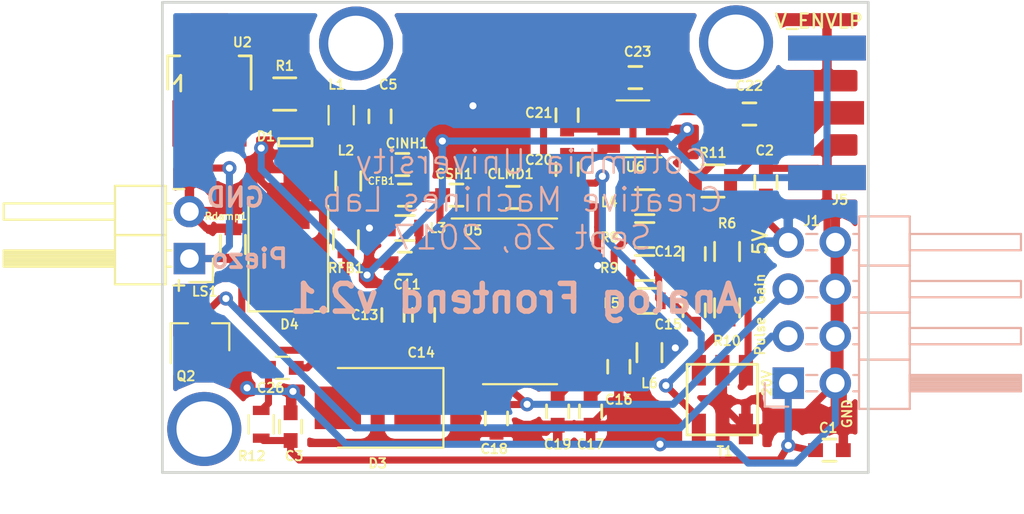
<source format=kicad_pcb>
(kicad_pcb (version 4) (host pcbnew 4.0.6)

  (general
    (links 101)
    (no_connects 2)
    (area 128.448999 87.681999 166.699001 113.232001)
    (thickness 1.6)
    (drawings 16)
    (tracks 328)
    (zones 0)
    (modules 51)
    (nets 40)
  )

  (page USLetter)
  (title_block
    (title "Analog Frontend PCB")
    (date 2017-07-31)
    (rev v1.4)
    (company "Columbia University Creative Machines Lab")
  )

  (layers
    (0 F.Cu signal)
    (31 B.Cu signal)
    (32 B.Adhes user)
    (33 F.Adhes user)
    (34 B.Paste user)
    (35 F.Paste user)
    (36 B.SilkS user)
    (37 F.SilkS user)
    (38 B.Mask user)
    (39 F.Mask user)
    (40 Dwgs.User user)
    (41 Cmts.User user)
    (42 Eco1.User user)
    (43 Eco2.User user)
    (44 Edge.Cuts user)
    (45 Margin user)
    (46 B.CrtYd user)
    (47 F.CrtYd user)
    (48 B.Fab user)
    (49 F.Fab user)
  )

  (setup
    (last_trace_width 0.381)
    (trace_clearance 0.254)
    (zone_clearance 0.508)
    (zone_45_only no)
    (trace_min 0.2)
    (segment_width 0.2)
    (edge_width 0.15)
    (via_size 0.762)
    (via_drill 0.381)
    (via_min_size 0.4)
    (via_min_drill 0.3)
    (uvia_size 0.508)
    (uvia_drill 0.4064)
    (uvias_allowed no)
    (uvia_min_size 0.2)
    (uvia_min_drill 0.1)
    (pcb_text_width 0.3)
    (pcb_text_size 1.5 1.5)
    (mod_edge_width 0.15)
    (mod_text_size 0.508 0.508)
    (mod_text_width 0.1016)
    (pad_size 1.524 1.524)
    (pad_drill 0.762)
    (pad_to_mask_clearance 0)
    (pad_to_paste_clearance -0.0762)
    (aux_axis_origin 0 0)
    (visible_elements 7FFEEFFF)
    (pcbplotparams
      (layerselection 0x310fc_80000001)
      (usegerberextensions false)
      (excludeedgelayer true)
      (linewidth 0.100000)
      (plotframeref false)
      (viasonmask false)
      (mode 1)
      (useauxorigin false)
      (hpglpennumber 1)
      (hpglpenspeed 20)
      (hpglpendiameter 15)
      (hpglpenoverlay 2)
      (psnegative false)
      (psa4output false)
      (plotreference true)
      (plotvalue true)
      (plotinvisibletext false)
      (padsonsilk false)
      (subtractmaskfromsilk false)
      (outputformat 1)
      (mirror false)
      (drillshape 0)
      (scaleselection 1)
      (outputdirectory gerbers/v1.3/))
  )

  (net 0 "")
  (net 1 GND)
  (net 2 +5V)
  (net 3 Vfiltered)
  (net 4 V_VGA)
  (net 5 "Net-(C11-Pad1)")
  (net 6 "Net-(C12-Pad1)")
  (net 7 "Net-(C12-Pad2)")
  (net 8 "Net-(C13-Pad1)")
  (net 9 "Net-(C13-Pad2)")
  (net 10 "Net-(C14-Pad1)")
  (net 11 "Net-(C14-Pad2)")
  (net 12 "Net-(C15-Pad1)")
  (net 13 "Net-(C15-Pad2)")
  (net 14 "Net-(C17-Pad1)")
  (net 15 GAIN)
  (net 16 /VCM)
  (net 17 "Net-(CFB1-Pad1)")
  (net 18 "Net-(CFB1-Pad2)")
  (net 19 "Net-(CINH1-Pad1)")
  (net 20 "Net-(CLMD1-Pad2)")
  (net 21 "Net-(D1-Pad3)")
  (net 22 "Net-(R6-Pad2)")
  (net 23 "Net-(R10-Pad2)")
  (net 24 "Net-(U2-Pad2)")
  (net 25 /VGA_PWR)
  (net 26 /VGA-)
  (net 27 /VGA+)
  (net 28 "Net-(R11-Pad1)")
  (net 29 /PULSE)
  (net 30 /RFin)
  (net 31 /PCAP)
  (net 32 "Net-(J2-Pad1)")
  (net 33 "Net-(J4-Pad1)")
  (net 34 "Net-(J6-Pad1)")
  (net 35 "Net-(C26-Pad2)")
  (net 36 "Net-(D3-Pad1)")
  (net 37 20V)
  (net 38 /V_ENVLP)
  (net 39 /Vpiezo)

  (net_class Default "This is the default net class."
    (clearance 0.254)
    (trace_width 0.381)
    (via_dia 0.762)
    (via_drill 0.381)
    (uvia_dia 0.508)
    (uvia_drill 0.4064)
    (add_net +5V)
    (add_net /PCAP)
    (add_net /PULSE)
    (add_net /RFin)
    (add_net /VCM)
    (add_net /VGA+)
    (add_net /VGA-)
    (add_net /VGA_PWR)
    (add_net /V_ENVLP)
    (add_net /Vpiezo)
    (add_net 20V)
    (add_net GAIN)
    (add_net GND)
    (add_net "Net-(C11-Pad1)")
    (add_net "Net-(C12-Pad1)")
    (add_net "Net-(C12-Pad2)")
    (add_net "Net-(C13-Pad1)")
    (add_net "Net-(C13-Pad2)")
    (add_net "Net-(C14-Pad1)")
    (add_net "Net-(C14-Pad2)")
    (add_net "Net-(C15-Pad1)")
    (add_net "Net-(C15-Pad2)")
    (add_net "Net-(C17-Pad1)")
    (add_net "Net-(C26-Pad2)")
    (add_net "Net-(CFB1-Pad1)")
    (add_net "Net-(CFB1-Pad2)")
    (add_net "Net-(CINH1-Pad1)")
    (add_net "Net-(CLMD1-Pad2)")
    (add_net "Net-(D1-Pad3)")
    (add_net "Net-(D3-Pad1)")
    (add_net "Net-(J2-Pad1)")
    (add_net "Net-(J4-Pad1)")
    (add_net "Net-(J6-Pad1)")
    (add_net "Net-(R10-Pad2)")
    (add_net "Net-(R11-Pad1)")
    (add_net "Net-(R6-Pad2)")
    (add_net "Net-(U2-Pad2)")
    (add_net V_VGA)
    (add_net Vfiltered)
  )

  (net_class Power ""
    (clearance 0.381)
    (trace_width 0.762)
    (via_dia 1.524)
    (via_drill 0.889)
    (uvia_dia 0.508)
    (uvia_drill 0.4064)
  )

  (module custom:SAM8857-ND (layer F.Cu) (tedit 597F5184) (tstamp 597F5107)
    (at 166.497 93.726 90)
    (path /597F59C1)
    (fp_text reference J5 (at -4.699 -1.397 180) (layer F.SilkS)
      (effects (font (size 0.508 0.508) (thickness 0.1016)))
    )
    (fp_text value DIN_5 (at 0 5.08 90) (layer F.Fab)
      (effects (font (size 1 1) (thickness 0.15)))
    )
    (pad 3 connect rect (at 3.5 -2.1 90) (size 1.35 4.2) (layers F.Cu F.Mask)
      (net 1 GND))
    (pad 1 connect rect (at -3.5 -2.1 90) (size 1.35 4.2) (layers F.Cu F.Mask)
      (net 1 GND))
    (pad 2 connect rect (at 0 -1.9 90) (size 1.27 3.6) (layers F.Cu F.Mask)
      (net 38 /V_ENVLP))
    (pad 4 connect rect (at -3.5 -2.1 90) (size 1.35 4.2) (layers B.Cu F.Mask)
      (net 1 GND))
    (pad 5 connect rect (at 3.5 -2.1 90) (size 1.35 4.2) (layers B.Cu F.Mask)
      (net 1 GND))
  )

  (module Resistors_SMD:R_0603 (layer F.Cu) (tedit 594428EE) (tstamp 591D688C)
    (at 154.559 100.33 180)
    (descr "Resistor SMD 0603, reflow soldering, Vishay (see dcrcw.pdf)")
    (tags "resistor 0603")
    (path /591CCE56)
    (attr smd)
    (fp_text reference R8 (at 1.905 -0.127 180) (layer F.SilkS)
      (effects (font (size 0.508 0.508) (thickness 0.1016)))
    )
    (fp_text value 100 (at 0 1.9 180) (layer F.Fab)
      (effects (font (size 1 1) (thickness 0.15)))
    )
    (fp_line (start -0.8 0.4) (end -0.8 -0.4) (layer F.Fab) (width 0.1))
    (fp_line (start 0.8 0.4) (end -0.8 0.4) (layer F.Fab) (width 0.1))
    (fp_line (start 0.8 -0.4) (end 0.8 0.4) (layer F.Fab) (width 0.1))
    (fp_line (start -0.8 -0.4) (end 0.8 -0.4) (layer F.Fab) (width 0.1))
    (fp_line (start -1.3 -0.8) (end 1.3 -0.8) (layer F.CrtYd) (width 0.05))
    (fp_line (start -1.3 0.8) (end 1.3 0.8) (layer F.CrtYd) (width 0.05))
    (fp_line (start -1.3 -0.8) (end -1.3 0.8) (layer F.CrtYd) (width 0.05))
    (fp_line (start 1.3 -0.8) (end 1.3 0.8) (layer F.CrtYd) (width 0.05))
    (fp_line (start 0.5 0.675) (end -0.5 0.675) (layer F.SilkS) (width 0.15))
    (fp_line (start -0.5 -0.675) (end 0.5 -0.675) (layer F.SilkS) (width 0.15))
    (pad 1 smd rect (at -0.75 0 180) (size 0.5 0.9) (layers F.Cu F.Paste F.Mask)
      (net 6 "Net-(C12-Pad1)"))
    (pad 2 smd rect (at 0.75 0 180) (size 0.5 0.9) (layers F.Cu F.Paste F.Mask)
      (net 26 /VGA-))
    (model Resistors_SMD.3dshapes/R_0603.wrl
      (at (xyz 0 0 0))
      (scale (xyz 1 1 1))
      (rotate (xyz 0 0 0))
    )
  )

  (module custom:QSOP-20_3.9x8.6mm_Pitch0.64mm (layer F.Cu) (tedit 58B201A7) (tstamp 591E2467)
    (at 147.828 103.886)
    (descr "20 Lead Quarter Size Outline Plastic Package (QSOP) (https://www.intersil.com/content/dam/Intersil/documents/m20_/m20.15.pdf)")
    (tags "QSOP-20 ")
    (path /591C075D)
    (attr smd)
    (fp_text reference U5 (at -2.54 -3.81) (layer F.SilkS)
      (effects (font (size 0.508 0.508) (thickness 0.1016)))
    )
    (fp_text value AD8331 (at 0 6) (layer F.Fab)
      (effects (font (size 1 1) (thickness 0.15)))
    )
    (fp_line (start 3.8 -4.6) (end 3.8 4.6) (layer F.CrtYd) (width 0.05))
    (fp_line (start -0.64 -4.3) (end -0.64 -4.3) (layer F.Fab) (width 0.12))
    (fp_line (start -0.83 -4.3) (end -0.64 -4.3) (layer F.Fab) (width 0.15))
    (fp_line (start -1.95 -3.18) (end -0.83 -4.3) (layer F.Fab) (width 0.15))
    (fp_line (start -3.8 -4.6) (end 3.8 -4.6) (layer F.CrtYd) (width 0.05))
    (fp_line (start -2 4.5) (end 2 4.5) (layer F.SilkS) (width 0.12))
    (fp_line (start -3.69 -4.45) (end 2 -4.45) (layer F.SilkS) (width 0.12))
    (fp_line (start 1.95 4.3) (end 1.95 -4.3) (layer F.Fab) (width 0.15))
    (fp_line (start -0.635 -4.3) (end 1.95 -4.3) (layer F.Fab) (width 0.15))
    (fp_line (start -1.95 4.3) (end -1.95 -3.175) (layer F.Fab) (width 0.15))
    (fp_line (start -1.95 4.3) (end 1.95 4.3) (layer F.Fab) (width 0.15))
    (fp_line (start -3.8 4.6) (end 3.8 4.6) (layer F.CrtYd) (width 0.05))
    (fp_line (start -3.8 -4.6) (end -3.8 4.6) (layer F.CrtYd) (width 0.05))
    (pad 1 smd rect (at -2.795 -2.8575) (size 1.524 0.38) (layers F.Cu F.Paste F.Mask)
      (net 20 "Net-(CLMD1-Pad2)"))
    (pad 20 smd rect (at 2.795 -2.8575) (size 1.524 0.38) (layers F.Cu F.Paste F.Mask)
      (net 1 GND))
    (pad 2 smd rect (at -2.795 -2.2175) (size 1.524 0.38) (layers F.Cu F.Paste F.Mask)
      (net 17 "Net-(CFB1-Pad1)"))
    (pad 19 smd rect (at 2.795 -2.2175) (size 1.524 0.38) (layers F.Cu F.Paste F.Mask)
      (net 2 +5V))
    (pad 3 smd rect (at -2.795 -1.5775) (size 1.524 0.38) (layers F.Cu F.Paste F.Mask)
      (net 5 "Net-(C11-Pad1)"))
    (pad 18 smd rect (at 2.795 -1.5775) (size 1.524 0.38) (layers F.Cu F.Paste F.Mask)
      (net 2 +5V))
    (pad 4 smd rect (at -2.795 -0.9375) (size 1.524 0.38) (layers F.Cu F.Paste F.Mask)
      (net 8 "Net-(C13-Pad1)"))
    (pad 17 smd rect (at 2.795 -0.9375) (size 1.524 0.38) (layers F.Cu F.Paste F.Mask)
      (net 1 GND))
    (pad 5 smd rect (at -2.795 -0.2975) (size 1.524 0.38) (layers F.Cu F.Paste F.Mask)
      (net 10 "Net-(C14-Pad1)"))
    (pad 16 smd rect (at 2.795 -0.2975) (size 1.524 0.38) (layers F.Cu F.Paste F.Mask)
      (net 26 /VGA-))
    (pad 6 smd rect (at -2.795 0.3425) (size 1.524 0.38) (layers F.Cu F.Paste F.Mask)
      (net 1 GND))
    (pad 15 smd rect (at 2.795 0.3425) (size 1.524 0.38) (layers F.Cu F.Paste F.Mask)
      (net 27 /VGA+))
    (pad 7 smd rect (at -2.795 0.9825) (size 1.524 0.38) (layers F.Cu F.Paste F.Mask)
      (net 11 "Net-(C14-Pad2)"))
    (pad 14 smd rect (at 2.795 0.9825) (size 1.524 0.38) (layers F.Cu F.Paste F.Mask)
      (net 25 /VGA_PWR))
    (pad 8 smd rect (at -2.795 1.6225) (size 1.524 0.38) (layers F.Cu F.Paste F.Mask)
      (net 9 "Net-(C13-Pad2)"))
    (pad 13 smd rect (at 2.795 1.6225) (size 1.524 0.38) (layers F.Cu F.Paste F.Mask)
      (net 25 /VGA_PWR))
    (pad 9 smd rect (at -2.795 2.2625) (size 1.524 0.38) (layers F.Cu F.Paste F.Mask)
      (net 1 GND))
    (pad 12 smd rect (at 2.795 2.2625) (size 1.524 0.38) (layers F.Cu F.Paste F.Mask)
      (net 14 "Net-(C17-Pad1)"))
    (pad 10 smd rect (at -2.795 2.9025) (size 1.524 0.38) (layers F.Cu F.Paste F.Mask)
      (net 15 GAIN))
    (pad 11 smd rect (at 2.795 2.9025) (size 1.524 0.38) (layers F.Cu F.Paste F.Mask)
      (net 16 /VCM))
  )

  (module Resistors_SMD:R_0805 (layer F.Cu) (tedit 59CA903C) (tstamp 591D6862)
    (at 135.128 92.71 180)
    (descr "Resistor SMD 0805, reflow soldering, Vishay (see dcrcw.pdf)")
    (tags "resistor 0805")
    (path /58E08CD5)
    (attr smd)
    (fp_text reference R1 (at 0 1.524 360) (layer F.SilkS)
      (effects (font (size 0.508 0.508) (thickness 0.1016)))
    )
    (fp_text value 100 (at 0 2.1 180) (layer F.Fab)
      (effects (font (size 1 1) (thickness 0.15)))
    )
    (fp_line (start -1 0.625) (end -1 -0.625) (layer F.Fab) (width 0.1))
    (fp_line (start 1 0.625) (end -1 0.625) (layer F.Fab) (width 0.1))
    (fp_line (start 1 -0.625) (end 1 0.625) (layer F.Fab) (width 0.1))
    (fp_line (start -1 -0.625) (end 1 -0.625) (layer F.Fab) (width 0.1))
    (fp_line (start -1.6 -1) (end 1.6 -1) (layer F.CrtYd) (width 0.05))
    (fp_line (start -1.6 1) (end 1.6 1) (layer F.CrtYd) (width 0.05))
    (fp_line (start -1.6 -1) (end -1.6 1) (layer F.CrtYd) (width 0.05))
    (fp_line (start 1.6 -1) (end 1.6 1) (layer F.CrtYd) (width 0.05))
    (fp_line (start 0.6 0.875) (end -0.6 0.875) (layer F.SilkS) (width 0.15))
    (fp_line (start -0.6 -0.875) (end 0.6 -0.875) (layer F.SilkS) (width 0.15))
    (pad 1 smd rect (at -0.95 0 180) (size 0.7 1.3) (layers F.Cu F.Paste F.Mask)
      (net 3 Vfiltered))
    (pad 2 smd rect (at 0.95 0 180) (size 0.7 1.3) (layers F.Cu F.Paste F.Mask)
      (net 21 "Net-(D1-Pad3)"))
    (model Resistors_SMD.3dshapes/R_0805.wrl
      (at (xyz 0 0 0))
      (scale (xyz 1 1 1))
      (rotate (xyz 0 0 0))
    )
  )

  (module Capacitors_SMD:C_0603 (layer F.Cu) (tedit 59D197B3) (tstamp 591D6769)
    (at 140.2715 93.9165 90)
    (descr "Capacitor SMD 0603, reflow soldering, AVX (see smccp.pdf)")
    (tags "capacitor 0603")
    (path /58E08E96)
    (attr smd)
    (fp_text reference C5 (at 1.7145 0.4445 180) (layer F.SilkS)
      (effects (font (size 0.508 0.508) (thickness 0.1016)))
    )
    (fp_text value 1n (at 0 1.9 90) (layer F.Fab)
      (effects (font (size 1 1) (thickness 0.15)))
    )
    (fp_line (start -0.8 0.4) (end -0.8 -0.4) (layer F.Fab) (width 0.15))
    (fp_line (start 0.8 0.4) (end -0.8 0.4) (layer F.Fab) (width 0.15))
    (fp_line (start 0.8 -0.4) (end 0.8 0.4) (layer F.Fab) (width 0.15))
    (fp_line (start -0.8 -0.4) (end 0.8 -0.4) (layer F.Fab) (width 0.15))
    (fp_line (start -1.45 -0.75) (end 1.45 -0.75) (layer F.CrtYd) (width 0.05))
    (fp_line (start -1.45 0.75) (end 1.45 0.75) (layer F.CrtYd) (width 0.05))
    (fp_line (start -1.45 -0.75) (end -1.45 0.75) (layer F.CrtYd) (width 0.05))
    (fp_line (start 1.45 -0.75) (end 1.45 0.75) (layer F.CrtYd) (width 0.05))
    (fp_line (start -0.35 -0.6) (end 0.35 -0.6) (layer F.SilkS) (width 0.15))
    (fp_line (start 0.35 0.6) (end -0.35 0.6) (layer F.SilkS) (width 0.15))
    (pad 1 smd rect (at -0.75 0 90) (size 0.8 0.75) (layers F.Cu F.Paste F.Mask)
      (net 3 Vfiltered))
    (pad 2 smd rect (at 0.75 0 90) (size 0.8 0.75) (layers F.Cu F.Paste F.Mask)
      (net 1 GND))
    (model Capacitors_SMD.3dshapes/C_0603.wrl
      (at (xyz 0 0 0))
      (scale (xyz 1 1 1))
      (rotate (xyz 0 0 0))
    )
  )

  (module TO_SOT_Packages_SMD:SOT89-3_Housing_Handsoldering (layer F.Cu) (tedit 59D197B7) (tstamp 591D68BD)
    (at 131.064 91.948)
    (descr "SOT89-3, Housing, Handsoldering,")
    (tags "SOT89-3, Housing, Handsoldering,")
    (path /591F8A64)
    (attr smd)
    (fp_text reference U2 (at 1.778 -2.032) (layer F.SilkS)
      (effects (font (size 0.508 0.508) (thickness 0.1016)))
    )
    (fp_text value MD0100N8 (at -0.14986 5.30098) (layer F.Fab)
      (effects (font (size 1 1) (thickness 0.15)))
    )
    (fp_line (start -1.89992 0.20066) (end -1.651 -0.09906) (layer F.SilkS) (width 0.15))
    (fp_line (start -1.651 -0.09906) (end -1.5494 -0.24892) (layer F.SilkS) (width 0.15))
    (fp_line (start -1.5494 -0.24892) (end -1.5494 0.59944) (layer F.SilkS) (width 0.15))
    (fp_line (start -2.25044 -1.30048) (end -2.25044 0.50038) (layer F.SilkS) (width 0.15))
    (fp_line (start -2.25044 -1.30048) (end -1.6002 -1.30048) (layer F.SilkS) (width 0.15))
    (fp_line (start 2.25044 -1.30048) (end 2.25044 0.50038) (layer F.SilkS) (width 0.15))
    (fp_line (start 2.25044 -1.30048) (end 1.6002 -1.30048) (layer F.SilkS) (width 0.15))
    (pad 1 smd rect (at -1.50114 2.35204) (size 1.00076 2.5019) (layers F.Cu F.Paste F.Mask)
      (net 39 /Vpiezo))
    (pad 2 smd rect (at 0 2.35204) (size 1.00076 2.5019) (layers F.Cu F.Paste F.Mask)
      (net 24 "Net-(U2-Pad2)"))
    (pad 3 smd rect (at 1.50114 2.35204) (size 1.00076 2.5019) (layers F.Cu F.Paste F.Mask)
      (net 21 "Net-(D1-Pad3)"))
    (pad 2 smd rect (at 0 -1.6002) (size 1.99898 4.0005) (layers F.Cu F.Paste F.Mask)
      (net 24 "Net-(U2-Pad2)"))
    (pad 2 smd trapezoid (at 0 0.7493 180) (size 1.50114 0.7493) (rect_delta 0 0.50038 ) (layers F.Cu F.Paste F.Mask)
      (net 24 "Net-(U2-Pad2)"))
    (model TO_SOT_Packages_SMD.3dshapes/SOT89-3_Housing_Handsoldering.wrl
      (at (xyz 0 0 0))
      (scale (xyz 0.3937 0.3937 0.3937))
      (rotate (xyz 0 0 0))
    )
  )

  (module custom:SOT-523 (layer F.Cu) (tedit 591D3A70) (tstamp 591D67EE)
    (at 135.6995 95.3135 90)
    (path /591F8367)
    (attr smd)
    (fp_text reference D1 (at 0.3175 -1.5875 180) (layer F.SilkS)
      (effects (font (size 0.508 0.508) (thickness 0.1016)))
    )
    (fp_text value BAV99T (at 0 1.905 90) (layer F.Fab)
      (effects (font (size 0.8 0.8) (thickness 0.15)))
    )
    (fp_line (start -0.2 -0.9) (end -0.2 0.9) (layer F.SilkS) (width 0.15))
    (fp_line (start -0.2 0.9) (end 0.2 0.9) (layer F.SilkS) (width 0.15))
    (fp_line (start 0.2 0.9) (end 0.2 -0.9) (layer F.SilkS) (width 0.15))
    (fp_line (start 0.2 -0.9) (end -0.2 -0.9) (layer F.SilkS) (width 0.15))
    (fp_line (start -1.155 -1.1) (end 1.155 -1.1) (layer F.CrtYd) (width 0.15))
    (fp_line (start 1.155 -1.1) (end 1.155 1.1) (layer F.CrtYd) (width 0.15))
    (fp_line (start 1.155 1.1) (end -1.155 1.1) (layer F.CrtYd) (width 0.15))
    (fp_line (start -1.155 1.1) (end -1.155 -1.1) (layer F.CrtYd) (width 0.15))
    (fp_line (start -0.49 -0.85) (end 0.49 -0.85) (layer F.Fab) (width 0.15))
    (fp_line (start 0.49 -0.85) (end 0.49 0.85) (layer F.Fab) (width 0.15))
    (fp_line (start 0.49 0.85) (end -0.49 0.85) (layer F.Fab) (width 0.15))
    (fp_line (start -0.49 0.85) (end -0.49 -0.85) (layer F.Fab) (width 0.15))
    (pad 1 smd rect (at -0.65 -0.5 270) (size 0.51 0.4) (layers F.Cu F.Paste F.Mask)
      (net 1 GND))
    (pad 2 smd rect (at -0.65 0.5 270) (size 0.51 0.4) (layers F.Cu F.Paste F.Mask)
      (net 1 GND))
    (pad 3 smd rect (at 0.65 0 270) (size 0.51 0.4) (layers F.Cu F.Paste F.Mask)
      (net 21 "Net-(D1-Pad3)"))
    (model smd_trans/sot323.wrl
      (at (xyz 0 0 0))
      (scale (xyz 0.75 0.6 0.6))
      (rotate (xyz 0 0 90))
    )
  )

  (module Capacitors_SMD:C_0603 (layer F.Cu) (tedit 5944278A) (tstamp 591D6787)
    (at 141.617 101.854 180)
    (descr "Capacitor SMD 0603, reflow soldering, AVX (see smccp.pdf)")
    (tags "capacitor 0603")
    (path /591C8787)
    (attr smd)
    (fp_text reference C11 (at -0.115 -1.143 180) (layer F.SilkS)
      (effects (font (size 0.508 0.508) (thickness 0.1016)))
    )
    (fp_text value 0.1µF (at 0 1.9 180) (layer F.Fab)
      (effects (font (size 1 1) (thickness 0.15)))
    )
    (fp_line (start -0.8 0.4) (end -0.8 -0.4) (layer F.Fab) (width 0.15))
    (fp_line (start 0.8 0.4) (end -0.8 0.4) (layer F.Fab) (width 0.15))
    (fp_line (start 0.8 -0.4) (end 0.8 0.4) (layer F.Fab) (width 0.15))
    (fp_line (start -0.8 -0.4) (end 0.8 -0.4) (layer F.Fab) (width 0.15))
    (fp_line (start -1.45 -0.75) (end 1.45 -0.75) (layer F.CrtYd) (width 0.05))
    (fp_line (start -1.45 0.75) (end 1.45 0.75) (layer F.CrtYd) (width 0.05))
    (fp_line (start -1.45 -0.75) (end -1.45 0.75) (layer F.CrtYd) (width 0.05))
    (fp_line (start 1.45 -0.75) (end 1.45 0.75) (layer F.CrtYd) (width 0.05))
    (fp_line (start -0.35 -0.6) (end 0.35 -0.6) (layer F.SilkS) (width 0.15))
    (fp_line (start 0.35 0.6) (end -0.35 0.6) (layer F.SilkS) (width 0.15))
    (pad 1 smd rect (at -0.75 0 180) (size 0.8 0.75) (layers F.Cu F.Paste F.Mask)
      (net 5 "Net-(C11-Pad1)"))
    (pad 2 smd rect (at 0.75 0 180) (size 0.8 0.75) (layers F.Cu F.Paste F.Mask)
      (net 1 GND))
    (model Capacitors_SMD.3dshapes/C_0603.wrl
      (at (xyz 0 0 0))
      (scale (xyz 1 1 1))
      (rotate (xyz 0 0 0))
    )
  )

  (module Capacitors_SMD:C_0603 (layer F.Cu) (tedit 59442973) (tstamp 591D678D)
    (at 157.226 101.346 90)
    (descr "Capacitor SMD 0603, reflow soldering, AVX (see smccp.pdf)")
    (tags "capacitor 0603")
    (path /591CF666)
    (attr smd)
    (fp_text reference C12 (at 0.127 -1.397 180) (layer F.SilkS)
      (effects (font (size 0.508 0.508) (thickness 0.1016)))
    )
    (fp_text value 0.1µF (at 0 1.9 90) (layer F.Fab)
      (effects (font (size 1 1) (thickness 0.15)))
    )
    (fp_line (start -0.8 0.4) (end -0.8 -0.4) (layer F.Fab) (width 0.15))
    (fp_line (start 0.8 0.4) (end -0.8 0.4) (layer F.Fab) (width 0.15))
    (fp_line (start 0.8 -0.4) (end 0.8 0.4) (layer F.Fab) (width 0.15))
    (fp_line (start -0.8 -0.4) (end 0.8 -0.4) (layer F.Fab) (width 0.15))
    (fp_line (start -1.45 -0.75) (end 1.45 -0.75) (layer F.CrtYd) (width 0.05))
    (fp_line (start -1.45 0.75) (end 1.45 0.75) (layer F.CrtYd) (width 0.05))
    (fp_line (start -1.45 -0.75) (end -1.45 0.75) (layer F.CrtYd) (width 0.05))
    (fp_line (start 1.45 -0.75) (end 1.45 0.75) (layer F.CrtYd) (width 0.05))
    (fp_line (start -0.35 -0.6) (end 0.35 -0.6) (layer F.SilkS) (width 0.15))
    (fp_line (start 0.35 0.6) (end -0.35 0.6) (layer F.SilkS) (width 0.15))
    (pad 1 smd rect (at -0.75 0 90) (size 0.8 0.75) (layers F.Cu F.Paste F.Mask)
      (net 6 "Net-(C12-Pad1)"))
    (pad 2 smd rect (at 0.75 0 90) (size 0.8 0.75) (layers F.Cu F.Paste F.Mask)
      (net 7 "Net-(C12-Pad2)"))
    (model Capacitors_SMD.3dshapes/C_0603.wrl
      (at (xyz 0 0 0))
      (scale (xyz 1 1 1))
      (rotate (xyz 0 0 0))
    )
  )

  (module Capacitors_SMD:C_0603 (layer F.Cu) (tedit 59442C60) (tstamp 591D6793)
    (at 140.97 104.648 270)
    (descr "Capacitor SMD 0603, reflow soldering, AVX (see smccp.pdf)")
    (tags "capacitor 0603")
    (path /591C253F)
    (attr smd)
    (fp_text reference C13 (at 0 1.524 360) (layer F.SilkS)
      (effects (font (size 0.508 0.508) (thickness 0.1016)))
    )
    (fp_text value 0.1µF (at 0 1.9 270) (layer F.Fab)
      (effects (font (size 1 1) (thickness 0.15)))
    )
    (fp_line (start -0.8 0.4) (end -0.8 -0.4) (layer F.Fab) (width 0.15))
    (fp_line (start 0.8 0.4) (end -0.8 0.4) (layer F.Fab) (width 0.15))
    (fp_line (start 0.8 -0.4) (end 0.8 0.4) (layer F.Fab) (width 0.15))
    (fp_line (start -0.8 -0.4) (end 0.8 -0.4) (layer F.Fab) (width 0.15))
    (fp_line (start -1.45 -0.75) (end 1.45 -0.75) (layer F.CrtYd) (width 0.05))
    (fp_line (start -1.45 0.75) (end 1.45 0.75) (layer F.CrtYd) (width 0.05))
    (fp_line (start -1.45 -0.75) (end -1.45 0.75) (layer F.CrtYd) (width 0.05))
    (fp_line (start 1.45 -0.75) (end 1.45 0.75) (layer F.CrtYd) (width 0.05))
    (fp_line (start -0.35 -0.6) (end 0.35 -0.6) (layer F.SilkS) (width 0.15))
    (fp_line (start 0.35 0.6) (end -0.35 0.6) (layer F.SilkS) (width 0.15))
    (pad 1 smd rect (at -0.75 0 270) (size 0.8 0.75) (layers F.Cu F.Paste F.Mask)
      (net 8 "Net-(C13-Pad1)"))
    (pad 2 smd rect (at 0.75 0 270) (size 0.8 0.75) (layers F.Cu F.Paste F.Mask)
      (net 9 "Net-(C13-Pad2)"))
    (model Capacitors_SMD.3dshapes/C_0603.wrl
      (at (xyz 0 0 0))
      (scale (xyz 1 1 1))
      (rotate (xyz 0 0 0))
    )
  )

  (module Capacitors_SMD:C_0603 (layer F.Cu) (tedit 59442C69) (tstamp 591D6799)
    (at 142.621 104.648 270)
    (descr "Capacitor SMD 0603, reflow soldering, AVX (see smccp.pdf)")
    (tags "capacitor 0603")
    (path /591C1AD6)
    (attr smd)
    (fp_text reference C14 (at 2.032 0.127 360) (layer F.SilkS)
      (effects (font (size 0.508 0.508) (thickness 0.1016)))
    )
    (fp_text value 0.1µF (at 0 1.9 270) (layer F.Fab)
      (effects (font (size 1 1) (thickness 0.15)))
    )
    (fp_line (start -0.8 0.4) (end -0.8 -0.4) (layer F.Fab) (width 0.15))
    (fp_line (start 0.8 0.4) (end -0.8 0.4) (layer F.Fab) (width 0.15))
    (fp_line (start 0.8 -0.4) (end 0.8 0.4) (layer F.Fab) (width 0.15))
    (fp_line (start -0.8 -0.4) (end 0.8 -0.4) (layer F.Fab) (width 0.15))
    (fp_line (start -1.45 -0.75) (end 1.45 -0.75) (layer F.CrtYd) (width 0.05))
    (fp_line (start -1.45 0.75) (end 1.45 0.75) (layer F.CrtYd) (width 0.05))
    (fp_line (start -1.45 -0.75) (end -1.45 0.75) (layer F.CrtYd) (width 0.05))
    (fp_line (start 1.45 -0.75) (end 1.45 0.75) (layer F.CrtYd) (width 0.05))
    (fp_line (start -0.35 -0.6) (end 0.35 -0.6) (layer F.SilkS) (width 0.15))
    (fp_line (start 0.35 0.6) (end -0.35 0.6) (layer F.SilkS) (width 0.15))
    (pad 1 smd rect (at -0.75 0 270) (size 0.8 0.75) (layers F.Cu F.Paste F.Mask)
      (net 10 "Net-(C14-Pad1)"))
    (pad 2 smd rect (at 0.75 0 270) (size 0.8 0.75) (layers F.Cu F.Paste F.Mask)
      (net 11 "Net-(C14-Pad2)"))
    (model Capacitors_SMD.3dshapes/C_0603.wrl
      (at (xyz 0 0 0))
      (scale (xyz 1 1 1))
      (rotate (xyz 0 0 0))
    )
  )

  (module Capacitors_SMD:C_0603 (layer F.Cu) (tedit 59442938) (tstamp 591D679F)
    (at 157.226 104.394 90)
    (descr "Capacitor SMD 0603, reflow soldering, AVX (see smccp.pdf)")
    (tags "capacitor 0603")
    (path /591CF7EE)
    (attr smd)
    (fp_text reference C15 (at -0.762 -1.397 180) (layer F.SilkS)
      (effects (font (size 0.508 0.508) (thickness 0.1016)))
    )
    (fp_text value 0.1µF (at 0 1.9 90) (layer F.Fab)
      (effects (font (size 1 1) (thickness 0.15)))
    )
    (fp_line (start -0.8 0.4) (end -0.8 -0.4) (layer F.Fab) (width 0.15))
    (fp_line (start 0.8 0.4) (end -0.8 0.4) (layer F.Fab) (width 0.15))
    (fp_line (start 0.8 -0.4) (end 0.8 0.4) (layer F.Fab) (width 0.15))
    (fp_line (start -0.8 -0.4) (end 0.8 -0.4) (layer F.Fab) (width 0.15))
    (fp_line (start -1.45 -0.75) (end 1.45 -0.75) (layer F.CrtYd) (width 0.05))
    (fp_line (start -1.45 0.75) (end 1.45 0.75) (layer F.CrtYd) (width 0.05))
    (fp_line (start -1.45 -0.75) (end -1.45 0.75) (layer F.CrtYd) (width 0.05))
    (fp_line (start 1.45 -0.75) (end 1.45 0.75) (layer F.CrtYd) (width 0.05))
    (fp_line (start -0.35 -0.6) (end 0.35 -0.6) (layer F.SilkS) (width 0.15))
    (fp_line (start 0.35 0.6) (end -0.35 0.6) (layer F.SilkS) (width 0.15))
    (pad 1 smd rect (at -0.75 0 90) (size 0.8 0.75) (layers F.Cu F.Paste F.Mask)
      (net 12 "Net-(C15-Pad1)"))
    (pad 2 smd rect (at 0.75 0 90) (size 0.8 0.75) (layers F.Cu F.Paste F.Mask)
      (net 13 "Net-(C15-Pad2)"))
    (model Capacitors_SMD.3dshapes/C_0603.wrl
      (at (xyz 0 0 0))
      (scale (xyz 1 1 1))
      (rotate (xyz 0 0 0))
    )
  )

  (module Capacitors_SMD:C_0603 (layer F.Cu) (tedit 594428AF) (tstamp 591D67A5)
    (at 153.162 107.442 270)
    (descr "Capacitor SMD 0603, reflow soldering, AVX (see smccp.pdf)")
    (tags "capacitor 0603")
    (path /591C7038)
    (attr smd)
    (fp_text reference C16 (at 1.778 0 360) (layer F.SilkS)
      (effects (font (size 0.508 0.508) (thickness 0.1016)))
    )
    (fp_text value 0.1µF (at 0 1.9 270) (layer F.Fab)
      (effects (font (size 1 1) (thickness 0.15)))
    )
    (fp_line (start -0.8 0.4) (end -0.8 -0.4) (layer F.Fab) (width 0.15))
    (fp_line (start 0.8 0.4) (end -0.8 0.4) (layer F.Fab) (width 0.15))
    (fp_line (start 0.8 -0.4) (end 0.8 0.4) (layer F.Fab) (width 0.15))
    (fp_line (start -0.8 -0.4) (end 0.8 -0.4) (layer F.Fab) (width 0.15))
    (fp_line (start -1.45 -0.75) (end 1.45 -0.75) (layer F.CrtYd) (width 0.05))
    (fp_line (start -1.45 0.75) (end 1.45 0.75) (layer F.CrtYd) (width 0.05))
    (fp_line (start -1.45 -0.75) (end -1.45 0.75) (layer F.CrtYd) (width 0.05))
    (fp_line (start 1.45 -0.75) (end 1.45 0.75) (layer F.CrtYd) (width 0.05))
    (fp_line (start -0.35 -0.6) (end 0.35 -0.6) (layer F.SilkS) (width 0.15))
    (fp_line (start 0.35 0.6) (end -0.35 0.6) (layer F.SilkS) (width 0.15))
    (pad 1 smd rect (at -0.75 0 270) (size 0.8 0.75) (layers F.Cu F.Paste F.Mask)
      (net 25 /VGA_PWR))
    (pad 2 smd rect (at 0.75 0 270) (size 0.8 0.75) (layers F.Cu F.Paste F.Mask)
      (net 1 GND))
    (model Capacitors_SMD.3dshapes/C_0603.wrl
      (at (xyz 0 0 0))
      (scale (xyz 1 1 1))
      (rotate (xyz 0 0 0))
    )
  )

  (module Capacitors_SMD:C_0603 (layer F.Cu) (tedit 59442C32) (tstamp 591D67AB)
    (at 151.638 109.855 270)
    (descr "Capacitor SMD 0603, reflow soldering, AVX (see smccp.pdf)")
    (tags "capacitor 0603")
    (path /591D36CE)
    (attr smd)
    (fp_text reference C17 (at 1.778 0 360) (layer F.SilkS)
      (effects (font (size 0.508 0.508) (thickness 0.1016)))
    )
    (fp_text value 0.1µF (at 0 1.9 270) (layer F.Fab)
      (effects (font (size 1 1) (thickness 0.15)))
    )
    (fp_line (start -0.8 0.4) (end -0.8 -0.4) (layer F.Fab) (width 0.15))
    (fp_line (start 0.8 0.4) (end -0.8 0.4) (layer F.Fab) (width 0.15))
    (fp_line (start 0.8 -0.4) (end 0.8 0.4) (layer F.Fab) (width 0.15))
    (fp_line (start -0.8 -0.4) (end 0.8 -0.4) (layer F.Fab) (width 0.15))
    (fp_line (start -1.45 -0.75) (end 1.45 -0.75) (layer F.CrtYd) (width 0.05))
    (fp_line (start -1.45 0.75) (end 1.45 0.75) (layer F.CrtYd) (width 0.05))
    (fp_line (start -1.45 -0.75) (end -1.45 0.75) (layer F.CrtYd) (width 0.05))
    (fp_line (start 1.45 -0.75) (end 1.45 0.75) (layer F.CrtYd) (width 0.05))
    (fp_line (start -0.35 -0.6) (end 0.35 -0.6) (layer F.SilkS) (width 0.15))
    (fp_line (start 0.35 0.6) (end -0.35 0.6) (layer F.SilkS) (width 0.15))
    (pad 1 smd rect (at -0.75 0 270) (size 0.8 0.75) (layers F.Cu F.Paste F.Mask)
      (net 14 "Net-(C17-Pad1)"))
    (pad 2 smd rect (at 0.75 0 270) (size 0.8 0.75) (layers F.Cu F.Paste F.Mask)
      (net 1 GND))
    (model Capacitors_SMD.3dshapes/C_0603.wrl
      (at (xyz 0 0 0))
      (scale (xyz 1 1 1))
      (rotate (xyz 0 0 0))
    )
  )

  (module Capacitors_SMD:C_0603 (layer F.Cu) (tedit 597A4F3D) (tstamp 591D67B1)
    (at 146.558 110.236 270)
    (descr "Capacitor SMD 0603, reflow soldering, AVX (see smccp.pdf)")
    (tags "capacitor 0603")
    (path /591C3A41)
    (attr smd)
    (fp_text reference C18 (at 1.651 0.127 360) (layer F.SilkS)
      (effects (font (size 0.508 0.508) (thickness 0.1016)))
    )
    (fp_text value 1nF (at 0 1.9 270) (layer F.Fab)
      (effects (font (size 1 1) (thickness 0.15)))
    )
    (fp_line (start -0.8 0.4) (end -0.8 -0.4) (layer F.Fab) (width 0.15))
    (fp_line (start 0.8 0.4) (end -0.8 0.4) (layer F.Fab) (width 0.15))
    (fp_line (start 0.8 -0.4) (end 0.8 0.4) (layer F.Fab) (width 0.15))
    (fp_line (start -0.8 -0.4) (end 0.8 -0.4) (layer F.Fab) (width 0.15))
    (fp_line (start -1.45 -0.75) (end 1.45 -0.75) (layer F.CrtYd) (width 0.05))
    (fp_line (start -1.45 0.75) (end 1.45 0.75) (layer F.CrtYd) (width 0.05))
    (fp_line (start -1.45 -0.75) (end -1.45 0.75) (layer F.CrtYd) (width 0.05))
    (fp_line (start 1.45 -0.75) (end 1.45 0.75) (layer F.CrtYd) (width 0.05))
    (fp_line (start -0.35 -0.6) (end 0.35 -0.6) (layer F.SilkS) (width 0.15))
    (fp_line (start 0.35 0.6) (end -0.35 0.6) (layer F.SilkS) (width 0.15))
    (pad 1 smd rect (at -0.75 0 270) (size 0.8 0.75) (layers F.Cu F.Paste F.Mask)
      (net 15 GAIN))
    (pad 2 smd rect (at 0.75 0 270) (size 0.8 0.75) (layers F.Cu F.Paste F.Mask)
      (net 1 GND))
    (model Capacitors_SMD.3dshapes/C_0603.wrl
      (at (xyz 0 0 0))
      (scale (xyz 1 1 1))
      (rotate (xyz 0 0 0))
    )
  )

  (module Capacitors_SMD:C_0603 (layer F.Cu) (tedit 59442C3E) (tstamp 591D67B7)
    (at 149.86 109.855 270)
    (descr "Capacitor SMD 0603, reflow soldering, AVX (see smccp.pdf)")
    (tags "capacitor 0603")
    (path /591C80AF)
    (attr smd)
    (fp_text reference C19 (at 1.778 0 360) (layer F.SilkS)
      (effects (font (size 0.508 0.508) (thickness 0.1016)))
    )
    (fp_text value 1nF (at 0 1.9 270) (layer F.Fab)
      (effects (font (size 1 1) (thickness 0.15)))
    )
    (fp_line (start -0.8 0.4) (end -0.8 -0.4) (layer F.Fab) (width 0.15))
    (fp_line (start 0.8 0.4) (end -0.8 0.4) (layer F.Fab) (width 0.15))
    (fp_line (start 0.8 -0.4) (end 0.8 0.4) (layer F.Fab) (width 0.15))
    (fp_line (start -0.8 -0.4) (end 0.8 -0.4) (layer F.Fab) (width 0.15))
    (fp_line (start -1.45 -0.75) (end 1.45 -0.75) (layer F.CrtYd) (width 0.05))
    (fp_line (start -1.45 0.75) (end 1.45 0.75) (layer F.CrtYd) (width 0.05))
    (fp_line (start -1.45 -0.75) (end -1.45 0.75) (layer F.CrtYd) (width 0.05))
    (fp_line (start 1.45 -0.75) (end 1.45 0.75) (layer F.CrtYd) (width 0.05))
    (fp_line (start -0.35 -0.6) (end 0.35 -0.6) (layer F.SilkS) (width 0.15))
    (fp_line (start 0.35 0.6) (end -0.35 0.6) (layer F.SilkS) (width 0.15))
    (pad 1 smd rect (at -0.75 0 270) (size 0.8 0.75) (layers F.Cu F.Paste F.Mask)
      (net 16 /VCM))
    (pad 2 smd rect (at 0.75 0 270) (size 0.8 0.75) (layers F.Cu F.Paste F.Mask)
      (net 1 GND))
    (model Capacitors_SMD.3dshapes/C_0603.wrl
      (at (xyz 0 0 0))
      (scale (xyz 1 1 1))
      (rotate (xyz 0 0 0))
    )
  )

  (module Capacitors_SMD:C_0603 (layer F.Cu) (tedit 5415D631) (tstamp 591D67BD)
    (at 150.368 96.774 90)
    (descr "Capacitor SMD 0603, reflow soldering, AVX (see smccp.pdf)")
    (tags "capacitor 0603")
    (path /58FC016E)
    (attr smd)
    (fp_text reference C20 (at 0.508 -1.524 180) (layer F.SilkS)
      (effects (font (size 0.508 0.508) (thickness 0.1016)))
    )
    (fp_text value 6.8nF (at 0 1.9 90) (layer F.Fab)
      (effects (font (size 1 1) (thickness 0.15)))
    )
    (fp_line (start -0.8 0.4) (end -0.8 -0.4) (layer F.Fab) (width 0.15))
    (fp_line (start 0.8 0.4) (end -0.8 0.4) (layer F.Fab) (width 0.15))
    (fp_line (start 0.8 -0.4) (end 0.8 0.4) (layer F.Fab) (width 0.15))
    (fp_line (start -0.8 -0.4) (end 0.8 -0.4) (layer F.Fab) (width 0.15))
    (fp_line (start -1.45 -0.75) (end 1.45 -0.75) (layer F.CrtYd) (width 0.05))
    (fp_line (start -1.45 0.75) (end 1.45 0.75) (layer F.CrtYd) (width 0.05))
    (fp_line (start -1.45 -0.75) (end -1.45 0.75) (layer F.CrtYd) (width 0.05))
    (fp_line (start 1.45 -0.75) (end 1.45 0.75) (layer F.CrtYd) (width 0.05))
    (fp_line (start -0.35 -0.6) (end 0.35 -0.6) (layer F.SilkS) (width 0.15))
    (fp_line (start 0.35 0.6) (end -0.35 0.6) (layer F.SilkS) (width 0.15))
    (pad 1 smd rect (at -0.75 0 90) (size 0.8 0.75) (layers F.Cu F.Paste F.Mask)
      (net 4 V_VGA))
    (pad 2 smd rect (at 0.75 0 90) (size 0.8 0.75) (layers F.Cu F.Paste F.Mask)
      (net 30 /RFin))
    (model Capacitors_SMD.3dshapes/C_0603.wrl
      (at (xyz 0 0 0))
      (scale (xyz 1 1 1))
      (rotate (xyz 0 0 0))
    )
  )

  (module Capacitors_SMD:C_0603 (layer F.Cu) (tedit 5415D631) (tstamp 591D67C3)
    (at 150.368 93.853 90)
    (descr "Capacitor SMD 0603, reflow soldering, AVX (see smccp.pdf)")
    (tags "capacitor 0603")
    (path /58FBF128)
    (attr smd)
    (fp_text reference C21 (at 0.127 -1.524 180) (layer F.SilkS)
      (effects (font (size 0.508 0.508) (thickness 0.1016)))
    )
    (fp_text value 2.2nF (at 0 1.9 90) (layer F.Fab)
      (effects (font (size 1 1) (thickness 0.15)))
    )
    (fp_line (start -0.8 0.4) (end -0.8 -0.4) (layer F.Fab) (width 0.15))
    (fp_line (start 0.8 0.4) (end -0.8 0.4) (layer F.Fab) (width 0.15))
    (fp_line (start 0.8 -0.4) (end 0.8 0.4) (layer F.Fab) (width 0.15))
    (fp_line (start -0.8 -0.4) (end 0.8 -0.4) (layer F.Fab) (width 0.15))
    (fp_line (start -1.45 -0.75) (end 1.45 -0.75) (layer F.CrtYd) (width 0.05))
    (fp_line (start -1.45 0.75) (end 1.45 0.75) (layer F.CrtYd) (width 0.05))
    (fp_line (start -1.45 -0.75) (end -1.45 0.75) (layer F.CrtYd) (width 0.05))
    (fp_line (start 1.45 -0.75) (end 1.45 0.75) (layer F.CrtYd) (width 0.05))
    (fp_line (start -0.35 -0.6) (end 0.35 -0.6) (layer F.SilkS) (width 0.15))
    (fp_line (start 0.35 0.6) (end -0.35 0.6) (layer F.SilkS) (width 0.15))
    (pad 1 smd rect (at -0.75 0 90) (size 0.8 0.75) (layers F.Cu F.Paste F.Mask)
      (net 31 /PCAP))
    (pad 2 smd rect (at 0.75 0 90) (size 0.8 0.75) (layers F.Cu F.Paste F.Mask)
      (net 2 +5V))
    (model Capacitors_SMD.3dshapes/C_0603.wrl
      (at (xyz 0 0 0))
      (scale (xyz 1 1 1))
      (rotate (xyz 0 0 0))
    )
  )

  (module Capacitors_SMD:C_0603 (layer F.Cu) (tedit 5415D631) (tstamp 591D67C9)
    (at 160.2105 93.7895 180)
    (descr "Capacitor SMD 0603, reflow soldering, AVX (see smccp.pdf)")
    (tags "capacitor 0603")
    (path /5921E51F)
    (attr smd)
    (fp_text reference C22 (at 0 1.524 180) (layer F.SilkS)
      (effects (font (size 0.508 0.508) (thickness 0.1016)))
    )
    (fp_text value 470pF (at 0 1.9 180) (layer F.Fab)
      (effects (font (size 1 1) (thickness 0.15)))
    )
    (fp_line (start -0.8 0.4) (end -0.8 -0.4) (layer F.Fab) (width 0.15))
    (fp_line (start 0.8 0.4) (end -0.8 0.4) (layer F.Fab) (width 0.15))
    (fp_line (start 0.8 -0.4) (end 0.8 0.4) (layer F.Fab) (width 0.15))
    (fp_line (start -0.8 -0.4) (end 0.8 -0.4) (layer F.Fab) (width 0.15))
    (fp_line (start -1.45 -0.75) (end 1.45 -0.75) (layer F.CrtYd) (width 0.05))
    (fp_line (start -1.45 0.75) (end 1.45 0.75) (layer F.CrtYd) (width 0.05))
    (fp_line (start -1.45 -0.75) (end -1.45 0.75) (layer F.CrtYd) (width 0.05))
    (fp_line (start 1.45 -0.75) (end 1.45 0.75) (layer F.CrtYd) (width 0.05))
    (fp_line (start -0.35 -0.6) (end 0.35 -0.6) (layer F.SilkS) (width 0.15))
    (fp_line (start 0.35 0.6) (end -0.35 0.6) (layer F.SilkS) (width 0.15))
    (pad 1 smd rect (at -0.75 0 180) (size 0.8 0.75) (layers F.Cu F.Paste F.Mask)
      (net 38 /V_ENVLP))
    (pad 2 smd rect (at 0.75 0 180) (size 0.8 0.75) (layers F.Cu F.Paste F.Mask)
      (net 1 GND))
    (model Capacitors_SMD.3dshapes/C_0603.wrl
      (at (xyz 0 0 0))
      (scale (xyz 1 1 1))
      (rotate (xyz 0 0 0))
    )
  )

  (module Capacitors_SMD:C_0603 (layer F.Cu) (tedit 5415D631) (tstamp 591D67CF)
    (at 154.051 91.821)
    (descr "Capacitor SMD 0603, reflow soldering, AVX (see smccp.pdf)")
    (tags "capacitor 0603")
    (path /591D88F9)
    (attr smd)
    (fp_text reference C23 (at 0.127 -1.397 180) (layer F.SilkS)
      (effects (font (size 0.508 0.508) (thickness 0.1016)))
    )
    (fp_text value 0.1µF (at 0 1.9) (layer F.Fab)
      (effects (font (size 1 1) (thickness 0.15)))
    )
    (fp_line (start -0.8 0.4) (end -0.8 -0.4) (layer F.Fab) (width 0.15))
    (fp_line (start 0.8 0.4) (end -0.8 0.4) (layer F.Fab) (width 0.15))
    (fp_line (start 0.8 -0.4) (end 0.8 0.4) (layer F.Fab) (width 0.15))
    (fp_line (start -0.8 -0.4) (end 0.8 -0.4) (layer F.Fab) (width 0.15))
    (fp_line (start -1.45 -0.75) (end 1.45 -0.75) (layer F.CrtYd) (width 0.05))
    (fp_line (start -1.45 0.75) (end 1.45 0.75) (layer F.CrtYd) (width 0.05))
    (fp_line (start -1.45 -0.75) (end -1.45 0.75) (layer F.CrtYd) (width 0.05))
    (fp_line (start 1.45 -0.75) (end 1.45 0.75) (layer F.CrtYd) (width 0.05))
    (fp_line (start -0.35 -0.6) (end 0.35 -0.6) (layer F.SilkS) (width 0.15))
    (fp_line (start 0.35 0.6) (end -0.35 0.6) (layer F.SilkS) (width 0.15))
    (pad 1 smd rect (at -0.75 0) (size 0.8 0.75) (layers F.Cu F.Paste F.Mask)
      (net 2 +5V))
    (pad 2 smd rect (at 0.75 0) (size 0.8 0.75) (layers F.Cu F.Paste F.Mask)
      (net 1 GND))
    (model Capacitors_SMD.3dshapes/C_0603.wrl
      (at (xyz 0 0 0))
      (scale (xyz 1 1 1))
      (rotate (xyz 0 0 0))
    )
  )

  (module Capacitors_SMD:C_0603 (layer F.Cu) (tedit 59D1C9B7) (tstamp 591D67D5)
    (at 141.605 98.171 180)
    (descr "Capacitor SMD 0603, reflow soldering, AVX (see smccp.pdf)")
    (tags "capacitor 0603")
    (path /591F49DF)
    (attr smd)
    (fp_text reference CFB1 (at 1.27 0.762 180) (layer F.SilkS)
      (effects (font (size 0.381 0.381) (thickness 0.0762)))
    )
    (fp_text value 18nF (at 0 1.9 180) (layer F.Fab)
      (effects (font (size 1 1) (thickness 0.15)))
    )
    (fp_line (start -0.8 0.4) (end -0.8 -0.4) (layer F.Fab) (width 0.15))
    (fp_line (start 0.8 0.4) (end -0.8 0.4) (layer F.Fab) (width 0.15))
    (fp_line (start 0.8 -0.4) (end 0.8 0.4) (layer F.Fab) (width 0.15))
    (fp_line (start -0.8 -0.4) (end 0.8 -0.4) (layer F.Fab) (width 0.15))
    (fp_line (start -1.45 -0.75) (end 1.45 -0.75) (layer F.CrtYd) (width 0.05))
    (fp_line (start -1.45 0.75) (end 1.45 0.75) (layer F.CrtYd) (width 0.05))
    (fp_line (start -1.45 -0.75) (end -1.45 0.75) (layer F.CrtYd) (width 0.05))
    (fp_line (start 1.45 -0.75) (end 1.45 0.75) (layer F.CrtYd) (width 0.05))
    (fp_line (start -0.35 -0.6) (end 0.35 -0.6) (layer F.SilkS) (width 0.15))
    (fp_line (start 0.35 0.6) (end -0.35 0.6) (layer F.SilkS) (width 0.15))
    (pad 1 smd rect (at -0.75 0 180) (size 0.8 0.75) (layers F.Cu F.Paste F.Mask)
      (net 17 "Net-(CFB1-Pad1)"))
    (pad 2 smd rect (at 0.75 0 180) (size 0.8 0.75) (layers F.Cu F.Paste F.Mask)
      (net 18 "Net-(CFB1-Pad2)"))
    (model Capacitors_SMD.3dshapes/C_0603.wrl
      (at (xyz 0 0 0))
      (scale (xyz 1 1 1))
      (rotate (xyz 0 0 0))
    )
  )

  (module Capacitors_SMD:C_0603 (layer F.Cu) (tedit 594425B8) (tstamp 591D67DB)
    (at 141.478 96.52)
    (descr "Capacitor SMD 0603, reflow soldering, AVX (see smccp.pdf)")
    (tags "capacitor 0603")
    (path /592085D9)
    (attr smd)
    (fp_text reference CINH1 (at 0.254 -1.143) (layer F.SilkS)
      (effects (font (size 0.508 0.508) (thickness 0.1016)))
    )
    (fp_text value 0.1µF (at 0 1.9) (layer F.Fab)
      (effects (font (size 1 1) (thickness 0.15)))
    )
    (fp_line (start -0.8 0.4) (end -0.8 -0.4) (layer F.Fab) (width 0.15))
    (fp_line (start 0.8 0.4) (end -0.8 0.4) (layer F.Fab) (width 0.15))
    (fp_line (start 0.8 -0.4) (end 0.8 0.4) (layer F.Fab) (width 0.15))
    (fp_line (start -0.8 -0.4) (end 0.8 -0.4) (layer F.Fab) (width 0.15))
    (fp_line (start -1.45 -0.75) (end 1.45 -0.75) (layer F.CrtYd) (width 0.05))
    (fp_line (start -1.45 0.75) (end 1.45 0.75) (layer F.CrtYd) (width 0.05))
    (fp_line (start -1.45 -0.75) (end -1.45 0.75) (layer F.CrtYd) (width 0.05))
    (fp_line (start 1.45 -0.75) (end 1.45 0.75) (layer F.CrtYd) (width 0.05))
    (fp_line (start -0.35 -0.6) (end 0.35 -0.6) (layer F.SilkS) (width 0.15))
    (fp_line (start 0.35 0.6) (end -0.35 0.6) (layer F.SilkS) (width 0.15))
    (pad 1 smd rect (at -0.75 0) (size 0.8 0.75) (layers F.Cu F.Paste F.Mask)
      (net 19 "Net-(CINH1-Pad1)"))
    (pad 2 smd rect (at 0.75 0) (size 0.8 0.75) (layers F.Cu F.Paste F.Mask)
      (net 17 "Net-(CFB1-Pad1)"))
    (model Capacitors_SMD.3dshapes/C_0603.wrl
      (at (xyz 0 0 0))
      (scale (xyz 1 1 1))
      (rotate (xyz 0 0 0))
    )
  )

  (module Capacitors_SMD:C_0603 (layer F.Cu) (tedit 59442640) (tstamp 591D67E1)
    (at 147.447 98.298 180)
    (descr "Capacitor SMD 0603, reflow soldering, AVX (see smccp.pdf)")
    (tags "capacitor 0603")
    (path /591C095D)
    (attr smd)
    (fp_text reference CLMD1 (at 0.127 1.27 360) (layer F.SilkS)
      (effects (font (size 0.508 0.508) (thickness 0.1016)))
    )
    (fp_text value 0.1µF (at 0 1.9 180) (layer F.Fab)
      (effects (font (size 1 1) (thickness 0.15)))
    )
    (fp_line (start -0.8 0.4) (end -0.8 -0.4) (layer F.Fab) (width 0.15))
    (fp_line (start 0.8 0.4) (end -0.8 0.4) (layer F.Fab) (width 0.15))
    (fp_line (start 0.8 -0.4) (end 0.8 0.4) (layer F.Fab) (width 0.15))
    (fp_line (start -0.8 -0.4) (end 0.8 -0.4) (layer F.Fab) (width 0.15))
    (fp_line (start -1.45 -0.75) (end 1.45 -0.75) (layer F.CrtYd) (width 0.05))
    (fp_line (start -1.45 0.75) (end 1.45 0.75) (layer F.CrtYd) (width 0.05))
    (fp_line (start -1.45 -0.75) (end -1.45 0.75) (layer F.CrtYd) (width 0.05))
    (fp_line (start 1.45 -0.75) (end 1.45 0.75) (layer F.CrtYd) (width 0.05))
    (fp_line (start -0.35 -0.6) (end 0.35 -0.6) (layer F.SilkS) (width 0.15))
    (fp_line (start 0.35 0.6) (end -0.35 0.6) (layer F.SilkS) (width 0.15))
    (pad 1 smd rect (at -0.75 0 180) (size 0.8 0.75) (layers F.Cu F.Paste F.Mask)
      (net 1 GND))
    (pad 2 smd rect (at 0.75 0 180) (size 0.8 0.75) (layers F.Cu F.Paste F.Mask)
      (net 20 "Net-(CLMD1-Pad2)"))
    (model Capacitors_SMD.3dshapes/C_0603.wrl
      (at (xyz 0 0 0))
      (scale (xyz 1 1 1))
      (rotate (xyz 0 0 0))
    )
  )

  (module Capacitors_SMD:C_0603 (layer F.Cu) (tedit 59442615) (tstamp 591D67E7)
    (at 144.399 98.171)
    (descr "Capacitor SMD 0603, reflow soldering, AVX (see smccp.pdf)")
    (tags "capacitor 0603")
    (path /591F55DF)
    (attr smd)
    (fp_text reference CSH1 (at -0.127 -1.143 180) (layer F.SilkS)
      (effects (font (size 0.508 0.508) (thickness 0.1016)))
    )
    (fp_text value 22pF (at 0 1.9) (layer F.Fab)
      (effects (font (size 1 1) (thickness 0.15)))
    )
    (fp_line (start -0.8 0.4) (end -0.8 -0.4) (layer F.Fab) (width 0.15))
    (fp_line (start 0.8 0.4) (end -0.8 0.4) (layer F.Fab) (width 0.15))
    (fp_line (start 0.8 -0.4) (end 0.8 0.4) (layer F.Fab) (width 0.15))
    (fp_line (start -0.8 -0.4) (end 0.8 -0.4) (layer F.Fab) (width 0.15))
    (fp_line (start -1.45 -0.75) (end 1.45 -0.75) (layer F.CrtYd) (width 0.05))
    (fp_line (start -1.45 0.75) (end 1.45 0.75) (layer F.CrtYd) (width 0.05))
    (fp_line (start -1.45 -0.75) (end -1.45 0.75) (layer F.CrtYd) (width 0.05))
    (fp_line (start 1.45 -0.75) (end 1.45 0.75) (layer F.CrtYd) (width 0.05))
    (fp_line (start -0.35 -0.6) (end 0.35 -0.6) (layer F.SilkS) (width 0.15))
    (fp_line (start 0.35 0.6) (end -0.35 0.6) (layer F.SilkS) (width 0.15))
    (pad 1 smd rect (at -0.75 0) (size 0.8 0.75) (layers F.Cu F.Paste F.Mask)
      (net 17 "Net-(CFB1-Pad1)"))
    (pad 2 smd rect (at 0.75 0) (size 0.8 0.75) (layers F.Cu F.Paste F.Mask)
      (net 1 GND))
    (model Capacitors_SMD.3dshapes/C_0603.wrl
      (at (xyz 0 0 0))
      (scale (xyz 1 1 1))
      (rotate (xyz 0 0 0))
    )
  )

  (module Resistors_SMD:R_0603 (layer F.Cu) (tedit 58307A47) (tstamp 591D681E)
    (at 138.557 97.409 270)
    (descr "Resistor SMD 0603, reflow soldering, Vishay (see dcrcw.pdf)")
    (tags "resistor 0603")
    (path /591C9538)
    (attr smd)
    (fp_text reference L2 (at -1.651 0.127 360) (layer F.SilkS)
      (effects (font (size 0.508 0.508) (thickness 0.1016)))
    )
    (fp_text value "120nH FB" (at 0 1.9 270) (layer F.Fab)
      (effects (font (size 1 1) (thickness 0.15)))
    )
    (fp_line (start -0.8 0.4) (end -0.8 -0.4) (layer F.Fab) (width 0.1))
    (fp_line (start 0.8 0.4) (end -0.8 0.4) (layer F.Fab) (width 0.1))
    (fp_line (start 0.8 -0.4) (end 0.8 0.4) (layer F.Fab) (width 0.1))
    (fp_line (start -0.8 -0.4) (end 0.8 -0.4) (layer F.Fab) (width 0.1))
    (fp_line (start -1.3 -0.8) (end 1.3 -0.8) (layer F.CrtYd) (width 0.05))
    (fp_line (start -1.3 0.8) (end 1.3 0.8) (layer F.CrtYd) (width 0.05))
    (fp_line (start -1.3 -0.8) (end -1.3 0.8) (layer F.CrtYd) (width 0.05))
    (fp_line (start 1.3 -0.8) (end 1.3 0.8) (layer F.CrtYd) (width 0.05))
    (fp_line (start 0.5 0.675) (end -0.5 0.675) (layer F.SilkS) (width 0.15))
    (fp_line (start -0.5 -0.675) (end 0.5 -0.675) (layer F.SilkS) (width 0.15))
    (pad 1 smd rect (at -0.75 0 270) (size 0.5 0.9) (layers F.Cu F.Paste F.Mask)
      (net 3 Vfiltered))
    (pad 2 smd rect (at 0.75 0 270) (size 0.5 0.9) (layers F.Cu F.Paste F.Mask)
      (net 19 "Net-(CINH1-Pad1)"))
    (model Resistors_SMD.3dshapes/R_0603.wrl
      (at (xyz 0 0 0))
      (scale (xyz 1 1 1))
      (rotate (xyz 0 0 0))
    )
  )

  (module Resistors_SMD:R_0603 (layer F.Cu) (tedit 5944276A) (tstamp 591D6824)
    (at 141.617 99.949)
    (descr "Resistor SMD 0603, reflow soldering, Vishay (see dcrcw.pdf)")
    (tags "resistor 0603")
    (path /591C91FE)
    (attr smd)
    (fp_text reference L3 (at 1.778 0) (layer F.SilkS)
      (effects (font (size 0.508 0.508) (thickness 0.1016)))
    )
    (fp_text value "120nH FB" (at 0 1.9) (layer F.Fab)
      (effects (font (size 1 1) (thickness 0.15)))
    )
    (fp_line (start -0.8 0.4) (end -0.8 -0.4) (layer F.Fab) (width 0.1))
    (fp_line (start 0.8 0.4) (end -0.8 0.4) (layer F.Fab) (width 0.1))
    (fp_line (start 0.8 -0.4) (end 0.8 0.4) (layer F.Fab) (width 0.1))
    (fp_line (start -0.8 -0.4) (end 0.8 -0.4) (layer F.Fab) (width 0.1))
    (fp_line (start -1.3 -0.8) (end 1.3 -0.8) (layer F.CrtYd) (width 0.05))
    (fp_line (start -1.3 0.8) (end 1.3 0.8) (layer F.CrtYd) (width 0.05))
    (fp_line (start -1.3 -0.8) (end -1.3 0.8) (layer F.CrtYd) (width 0.05))
    (fp_line (start 1.3 -0.8) (end 1.3 0.8) (layer F.CrtYd) (width 0.05))
    (fp_line (start 0.5 0.675) (end -0.5 0.675) (layer F.SilkS) (width 0.15))
    (fp_line (start -0.5 -0.675) (end 0.5 -0.675) (layer F.SilkS) (width 0.15))
    (pad 1 smd rect (at -0.75 0) (size 0.5 0.9) (layers F.Cu F.Paste F.Mask)
      (net 2 +5V))
    (pad 2 smd rect (at 0.75 0) (size 0.5 0.9) (layers F.Cu F.Paste F.Mask)
      (net 5 "Net-(C11-Pad1)"))
    (model Resistors_SMD.3dshapes/R_0603.wrl
      (at (xyz 0 0 0))
      (scale (xyz 1 1 1))
      (rotate (xyz 0 0 0))
    )
  )

  (module Resistors_SMD:R_0603 (layer F.Cu) (tedit 5944290D) (tstamp 591D682A)
    (at 154.559 98.552)
    (descr "Resistor SMD 0603, reflow soldering, Vishay (see dcrcw.pdf)")
    (tags "resistor 0603")
    (path /591CCFF6)
    (attr smd)
    (fp_text reference L4 (at -1.917 0) (layer F.SilkS)
      (effects (font (size 0.508 0.508) (thickness 0.1016)))
    )
    (fp_text value "120nH FB" (at 0 1.9) (layer F.Fab)
      (effects (font (size 1 1) (thickness 0.15)))
    )
    (fp_line (start -0.8 0.4) (end -0.8 -0.4) (layer F.Fab) (width 0.1))
    (fp_line (start 0.8 0.4) (end -0.8 0.4) (layer F.Fab) (width 0.1))
    (fp_line (start 0.8 -0.4) (end 0.8 0.4) (layer F.Fab) (width 0.1))
    (fp_line (start -0.8 -0.4) (end 0.8 -0.4) (layer F.Fab) (width 0.1))
    (fp_line (start -1.3 -0.8) (end 1.3 -0.8) (layer F.CrtYd) (width 0.05))
    (fp_line (start -1.3 0.8) (end 1.3 0.8) (layer F.CrtYd) (width 0.05))
    (fp_line (start -1.3 -0.8) (end -1.3 0.8) (layer F.CrtYd) (width 0.05))
    (fp_line (start 1.3 -0.8) (end 1.3 0.8) (layer F.CrtYd) (width 0.05))
    (fp_line (start 0.5 0.675) (end -0.5 0.675) (layer F.SilkS) (width 0.15))
    (fp_line (start -0.5 -0.675) (end 0.5 -0.675) (layer F.SilkS) (width 0.15))
    (pad 1 smd rect (at -0.75 0) (size 0.5 0.9) (layers F.Cu F.Paste F.Mask)
      (net 26 /VGA-))
    (pad 2 smd rect (at 0.75 0) (size 0.5 0.9) (layers F.Cu F.Paste F.Mask)
      (net 6 "Net-(C12-Pad1)"))
    (model Resistors_SMD.3dshapes/R_0603.wrl
      (at (xyz 0 0 0))
      (scale (xyz 1 1 1))
      (rotate (xyz 0 0 0))
    )
  )

  (module Resistors_SMD:R_0603 (layer F.Cu) (tedit 59442900) (tstamp 591D6830)
    (at 154.686 103.886)
    (descr "Resistor SMD 0603, reflow soldering, Vishay (see dcrcw.pdf)")
    (tags "resistor 0603")
    (path /591CD8FF)
    (attr smd)
    (fp_text reference L5 (at -1.917 0.127) (layer F.SilkS)
      (effects (font (size 0.508 0.508) (thickness 0.1016)))
    )
    (fp_text value "120nH FB" (at 0 1.9) (layer F.Fab)
      (effects (font (size 1 1) (thickness 0.15)))
    )
    (fp_line (start -0.8 0.4) (end -0.8 -0.4) (layer F.Fab) (width 0.1))
    (fp_line (start 0.8 0.4) (end -0.8 0.4) (layer F.Fab) (width 0.1))
    (fp_line (start 0.8 -0.4) (end 0.8 0.4) (layer F.Fab) (width 0.1))
    (fp_line (start -0.8 -0.4) (end 0.8 -0.4) (layer F.Fab) (width 0.1))
    (fp_line (start -1.3 -0.8) (end 1.3 -0.8) (layer F.CrtYd) (width 0.05))
    (fp_line (start -1.3 0.8) (end 1.3 0.8) (layer F.CrtYd) (width 0.05))
    (fp_line (start -1.3 -0.8) (end -1.3 0.8) (layer F.CrtYd) (width 0.05))
    (fp_line (start 1.3 -0.8) (end 1.3 0.8) (layer F.CrtYd) (width 0.05))
    (fp_line (start 0.5 0.675) (end -0.5 0.675) (layer F.SilkS) (width 0.15))
    (fp_line (start -0.5 -0.675) (end 0.5 -0.675) (layer F.SilkS) (width 0.15))
    (pad 1 smd rect (at -0.75 0) (size 0.5 0.9) (layers F.Cu F.Paste F.Mask)
      (net 27 /VGA+))
    (pad 2 smd rect (at 0.75 0) (size 0.5 0.9) (layers F.Cu F.Paste F.Mask)
      (net 12 "Net-(C15-Pad1)"))
    (model Resistors_SMD.3dshapes/R_0603.wrl
      (at (xyz 0 0 0))
      (scale (xyz 1 1 1))
      (rotate (xyz 0 0 0))
    )
  )

  (module Resistors_SMD:R_0603 (layer F.Cu) (tedit 59442C23) (tstamp 591D6836)
    (at 154.813 106.68 270)
    (descr "Resistor SMD 0603, reflow soldering, Vishay (see dcrcw.pdf)")
    (tags "resistor 0603")
    (path /591C70E1)
    (attr smd)
    (fp_text reference L6 (at 1.651 0 360) (layer F.SilkS)
      (effects (font (size 0.508 0.508) (thickness 0.1016)))
    )
    (fp_text value "120nH FB" (at 0 1.9 270) (layer F.Fab)
      (effects (font (size 1 1) (thickness 0.15)))
    )
    (fp_line (start -0.8 0.4) (end -0.8 -0.4) (layer F.Fab) (width 0.1))
    (fp_line (start 0.8 0.4) (end -0.8 0.4) (layer F.Fab) (width 0.1))
    (fp_line (start 0.8 -0.4) (end 0.8 0.4) (layer F.Fab) (width 0.1))
    (fp_line (start -0.8 -0.4) (end 0.8 -0.4) (layer F.Fab) (width 0.1))
    (fp_line (start -1.3 -0.8) (end 1.3 -0.8) (layer F.CrtYd) (width 0.05))
    (fp_line (start -1.3 0.8) (end 1.3 0.8) (layer F.CrtYd) (width 0.05))
    (fp_line (start -1.3 -0.8) (end -1.3 0.8) (layer F.CrtYd) (width 0.05))
    (fp_line (start 1.3 -0.8) (end 1.3 0.8) (layer F.CrtYd) (width 0.05))
    (fp_line (start 0.5 0.675) (end -0.5 0.675) (layer F.SilkS) (width 0.15))
    (fp_line (start -0.5 -0.675) (end 0.5 -0.675) (layer F.SilkS) (width 0.15))
    (pad 1 smd rect (at -0.75 0 270) (size 0.5 0.9) (layers F.Cu F.Paste F.Mask)
      (net 25 /VGA_PWR))
    (pad 2 smd rect (at 0.75 0 270) (size 0.5 0.9) (layers F.Cu F.Paste F.Mask)
      (net 2 +5V))
    (model Resistors_SMD.3dshapes/R_0603.wrl
      (at (xyz 0 0 0))
      (scale (xyz 1 1 1))
      (rotate (xyz 0 0 0))
    )
  )

  (module Resistors_SMD:R_0603 (layer F.Cu) (tedit 5944299E) (tstamp 591D6880)
    (at 159.004 101.219 270)
    (descr "Resistor SMD 0603, reflow soldering, Vishay (see dcrcw.pdf)")
    (tags "resistor 0603")
    (path /591CFF75)
    (attr smd)
    (fp_text reference R6 (at -1.524 0 360) (layer F.SilkS)
      (effects (font (size 0.508 0.508) (thickness 0.1016)))
    )
    (fp_text value 237 (at 0 1.9 270) (layer F.Fab)
      (effects (font (size 1 1) (thickness 0.15)))
    )
    (fp_line (start -0.8 0.4) (end -0.8 -0.4) (layer F.Fab) (width 0.1))
    (fp_line (start 0.8 0.4) (end -0.8 0.4) (layer F.Fab) (width 0.1))
    (fp_line (start 0.8 -0.4) (end 0.8 0.4) (layer F.Fab) (width 0.1))
    (fp_line (start -0.8 -0.4) (end 0.8 -0.4) (layer F.Fab) (width 0.1))
    (fp_line (start -1.3 -0.8) (end 1.3 -0.8) (layer F.CrtYd) (width 0.05))
    (fp_line (start -1.3 0.8) (end 1.3 0.8) (layer F.CrtYd) (width 0.05))
    (fp_line (start -1.3 -0.8) (end -1.3 0.8) (layer F.CrtYd) (width 0.05))
    (fp_line (start 1.3 -0.8) (end 1.3 0.8) (layer F.CrtYd) (width 0.05))
    (fp_line (start 0.5 0.675) (end -0.5 0.675) (layer F.SilkS) (width 0.15))
    (fp_line (start -0.5 -0.675) (end 0.5 -0.675) (layer F.SilkS) (width 0.15))
    (pad 1 smd rect (at -0.75 0 270) (size 0.5 0.9) (layers F.Cu F.Paste F.Mask)
      (net 7 "Net-(C12-Pad2)"))
    (pad 2 smd rect (at 0.75 0 270) (size 0.5 0.9) (layers F.Cu F.Paste F.Mask)
      (net 22 "Net-(R6-Pad2)"))
    (model Resistors_SMD.3dshapes/R_0603.wrl
      (at (xyz 0 0 0))
      (scale (xyz 1 1 1))
      (rotate (xyz 0 0 0))
    )
  )

  (module Resistors_SMD:R_0603 (layer F.Cu) (tedit 594428DE) (tstamp 591D6892)
    (at 154.559 102.108 180)
    (descr "Resistor SMD 0603, reflow soldering, Vishay (see dcrcw.pdf)")
    (tags "resistor 0603")
    (path /591CCF43)
    (attr smd)
    (fp_text reference R9 (at 1.917 0 180) (layer F.SilkS)
      (effects (font (size 0.508 0.508) (thickness 0.1016)))
    )
    (fp_text value 100 (at 0 1.9 180) (layer F.Fab)
      (effects (font (size 1 1) (thickness 0.15)))
    )
    (fp_line (start -0.8 0.4) (end -0.8 -0.4) (layer F.Fab) (width 0.1))
    (fp_line (start 0.8 0.4) (end -0.8 0.4) (layer F.Fab) (width 0.1))
    (fp_line (start 0.8 -0.4) (end 0.8 0.4) (layer F.Fab) (width 0.1))
    (fp_line (start -0.8 -0.4) (end 0.8 -0.4) (layer F.Fab) (width 0.1))
    (fp_line (start -1.3 -0.8) (end 1.3 -0.8) (layer F.CrtYd) (width 0.05))
    (fp_line (start -1.3 0.8) (end 1.3 0.8) (layer F.CrtYd) (width 0.05))
    (fp_line (start -1.3 -0.8) (end -1.3 0.8) (layer F.CrtYd) (width 0.05))
    (fp_line (start 1.3 -0.8) (end 1.3 0.8) (layer F.CrtYd) (width 0.05))
    (fp_line (start 0.5 0.675) (end -0.5 0.675) (layer F.SilkS) (width 0.15))
    (fp_line (start -0.5 -0.675) (end 0.5 -0.675) (layer F.SilkS) (width 0.15))
    (pad 1 smd rect (at -0.75 0 180) (size 0.5 0.9) (layers F.Cu F.Paste F.Mask)
      (net 12 "Net-(C15-Pad1)"))
    (pad 2 smd rect (at 0.75 0 180) (size 0.5 0.9) (layers F.Cu F.Paste F.Mask)
      (net 27 /VGA+))
    (model Resistors_SMD.3dshapes/R_0603.wrl
      (at (xyz 0 0 0))
      (scale (xyz 1 1 1))
      (rotate (xyz 0 0 0))
    )
  )

  (module Resistors_SMD:R_0603 (layer F.Cu) (tedit 59442966) (tstamp 591D6898)
    (at 159.004 104.267 270)
    (descr "Resistor SMD 0603, reflow soldering, Vishay (see dcrcw.pdf)")
    (tags "resistor 0603")
    (path /591D00FA)
    (attr smd)
    (fp_text reference R10 (at 1.778 0 360) (layer F.SilkS)
      (effects (font (size 0.508 0.508) (thickness 0.1016)))
    )
    (fp_text value 237 (at 0 1.9 270) (layer F.Fab)
      (effects (font (size 1 1) (thickness 0.15)))
    )
    (fp_line (start -0.8 0.4) (end -0.8 -0.4) (layer F.Fab) (width 0.1))
    (fp_line (start 0.8 0.4) (end -0.8 0.4) (layer F.Fab) (width 0.1))
    (fp_line (start 0.8 -0.4) (end 0.8 0.4) (layer F.Fab) (width 0.1))
    (fp_line (start -0.8 -0.4) (end 0.8 -0.4) (layer F.Fab) (width 0.1))
    (fp_line (start -1.3 -0.8) (end 1.3 -0.8) (layer F.CrtYd) (width 0.05))
    (fp_line (start -1.3 0.8) (end 1.3 0.8) (layer F.CrtYd) (width 0.05))
    (fp_line (start -1.3 -0.8) (end -1.3 0.8) (layer F.CrtYd) (width 0.05))
    (fp_line (start 1.3 -0.8) (end 1.3 0.8) (layer F.CrtYd) (width 0.05))
    (fp_line (start 0.5 0.675) (end -0.5 0.675) (layer F.SilkS) (width 0.15))
    (fp_line (start -0.5 -0.675) (end 0.5 -0.675) (layer F.SilkS) (width 0.15))
    (pad 1 smd rect (at -0.75 0 270) (size 0.5 0.9) (layers F.Cu F.Paste F.Mask)
      (net 13 "Net-(C15-Pad2)"))
    (pad 2 smd rect (at 0.75 0 270) (size 0.5 0.9) (layers F.Cu F.Paste F.Mask)
      (net 23 "Net-(R10-Pad2)"))
    (model Resistors_SMD.3dshapes/R_0603.wrl
      (at (xyz 0 0 0))
      (scale (xyz 1 1 1))
      (rotate (xyz 0 0 0))
    )
  )

  (module Resistors_SMD:R_0805 (layer F.Cu) (tedit 58307B54) (tstamp 591D689E)
    (at 158.242 97.409)
    (descr "Resistor SMD 0805, reflow soldering, Vishay (see dcrcw.pdf)")
    (tags "resistor 0805")
    (path /5921E895)
    (attr smd)
    (fp_text reference R11 (at 0 -1.524) (layer F.SilkS)
      (effects (font (size 0.508 0.508) (thickness 0.1016)))
    )
    (fp_text value 68 (at 0 2.1) (layer F.Fab)
      (effects (font (size 1 1) (thickness 0.15)))
    )
    (fp_line (start -1 0.625) (end -1 -0.625) (layer F.Fab) (width 0.1))
    (fp_line (start 1 0.625) (end -1 0.625) (layer F.Fab) (width 0.1))
    (fp_line (start 1 -0.625) (end 1 0.625) (layer F.Fab) (width 0.1))
    (fp_line (start -1 -0.625) (end 1 -0.625) (layer F.Fab) (width 0.1))
    (fp_line (start -1.6 -1) (end 1.6 -1) (layer F.CrtYd) (width 0.05))
    (fp_line (start -1.6 1) (end 1.6 1) (layer F.CrtYd) (width 0.05))
    (fp_line (start -1.6 -1) (end -1.6 1) (layer F.CrtYd) (width 0.05))
    (fp_line (start 1.6 -1) (end 1.6 1) (layer F.CrtYd) (width 0.05))
    (fp_line (start 0.6 0.875) (end -0.6 0.875) (layer F.SilkS) (width 0.15))
    (fp_line (start -0.6 -0.875) (end 0.6 -0.875) (layer F.SilkS) (width 0.15))
    (pad 1 smd rect (at -0.95 0) (size 0.7 1.3) (layers F.Cu F.Paste F.Mask)
      (net 28 "Net-(R11-Pad1)"))
    (pad 2 smd rect (at 0.95 0) (size 0.7 1.3) (layers F.Cu F.Paste F.Mask)
      (net 38 /V_ENVLP))
    (model Resistors_SMD.3dshapes/R_0805.wrl
      (at (xyz 0 0 0))
      (scale (xyz 1 1 1))
      (rotate (xyz 0 0 0))
    )
  )

  (module Resistors_SMD:R_0603 (layer F.Cu) (tedit 5944270E) (tstamp 591D68A4)
    (at 138.43 100.584 270)
    (descr "Resistor SMD 0603, reflow soldering, Vishay (see dcrcw.pdf)")
    (tags "resistor 0603")
    (path /591F4EDF)
    (attr smd)
    (fp_text reference RFB1 (at 1.524 0 360) (layer F.SilkS)
      (effects (font (size 0.508 0.508) (thickness 0.1016)))
    )
    (fp_text value 274 (at 0 1.9 270) (layer F.Fab)
      (effects (font (size 1 1) (thickness 0.15)))
    )
    (fp_line (start -0.8 0.4) (end -0.8 -0.4) (layer F.Fab) (width 0.1))
    (fp_line (start 0.8 0.4) (end -0.8 0.4) (layer F.Fab) (width 0.1))
    (fp_line (start 0.8 -0.4) (end 0.8 0.4) (layer F.Fab) (width 0.1))
    (fp_line (start -0.8 -0.4) (end 0.8 -0.4) (layer F.Fab) (width 0.1))
    (fp_line (start -1.3 -0.8) (end 1.3 -0.8) (layer F.CrtYd) (width 0.05))
    (fp_line (start -1.3 0.8) (end 1.3 0.8) (layer F.CrtYd) (width 0.05))
    (fp_line (start -1.3 -0.8) (end -1.3 0.8) (layer F.CrtYd) (width 0.05))
    (fp_line (start 1.3 -0.8) (end 1.3 0.8) (layer F.CrtYd) (width 0.05))
    (fp_line (start 0.5 0.675) (end -0.5 0.675) (layer F.SilkS) (width 0.15))
    (fp_line (start -0.5 -0.675) (end 0.5 -0.675) (layer F.SilkS) (width 0.15))
    (pad 1 smd rect (at -0.75 0 270) (size 0.5 0.9) (layers F.Cu F.Paste F.Mask)
      (net 18 "Net-(CFB1-Pad2)"))
    (pad 2 smd rect (at 0.75 0 270) (size 0.5 0.9) (layers F.Cu F.Paste F.Mask)
      (net 8 "Net-(C13-Pad1)"))
    (model Resistors_SMD.3dshapes/R_0603.wrl
      (at (xyz 0 0 0))
      (scale (xyz 1 1 1))
      (rotate (xyz 0 0 0))
    )
  )

  (module custom:TSOT-23-6_MK06A (layer F.Cu) (tedit 58CE4E80) (tstamp 591D68F7)
    (at 153.924 94.615 180)
    (descr "6-pin TSOT23 package, http://cds.linear.com/docs/en/packaging/SOT_6_05-08-1636.pdf")
    (tags "TSOT-23-6 MK06A TSOT-6")
    (path /58FBDBA6)
    (attr smd)
    (fp_text reference U6 (at -0.127 -2.032 180) (layer F.SilkS)
      (effects (font (size 0.508 0.508) (thickness 0.1016)))
    )
    (fp_text value LTC5507 (at 0 2.5 180) (layer F.Fab)
      (effects (font (size 1 1) (thickness 0.15)))
    )
    (fp_text user %R (at 0 0 180) (layer F.Fab)
      (effects (font (size 0.5 0.5) (thickness 0.075)))
    )
    (fp_line (start -0.88 1.56) (end 0.88 1.56) (layer F.SilkS) (width 0.12))
    (fp_line (start 0.88 -1.51) (end -1.55 -1.51) (layer F.SilkS) (width 0.12))
    (fp_line (start -0.88 -1) (end -0.43 -1.45) (layer F.Fab) (width 0.1))
    (fp_line (start 0.88 -1.45) (end -0.43 -1.45) (layer F.Fab) (width 0.1))
    (fp_line (start -0.88 -1) (end -0.88 1.45) (layer F.Fab) (width 0.1))
    (fp_line (start 0.88 1.45) (end -0.88 1.45) (layer F.Fab) (width 0.1))
    (fp_line (start 0.88 -1.45) (end 0.88 1.45) (layer F.Fab) (width 0.1))
    (fp_line (start -2.17 -1.7) (end 2.17 -1.7) (layer F.CrtYd) (width 0.05))
    (fp_line (start -2.17 -1.7) (end -2.17 1.7) (layer F.CrtYd) (width 0.05))
    (fp_line (start 2.17 1.7) (end 2.17 -1.7) (layer F.CrtYd) (width 0.05))
    (fp_line (start 2.17 1.7) (end -2.17 1.7) (layer F.CrtYd) (width 0.05))
    (pad 1 smd rect (at -1.31 -0.95 180) (size 1.22 0.65) (layers F.Cu F.Paste F.Mask)
      (net 2 +5V))
    (pad 2 smd rect (at -1.31 0 180) (size 1.22 0.65) (layers F.Cu F.Paste F.Mask)
      (net 1 GND))
    (pad 3 smd rect (at -1.31 0.95 180) (size 1.22 0.65) (layers F.Cu F.Paste F.Mask)
      (net 28 "Net-(R11-Pad1)"))
    (pad 4 smd rect (at 1.31 0.95 180) (size 1.22 0.65) (layers F.Cu F.Paste F.Mask)
      (net 2 +5V))
    (pad 5 smd rect (at 1.31 0 180) (size 1.22 0.65) (layers F.Cu F.Paste F.Mask)
      (net 31 /PCAP))
    (pad 6 smd rect (at 1.31 -0.95 180) (size 1.22 0.65) (layers F.Cu F.Paste F.Mask)
      (net 30 /RFin))
    (model ${KISYS3DMOD}/TO_SOT_Packages_SMD.3dshapes/TSOT-23-6_MK06A.wrl
      (at (xyz 0 0 0))
      (scale (xyz 1 1 1))
      (rotate (xyz 0 0 0))
    )
  )

  (module custom:CX2041NLT (layer F.Cu) (tedit 5942FFBC) (tstamp 591D68AD)
    (at 158.75 109.22 180)
    (path /591D38EB)
    (fp_text reference T1 (at -0.127 -2.794 360) (layer F.SilkS)
      (effects (font (size 0.508 0.508) (thickness 0.1016)))
    )
    (fp_text value CX2041NLT (at 0 3.81 180) (layer F.Fab)
      (effects (font (size 1.2 1.2) (thickness 0.15)))
    )
    (fp_line (start -1.905 -1.905) (end -1.905 1.905) (layer F.SilkS) (width 0.15))
    (fp_line (start 1.905 1.905) (end -1.905 1.905) (layer F.SilkS) (width 0.15))
    (fp_line (start 1.905 -1.905) (end 1.905 1.905) (layer F.SilkS) (width 0.15))
    (fp_line (start -1.905 -1.905) (end 1.905 -1.905) (layer F.SilkS) (width 0.15))
    (pad 5 smd rect (at -1.27 -1.5875 180) (size 0.762 1.651) (layers F.Cu F.Paste F.Mask)
      (net 1 GND))
    (pad 1 smd rect (at -1.27 1.5875 180) (size 0.762 1.651) (layers F.Cu F.Paste F.Mask)
      (net 22 "Net-(R6-Pad2)"))
    (pad 2 smd rect (at 0 1.5875 180) (size 0.762 1.651) (layers F.Cu F.Paste F.Mask)
      (net 1 GND))
    (pad 4 smd rect (at 1.27 -1.5875 180) (size 0.762 1.651) (layers F.Cu F.Paste F.Mask)
      (net 4 V_VGA))
    (pad 3 smd rect (at 1.27 1.5875 180) (size 0.762 1.651) (layers F.Cu F.Paste F.Mask)
      (net 23 "Net-(R10-Pad2)"))
  )

  (module Inductors_SMD:L_0603 (layer F.Cu) (tedit 58307A47) (tstamp 597A2911)
    (at 138.176 93.853 90)
    (descr "Resistor SMD 0603, reflow soldering, Vishay (see dcrcw.pdf)")
    (tags "resistor 0603")
    (path /58E08D29)
    (attr smd)
    (fp_text reference L1 (at 1.651 -0.254 180) (layer F.SilkS)
      (effects (font (size 0.508 0.508) (thickness 0.1016)))
    )
    (fp_text value 1u (at 0 1.9 90) (layer F.Fab)
      (effects (font (size 1 1) (thickness 0.15)))
    )
    (fp_text user %R (at 0 0 90) (layer F.Fab)
      (effects (font (size 0.4 0.4) (thickness 0.075)))
    )
    (fp_line (start -0.8 0.4) (end -0.8 -0.4) (layer F.Fab) (width 0.1))
    (fp_line (start 0.8 0.4) (end -0.8 0.4) (layer F.Fab) (width 0.1))
    (fp_line (start 0.8 -0.4) (end 0.8 0.4) (layer F.Fab) (width 0.1))
    (fp_line (start -0.8 -0.4) (end 0.8 -0.4) (layer F.Fab) (width 0.1))
    (fp_line (start -1.3 -0.8) (end 1.3 -0.8) (layer F.CrtYd) (width 0.05))
    (fp_line (start -1.3 0.8) (end 1.3 0.8) (layer F.CrtYd) (width 0.05))
    (fp_line (start -1.3 -0.8) (end -1.3 0.8) (layer F.CrtYd) (width 0.05))
    (fp_line (start 1.3 -0.8) (end 1.3 0.8) (layer F.CrtYd) (width 0.05))
    (fp_line (start 0.5 0.68) (end -0.5 0.68) (layer F.SilkS) (width 0.12))
    (fp_line (start -0.5 -0.68) (end 0.5 -0.68) (layer F.SilkS) (width 0.12))
    (pad 1 smd rect (at -0.75 0 90) (size 0.5 0.9) (layers F.Cu F.Paste F.Mask)
      (net 3 Vfiltered))
    (pad 2 smd rect (at 0.75 0 90) (size 0.5 0.9) (layers F.Cu F.Paste F.Mask)
      (net 1 GND))
    (model Inductors_SMD.3dshapes\L_0603.wrl
      (at (xyz 0 0 0))
      (scale (xyz 1 1 1))
      (rotate (xyz 0 0 0))
    )
  )

  (module custom:SCREWM3 (layer F.Cu) (tedit 59D1C7DE) (tstamp 598102FF)
    (at 139.0015 90.3605)
    (path /598103B0)
    (fp_text reference J2 (at -0.0635 -0.1905) (layer F.SilkS) hide
      (effects (font (size 0.508 0.508) (thickness 0.1016)))
    )
    (fp_text value Screw_Terminal_1x01 (at 0.0762 3.3608) (layer F.Fab)
      (effects (font (size 1 1) (thickness 0.15)))
    )
    (pad 1 thru_hole circle (at -0.0254 -0.381) (size 4 4) (drill 3) (layers *.Cu *.Mask)
      (net 32 "Net-(J2-Pad1)"))
  )

  (module custom:SCREWM3 (layer F.Cu) (tedit 59D1C7DB) (tstamp 59810309)
    (at 130.81 111.1885)
    (path /59810517)
    (fp_text reference J4 (at -0.254 -0.4445) (layer F.SilkS) hide
      (effects (font (size 0.508 0.508) (thickness 0.1016)))
    )
    (fp_text value Screw_Terminal_1x01 (at 0.0762 3.3608) (layer F.Fab)
      (effects (font (size 1 1) (thickness 0.15)))
    )
    (pad 1 thru_hole circle (at -0.0254 -0.381) (size 4 4) (drill 3) (layers *.Cu *.Mask)
      (net 33 "Net-(J4-Pad1)"))
  )

  (module custom:SCREWM3 (layer F.Cu) (tedit 59D1C7E0) (tstamp 5981030E)
    (at 159.512 90.297)
    (path /5980FFF4)
    (fp_text reference J6 (at -0.254 -0.381) (layer F.SilkS) hide
      (effects (font (size 0.508 0.508) (thickness 0.1016)))
    )
    (fp_text value Screw_Terminal_1x01 (at 0.0762 3.3608) (layer F.Fab)
      (effects (font (size 1 1) (thickness 0.15)))
    )
    (pad 1 thru_hole circle (at -0.0254 -0.381) (size 4 4) (drill 3) (layers *.Cu *.Mask)
      (net 34 "Net-(J6-Pad1)"))
  )

  (module Capacitors_SMD:C_0603 (layer F.Cu) (tedit 59958EE7) (tstamp 59CA4809)
    (at 135.001 107.5055 180)
    (descr "Capacitor SMD 0603, reflow soldering, AVX (see smccp.pdf)")
    (tags "capacitor 0603")
    (path /59C81D72)
    (attr smd)
    (fp_text reference C26 (at 0.635 -1.0795 180) (layer F.SilkS)
      (effects (font (size 0.508 0.508) (thickness 0.1016)))
    )
    (fp_text value 500P (at 0 1.5 180) (layer F.Fab)
      (effects (font (size 1 1) (thickness 0.15)))
    )
    (fp_line (start 1.4 0.65) (end -1.4 0.65) (layer F.CrtYd) (width 0.05))
    (fp_line (start 1.4 0.65) (end 1.4 -0.65) (layer F.CrtYd) (width 0.05))
    (fp_line (start -1.4 -0.65) (end -1.4 0.65) (layer F.CrtYd) (width 0.05))
    (fp_line (start -1.4 -0.65) (end 1.4 -0.65) (layer F.CrtYd) (width 0.05))
    (fp_line (start 0.35 0.6) (end -0.35 0.6) (layer F.SilkS) (width 0.12))
    (fp_line (start -0.35 -0.6) (end 0.35 -0.6) (layer F.SilkS) (width 0.12))
    (fp_line (start -0.8 -0.4) (end 0.8 -0.4) (layer F.Fab) (width 0.1))
    (fp_line (start 0.8 -0.4) (end 0.8 0.4) (layer F.Fab) (width 0.1))
    (fp_line (start 0.8 0.4) (end -0.8 0.4) (layer F.Fab) (width 0.1))
    (fp_line (start -0.8 0.4) (end -0.8 -0.4) (layer F.Fab) (width 0.1))
    (fp_text user %R (at 0 0 180) (layer F.Fab)
      (effects (font (size 0.3 0.3) (thickness 0.075)))
    )
    (pad 2 smd rect (at 0.75 0 180) (size 0.8 0.75) (layers F.Cu F.Paste F.Mask)
      (net 35 "Net-(C26-Pad2)"))
    (pad 1 smd rect (at -0.75 0 180) (size 0.8 0.75) (layers F.Cu F.Paste F.Mask)
      (net 39 /Vpiezo))
    (model Capacitors_SMD.3dshapes/C_0603.wrl
      (at (xyz 0 0 0))
      (scale (xyz 1 1 1))
      (rotate (xyz 0 0 0))
    )
  )

  (module Diodes_SMD:D_SMB (layer F.Cu) (tedit 58645DF3) (tstamp 59CA4821)
    (at 140.1445 109.6645 180)
    (descr "Diode SMB (DO-214AA)")
    (tags "Diode SMB (DO-214AA)")
    (path /59C823DF)
    (attr smd)
    (fp_text reference D3 (at 0 -3 180) (layer F.SilkS)
      (effects (font (size 0.508 0.508) (thickness 0.1016)))
    )
    (fp_text value BZX84C6V2L (at 0 3.1 180) (layer F.Fab)
      (effects (font (size 1 1) (thickness 0.15)))
    )
    (fp_text user %R (at 0 -3 180) (layer F.Fab)
      (effects (font (size 1 1) (thickness 0.15)))
    )
    (fp_line (start -3.55 -2.15) (end -3.55 2.15) (layer F.SilkS) (width 0.12))
    (fp_line (start 2.3 2) (end -2.3 2) (layer F.Fab) (width 0.1))
    (fp_line (start -2.3 2) (end -2.3 -2) (layer F.Fab) (width 0.1))
    (fp_line (start 2.3 -2) (end 2.3 2) (layer F.Fab) (width 0.1))
    (fp_line (start 2.3 -2) (end -2.3 -2) (layer F.Fab) (width 0.1))
    (fp_line (start -3.65 -2.25) (end 3.65 -2.25) (layer F.CrtYd) (width 0.05))
    (fp_line (start 3.65 -2.25) (end 3.65 2.25) (layer F.CrtYd) (width 0.05))
    (fp_line (start 3.65 2.25) (end -3.65 2.25) (layer F.CrtYd) (width 0.05))
    (fp_line (start -3.65 2.25) (end -3.65 -2.25) (layer F.CrtYd) (width 0.05))
    (fp_line (start -0.64944 0.00102) (end -1.55114 0.00102) (layer F.Fab) (width 0.1))
    (fp_line (start 0.50118 0.00102) (end 1.4994 0.00102) (layer F.Fab) (width 0.1))
    (fp_line (start -0.64944 -0.79908) (end -0.64944 0.80112) (layer F.Fab) (width 0.1))
    (fp_line (start 0.50118 0.75032) (end 0.50118 -0.79908) (layer F.Fab) (width 0.1))
    (fp_line (start -0.64944 0.00102) (end 0.50118 0.75032) (layer F.Fab) (width 0.1))
    (fp_line (start -0.64944 0.00102) (end 0.50118 -0.79908) (layer F.Fab) (width 0.1))
    (fp_line (start -3.55 2.15) (end 2.15 2.15) (layer F.SilkS) (width 0.12))
    (fp_line (start -3.55 -2.15) (end 2.15 -2.15) (layer F.SilkS) (width 0.12))
    (pad 1 smd rect (at -2.15 0 180) (size 2.5 2.3) (layers F.Cu F.Paste F.Mask)
      (net 36 "Net-(D3-Pad1)"))
    (pad 2 smd rect (at 2.15 0 180) (size 2.5 2.3) (layers F.Cu F.Paste F.Mask)
      (net 39 /Vpiezo))
    (model ${KISYS3DMOD}/Diodes_SMD.3dshapes/D_SMB.wrl
      (at (xyz 0 0 0))
      (scale (xyz 1 1 1))
      (rotate (xyz 0 0 0))
    )
  )

  (module Diodes_SMD:D_SMB (layer F.Cu) (tedit 59D190C4) (tstamp 59CA4839)
    (at 135.3185 100.9015 90)
    (descr "Diode SMB (DO-214AA)")
    (tags "Diode SMB (DO-214AA)")
    (path /59C82315)
    (attr smd)
    (fp_text reference D4 (at -4.2545 0.0635 180) (layer F.SilkS)
      (effects (font (size 0.508 0.508) (thickness 0.1016)))
    )
    (fp_text value BZX84C6V2L (at 0 3.1 90) (layer F.Fab)
      (effects (font (size 1 1) (thickness 0.15)))
    )
    (fp_text user %R (at 0.5715 1.4605 90) (layer F.Fab)
      (effects (font (size 1 1) (thickness 0.15)))
    )
    (fp_line (start -3.55 -2.15) (end -3.55 2.15) (layer F.SilkS) (width 0.12))
    (fp_line (start 2.3 2) (end -2.3 2) (layer F.Fab) (width 0.1))
    (fp_line (start -2.3 2) (end -2.3 -2) (layer F.Fab) (width 0.1))
    (fp_line (start 2.3 -2) (end 2.3 2) (layer F.Fab) (width 0.1))
    (fp_line (start 2.3 -2) (end -2.3 -2) (layer F.Fab) (width 0.1))
    (fp_line (start -3.65 -2.25) (end 3.65 -2.25) (layer F.CrtYd) (width 0.05))
    (fp_line (start 3.65 -2.25) (end 3.65 2.25) (layer F.CrtYd) (width 0.05))
    (fp_line (start 3.65 2.25) (end -3.65 2.25) (layer F.CrtYd) (width 0.05))
    (fp_line (start -3.65 2.25) (end -3.65 -2.25) (layer F.CrtYd) (width 0.05))
    (fp_line (start -0.64944 0.00102) (end -1.55114 0.00102) (layer F.Fab) (width 0.1))
    (fp_line (start 0.50118 0.00102) (end 1.4994 0.00102) (layer F.Fab) (width 0.1))
    (fp_line (start -0.64944 -0.79908) (end -0.64944 0.80112) (layer F.Fab) (width 0.1))
    (fp_line (start 0.50118 0.75032) (end 0.50118 -0.79908) (layer F.Fab) (width 0.1))
    (fp_line (start -0.64944 0.00102) (end 0.50118 0.75032) (layer F.Fab) (width 0.1))
    (fp_line (start -0.64944 0.00102) (end 0.50118 -0.79908) (layer F.Fab) (width 0.1))
    (fp_line (start -3.55 2.15) (end 2.15 2.15) (layer F.SilkS) (width 0.12))
    (fp_line (start -3.55 -2.15) (end 2.15 -2.15) (layer F.SilkS) (width 0.12))
    (pad 1 smd rect (at -2.15 0 90) (size 2.5 2.3) (layers F.Cu F.Paste F.Mask)
      (net 36 "Net-(D3-Pad1)"))
    (pad 2 smd rect (at 2.15 0 90) (size 2.5 2.3) (layers F.Cu F.Paste F.Mask)
      (net 1 GND))
    (model ${KISYS3DMOD}/Diodes_SMD.3dshapes/D_SMB.wrl
      (at (xyz 0 0 0))
      (scale (xyz 1 1 1))
      (rotate (xyz 0 0 0))
    )
  )

  (module TO_SOT_Packages_SMD:SOT-23 (layer F.Cu) (tedit 59CA48A8) (tstamp 59CA4870)
    (at 130.556 105.8545 90)
    (descr "SOT-23, Standard")
    (tags SOT-23)
    (path /59C81F08)
    (attr smd)
    (fp_text reference Q2 (at -2.0955 -0.762 180) (layer F.SilkS)
      (effects (font (size 0.508 0.508) (thickness 0.1016)))
    )
    (fp_text value Q_NMOS_SDG (at 0 2.5 90) (layer F.Fab)
      (effects (font (size 1 1) (thickness 0.15)))
    )
    (fp_text user %R (at 0 0 180) (layer F.Fab)
      (effects (font (size 0.5 0.5) (thickness 0.075)))
    )
    (fp_line (start -0.7 -0.95) (end -0.7 1.5) (layer F.Fab) (width 0.1))
    (fp_line (start -0.15 -1.52) (end 0.7 -1.52) (layer F.Fab) (width 0.1))
    (fp_line (start -0.7 -0.95) (end -0.15 -1.52) (layer F.Fab) (width 0.1))
    (fp_line (start 0.7 -1.52) (end 0.7 1.52) (layer F.Fab) (width 0.1))
    (fp_line (start -0.7 1.52) (end 0.7 1.52) (layer F.Fab) (width 0.1))
    (fp_line (start 0.76 1.58) (end 0.76 0.65) (layer F.SilkS) (width 0.12))
    (fp_line (start 0.76 -1.58) (end 0.76 -0.65) (layer F.SilkS) (width 0.12))
    (fp_line (start -1.7 -1.75) (end 1.7 -1.75) (layer F.CrtYd) (width 0.05))
    (fp_line (start 1.7 -1.75) (end 1.7 1.75) (layer F.CrtYd) (width 0.05))
    (fp_line (start 1.7 1.75) (end -1.7 1.75) (layer F.CrtYd) (width 0.05))
    (fp_line (start -1.7 1.75) (end -1.7 -1.75) (layer F.CrtYd) (width 0.05))
    (fp_line (start 0.76 -1.58) (end -1.4 -1.58) (layer F.SilkS) (width 0.12))
    (fp_line (start 0.76 1.58) (end -0.7 1.58) (layer F.SilkS) (width 0.12))
    (pad 1 smd rect (at -1 -0.95 90) (size 0.9 0.8) (layers F.Cu F.Paste F.Mask)
      (net 1 GND))
    (pad 2 smd rect (at -1 0.95 90) (size 0.9 0.8) (layers F.Cu F.Paste F.Mask)
      (net 35 "Net-(C26-Pad2)"))
    (pad 3 smd rect (at 1 0 90) (size 0.9 0.8) (layers F.Cu F.Paste F.Mask)
      (net 29 /PULSE))
    (model ${KISYS3DMOD}/TO_SOT_Packages_SMD.3dshapes/SOT-23.wrl
      (at (xyz 0 0 0))
      (scale (xyz 1 1 1))
      (rotate (xyz 0 0 0))
    )
  )

  (module Resistors_SMD:R_0603 (layer F.Cu) (tedit 59D1C84E) (tstamp 59CA4881)
    (at 133.858 110.5535 90)
    (descr "Resistor SMD 0603, reflow soldering, Vishay (see dcrcw.pdf)")
    (tags "resistor 0603")
    (path /59C8297E)
    (attr smd)
    (fp_text reference R12 (at -1.7145 -0.508 180) (layer F.SilkS)
      (effects (font (size 0.508 0.508) (thickness 0.1016)))
    )
    (fp_text value 10 (at 0 1.5 90) (layer F.Fab)
      (effects (font (size 1 1) (thickness 0.15)))
    )
    (fp_text user %R (at 0 0 90) (layer F.Fab)
      (effects (font (size 0.4 0.4) (thickness 0.075)))
    )
    (fp_line (start -0.8 0.4) (end -0.8 -0.4) (layer F.Fab) (width 0.1))
    (fp_line (start 0.8 0.4) (end -0.8 0.4) (layer F.Fab) (width 0.1))
    (fp_line (start 0.8 -0.4) (end 0.8 0.4) (layer F.Fab) (width 0.1))
    (fp_line (start -0.8 -0.4) (end 0.8 -0.4) (layer F.Fab) (width 0.1))
    (fp_line (start 0.5 0.68) (end -0.5 0.68) (layer F.SilkS) (width 0.12))
    (fp_line (start -0.5 -0.68) (end 0.5 -0.68) (layer F.SilkS) (width 0.12))
    (fp_line (start -1.25 -0.7) (end 1.25 -0.7) (layer F.CrtYd) (width 0.05))
    (fp_line (start -1.25 -0.7) (end -1.25 0.7) (layer F.CrtYd) (width 0.05))
    (fp_line (start 1.25 0.7) (end 1.25 -0.7) (layer F.CrtYd) (width 0.05))
    (fp_line (start 1.25 0.7) (end -1.25 0.7) (layer F.CrtYd) (width 0.05))
    (pad 1 smd rect (at -0.75 0 90) (size 0.5 0.9) (layers F.Cu F.Paste F.Mask)
      (net 37 20V))
    (pad 2 smd rect (at 0.75 0 90) (size 0.5 0.9) (layers F.Cu F.Paste F.Mask)
      (net 35 "Net-(C26-Pad2)"))
    (model ${KISYS3DMOD}/Resistors_SMD.3dshapes/R_0603.wrl
      (at (xyz 0 0 0))
      (scale (xyz 1 1 1))
      (rotate (xyz 0 0 0))
    )
  )

  (module Capacitors_SMD:C_0603 (layer F.Cu) (tedit 5415D631) (tstamp 59CE9417)
    (at 164.5285 111.9505)
    (descr "Capacitor SMD 0603, reflow soldering, AVX (see smccp.pdf)")
    (tags "capacitor 0603")
    (path /59CEB4BB)
    (attr smd)
    (fp_text reference C1 (at -0.0635 -1.2065) (layer F.SilkS)
      (effects (font (size 0.508 0.508) (thickness 0.1016)))
    )
    (fp_text value 0.1u (at 0 1.9) (layer F.Fab)
      (effects (font (size 1 1) (thickness 0.15)))
    )
    (fp_line (start -0.8 0.4) (end -0.8 -0.4) (layer F.Fab) (width 0.15))
    (fp_line (start 0.8 0.4) (end -0.8 0.4) (layer F.Fab) (width 0.15))
    (fp_line (start 0.8 -0.4) (end 0.8 0.4) (layer F.Fab) (width 0.15))
    (fp_line (start -0.8 -0.4) (end 0.8 -0.4) (layer F.Fab) (width 0.15))
    (fp_line (start -1.45 -0.75) (end 1.45 -0.75) (layer F.CrtYd) (width 0.05))
    (fp_line (start -1.45 0.75) (end 1.45 0.75) (layer F.CrtYd) (width 0.05))
    (fp_line (start -1.45 -0.75) (end -1.45 0.75) (layer F.CrtYd) (width 0.05))
    (fp_line (start 1.45 -0.75) (end 1.45 0.75) (layer F.CrtYd) (width 0.05))
    (fp_line (start -0.35 -0.6) (end 0.35 -0.6) (layer F.SilkS) (width 0.15))
    (fp_line (start 0.35 0.6) (end -0.35 0.6) (layer F.SilkS) (width 0.15))
    (pad 1 smd rect (at -0.75 0) (size 0.8 0.75) (layers F.Cu F.Paste F.Mask)
      (net 37 20V))
    (pad 2 smd rect (at 0.75 0) (size 0.8 0.75) (layers F.Cu F.Paste F.Mask)
      (net 1 GND))
    (model Capacitors_SMD.3dshapes/C_0603.wrl
      (at (xyz 0 0 0))
      (scale (xyz 1 1 1))
      (rotate (xyz 0 0 0))
    )
  )

  (module Capacitors_SMD:C_0603 (layer F.Cu) (tedit 5415D631) (tstamp 59CE941D)
    (at 161.0995 97.4725 90)
    (descr "Capacitor SMD 0603, reflow soldering, AVX (see smccp.pdf)")
    (tags "capacitor 0603")
    (path /59CEBD90)
    (attr smd)
    (fp_text reference C2 (at 1.7145 -0.0635 180) (layer F.SilkS)
      (effects (font (size 0.508 0.508) (thickness 0.1016)))
    )
    (fp_text value 0.1u (at 0 1.9 90) (layer F.Fab)
      (effects (font (size 1 1) (thickness 0.15)))
    )
    (fp_line (start -0.8 0.4) (end -0.8 -0.4) (layer F.Fab) (width 0.15))
    (fp_line (start 0.8 0.4) (end -0.8 0.4) (layer F.Fab) (width 0.15))
    (fp_line (start 0.8 -0.4) (end 0.8 0.4) (layer F.Fab) (width 0.15))
    (fp_line (start -0.8 -0.4) (end 0.8 -0.4) (layer F.Fab) (width 0.15))
    (fp_line (start -1.45 -0.75) (end 1.45 -0.75) (layer F.CrtYd) (width 0.05))
    (fp_line (start -1.45 0.75) (end 1.45 0.75) (layer F.CrtYd) (width 0.05))
    (fp_line (start -1.45 -0.75) (end -1.45 0.75) (layer F.CrtYd) (width 0.05))
    (fp_line (start 1.45 -0.75) (end 1.45 0.75) (layer F.CrtYd) (width 0.05))
    (fp_line (start -0.35 -0.6) (end 0.35 -0.6) (layer F.SilkS) (width 0.15))
    (fp_line (start 0.35 0.6) (end -0.35 0.6) (layer F.SilkS) (width 0.15))
    (pad 1 smd rect (at -0.75 0 90) (size 0.8 0.75) (layers F.Cu F.Paste F.Mask)
      (net 2 +5V))
    (pad 2 smd rect (at 0.75 0 90) (size 0.8 0.75) (layers F.Cu F.Paste F.Mask)
      (net 1 GND))
    (model Capacitors_SMD.3dshapes/C_0603.wrl
      (at (xyz 0 0 0))
      (scale (xyz 1 1 1))
      (rotate (xyz 0 0 0))
    )
  )

  (module Capacitors_SMD:C_0603 (layer F.Cu) (tedit 59D1C85D) (tstamp 59CE9423)
    (at 135.4455 110.6805 90)
    (descr "Capacitor SMD 0603, reflow soldering, AVX (see smccp.pdf)")
    (tags "capacitor 0603")
    (path /59CE9F4E)
    (attr smd)
    (fp_text reference C3 (at -1.5875 0.1905 180) (layer F.SilkS)
      (effects (font (size 0.508 0.508) (thickness 0.1016)))
    )
    (fp_text value 0.1u (at 0 1.9 90) (layer F.Fab)
      (effects (font (size 1 1) (thickness 0.15)))
    )
    (fp_line (start -0.8 0.4) (end -0.8 -0.4) (layer F.Fab) (width 0.15))
    (fp_line (start 0.8 0.4) (end -0.8 0.4) (layer F.Fab) (width 0.15))
    (fp_line (start 0.8 -0.4) (end 0.8 0.4) (layer F.Fab) (width 0.15))
    (fp_line (start -0.8 -0.4) (end 0.8 -0.4) (layer F.Fab) (width 0.15))
    (fp_line (start -1.45 -0.75) (end 1.45 -0.75) (layer F.CrtYd) (width 0.05))
    (fp_line (start -1.45 0.75) (end 1.45 0.75) (layer F.CrtYd) (width 0.05))
    (fp_line (start -1.45 -0.75) (end -1.45 0.75) (layer F.CrtYd) (width 0.05))
    (fp_line (start 1.45 -0.75) (end 1.45 0.75) (layer F.CrtYd) (width 0.05))
    (fp_line (start -0.35 -0.6) (end 0.35 -0.6) (layer F.SilkS) (width 0.15))
    (fp_line (start 0.35 0.6) (end -0.35 0.6) (layer F.SilkS) (width 0.15))
    (pad 1 smd rect (at -0.75 0 90) (size 0.8 0.75) (layers F.Cu F.Paste F.Mask)
      (net 37 20V))
    (pad 2 smd rect (at 0.75 0 90) (size 0.8 0.75) (layers F.Cu F.Paste F.Mask)
      (net 1 GND))
    (model Capacitors_SMD.3dshapes/C_0603.wrl
      (at (xyz 0 0 0))
      (scale (xyz 1 1 1))
      (rotate (xyz 0 0 0))
    )
  )

  (module Pin_Headers:Pin_Header_Angled_2x04_Pitch2.54mm (layer B.Cu) (tedit 5862ED53) (tstamp 59CE9653)
    (at 162.306 108.331)
    (descr "Through hole angled pin header, 2x04, 2.54mm pitch, 6mm pin length, double rows")
    (tags "Through hole angled pin header THT 2x04 2.54mm double row")
    (path /597B5015)
    (fp_text reference J1 (at 1.27 -8.763) (layer F.SilkS)
      (effects (font (size 0.508 0.508) (thickness 0.1016)))
    )
    (fp_text value CONN_02X03 (at 5.585 -9.89) (layer B.Fab)
      (effects (font (size 1 1) (thickness 0.15)) (justify mirror))
    )
    (fp_line (start 3.94 1.27) (end 3.94 -1.27) (layer B.Fab) (width 0.1))
    (fp_line (start 3.94 -1.27) (end 6.44 -1.27) (layer B.Fab) (width 0.1))
    (fp_line (start 6.44 -1.27) (end 6.44 1.27) (layer B.Fab) (width 0.1))
    (fp_line (start 6.44 1.27) (end 3.94 1.27) (layer B.Fab) (width 0.1))
    (fp_line (start 0 0.32) (end 0 -0.32) (layer B.Fab) (width 0.1))
    (fp_line (start 0 -0.32) (end 12.44 -0.32) (layer B.Fab) (width 0.1))
    (fp_line (start 12.44 -0.32) (end 12.44 0.32) (layer B.Fab) (width 0.1))
    (fp_line (start 12.44 0.32) (end 0 0.32) (layer B.Fab) (width 0.1))
    (fp_line (start 3.94 -1.27) (end 3.94 -3.81) (layer B.Fab) (width 0.1))
    (fp_line (start 3.94 -3.81) (end 6.44 -3.81) (layer B.Fab) (width 0.1))
    (fp_line (start 6.44 -3.81) (end 6.44 -1.27) (layer B.Fab) (width 0.1))
    (fp_line (start 6.44 -1.27) (end 3.94 -1.27) (layer B.Fab) (width 0.1))
    (fp_line (start 0 -2.22) (end 0 -2.86) (layer B.Fab) (width 0.1))
    (fp_line (start 0 -2.86) (end 12.44 -2.86) (layer B.Fab) (width 0.1))
    (fp_line (start 12.44 -2.86) (end 12.44 -2.22) (layer B.Fab) (width 0.1))
    (fp_line (start 12.44 -2.22) (end 0 -2.22) (layer B.Fab) (width 0.1))
    (fp_line (start 3.94 -3.81) (end 3.94 -6.35) (layer B.Fab) (width 0.1))
    (fp_line (start 3.94 -6.35) (end 6.44 -6.35) (layer B.Fab) (width 0.1))
    (fp_line (start 6.44 -6.35) (end 6.44 -3.81) (layer B.Fab) (width 0.1))
    (fp_line (start 6.44 -3.81) (end 3.94 -3.81) (layer B.Fab) (width 0.1))
    (fp_line (start 0 -4.76) (end 0 -5.4) (layer B.Fab) (width 0.1))
    (fp_line (start 0 -5.4) (end 12.44 -5.4) (layer B.Fab) (width 0.1))
    (fp_line (start 12.44 -5.4) (end 12.44 -4.76) (layer B.Fab) (width 0.1))
    (fp_line (start 12.44 -4.76) (end 0 -4.76) (layer B.Fab) (width 0.1))
    (fp_line (start 3.94 -6.35) (end 3.94 -8.89) (layer B.Fab) (width 0.1))
    (fp_line (start 3.94 -8.89) (end 6.44 -8.89) (layer B.Fab) (width 0.1))
    (fp_line (start 6.44 -8.89) (end 6.44 -6.35) (layer B.Fab) (width 0.1))
    (fp_line (start 6.44 -6.35) (end 3.94 -6.35) (layer B.Fab) (width 0.1))
    (fp_line (start 0 -7.3) (end 0 -7.94) (layer B.Fab) (width 0.1))
    (fp_line (start 0 -7.94) (end 12.44 -7.94) (layer B.Fab) (width 0.1))
    (fp_line (start 12.44 -7.94) (end 12.44 -7.3) (layer B.Fab) (width 0.1))
    (fp_line (start 12.44 -7.3) (end 0 -7.3) (layer B.Fab) (width 0.1))
    (fp_line (start 3.82 1.39) (end 3.82 -1.27) (layer B.SilkS) (width 0.12))
    (fp_line (start 3.82 -1.27) (end 6.56 -1.27) (layer B.SilkS) (width 0.12))
    (fp_line (start 6.56 -1.27) (end 6.56 1.39) (layer B.SilkS) (width 0.12))
    (fp_line (start 6.56 1.39) (end 3.82 1.39) (layer B.SilkS) (width 0.12))
    (fp_line (start 6.56 0.44) (end 6.56 -0.44) (layer B.SilkS) (width 0.12))
    (fp_line (start 6.56 -0.44) (end 12.56 -0.44) (layer B.SilkS) (width 0.12))
    (fp_line (start 12.56 -0.44) (end 12.56 0.44) (layer B.SilkS) (width 0.12))
    (fp_line (start 12.56 0.44) (end 6.56 0.44) (layer B.SilkS) (width 0.12))
    (fp_line (start 3.51 0.44) (end 3.82 0.44) (layer B.SilkS) (width 0.12))
    (fp_line (start 3.51 -0.44) (end 3.82 -0.44) (layer B.SilkS) (width 0.12))
    (fp_line (start 0.97 0.44) (end 1.57 0.44) (layer B.SilkS) (width 0.12))
    (fp_line (start 0.97 -0.44) (end 1.57 -0.44) (layer B.SilkS) (width 0.12))
    (fp_line (start 6.56 0.32) (end 12.56 0.32) (layer B.SilkS) (width 0.12))
    (fp_line (start 6.56 0.2) (end 12.56 0.2) (layer B.SilkS) (width 0.12))
    (fp_line (start 6.56 0.08) (end 12.56 0.08) (layer B.SilkS) (width 0.12))
    (fp_line (start 6.56 -0.04) (end 12.56 -0.04) (layer B.SilkS) (width 0.12))
    (fp_line (start 6.56 -0.16) (end 12.56 -0.16) (layer B.SilkS) (width 0.12))
    (fp_line (start 6.56 -0.28) (end 12.56 -0.28) (layer B.SilkS) (width 0.12))
    (fp_line (start 6.56 -0.4) (end 12.56 -0.4) (layer B.SilkS) (width 0.12))
    (fp_line (start 3.82 -1.27) (end 3.82 -3.81) (layer B.SilkS) (width 0.12))
    (fp_line (start 3.82 -3.81) (end 6.56 -3.81) (layer B.SilkS) (width 0.12))
    (fp_line (start 6.56 -3.81) (end 6.56 -1.27) (layer B.SilkS) (width 0.12))
    (fp_line (start 6.56 -1.27) (end 3.82 -1.27) (layer B.SilkS) (width 0.12))
    (fp_line (start 6.56 -2.1) (end 6.56 -2.98) (layer B.SilkS) (width 0.12))
    (fp_line (start 6.56 -2.98) (end 12.56 -2.98) (layer B.SilkS) (width 0.12))
    (fp_line (start 12.56 -2.98) (end 12.56 -2.1) (layer B.SilkS) (width 0.12))
    (fp_line (start 12.56 -2.1) (end 6.56 -2.1) (layer B.SilkS) (width 0.12))
    (fp_line (start 3.51 -2.1) (end 3.82 -2.1) (layer B.SilkS) (width 0.12))
    (fp_line (start 3.51 -2.98) (end 3.82 -2.98) (layer B.SilkS) (width 0.12))
    (fp_line (start 0.97 -2.1) (end 1.57 -2.1) (layer B.SilkS) (width 0.12))
    (fp_line (start 0.97 -2.98) (end 1.57 -2.98) (layer B.SilkS) (width 0.12))
    (fp_line (start 3.82 -3.81) (end 3.82 -6.35) (layer B.SilkS) (width 0.12))
    (fp_line (start 3.82 -6.35) (end 6.56 -6.35) (layer B.SilkS) (width 0.12))
    (fp_line (start 6.56 -6.35) (end 6.56 -3.81) (layer B.SilkS) (width 0.12))
    (fp_line (start 6.56 -3.81) (end 3.82 -3.81) (layer B.SilkS) (width 0.12))
    (fp_line (start 6.56 -4.64) (end 6.56 -5.52) (layer B.SilkS) (width 0.12))
    (fp_line (start 6.56 -5.52) (end 12.56 -5.52) (layer B.SilkS) (width 0.12))
    (fp_line (start 12.56 -5.52) (end 12.56 -4.64) (layer B.SilkS) (width 0.12))
    (fp_line (start 12.56 -4.64) (end 6.56 -4.64) (layer B.SilkS) (width 0.12))
    (fp_line (start 3.51 -4.64) (end 3.82 -4.64) (layer B.SilkS) (width 0.12))
    (fp_line (start 3.51 -5.52) (end 3.82 -5.52) (layer B.SilkS) (width 0.12))
    (fp_line (start 0.97 -4.64) (end 1.57 -4.64) (layer B.SilkS) (width 0.12))
    (fp_line (start 0.97 -5.52) (end 1.57 -5.52) (layer B.SilkS) (width 0.12))
    (fp_line (start 3.82 -6.35) (end 3.82 -9.01) (layer B.SilkS) (width 0.12))
    (fp_line (start 3.82 -9.01) (end 6.56 -9.01) (layer B.SilkS) (width 0.12))
    (fp_line (start 6.56 -9.01) (end 6.56 -6.35) (layer B.SilkS) (width 0.12))
    (fp_line (start 6.56 -6.35) (end 3.82 -6.35) (layer B.SilkS) (width 0.12))
    (fp_line (start 6.56 -7.18) (end 6.56 -8.06) (layer B.SilkS) (width 0.12))
    (fp_line (start 6.56 -8.06) (end 12.56 -8.06) (layer B.SilkS) (width 0.12))
    (fp_line (start 12.56 -8.06) (end 12.56 -7.18) (layer B.SilkS) (width 0.12))
    (fp_line (start 12.56 -7.18) (end 6.56 -7.18) (layer B.SilkS) (width 0.12))
    (fp_line (start 3.51 -7.18) (end 3.82 -7.18) (layer B.SilkS) (width 0.12))
    (fp_line (start 3.51 -8.06) (end 3.82 -8.06) (layer B.SilkS) (width 0.12))
    (fp_line (start 0.97 -7.18) (end 1.57 -7.18) (layer B.SilkS) (width 0.12))
    (fp_line (start 0.97 -8.06) (end 1.57 -8.06) (layer B.SilkS) (width 0.12))
    (fp_line (start -1.27 0) (end -1.27 1.27) (layer B.SilkS) (width 0.12))
    (fp_line (start -1.27 1.27) (end 0 1.27) (layer B.SilkS) (width 0.12))
    (fp_line (start -1.6 1.6) (end -1.6 -9.2) (layer B.CrtYd) (width 0.05))
    (fp_line (start -1.6 -9.2) (end 12.7 -9.2) (layer B.CrtYd) (width 0.05))
    (fp_line (start 12.7 -9.2) (end 12.7 1.6) (layer B.CrtYd) (width 0.05))
    (fp_line (start 12.7 1.6) (end -1.6 1.6) (layer B.CrtYd) (width 0.05))
    (pad 1 thru_hole rect (at 0 0) (size 1.7 1.7) (drill 1) (layers *.Cu *.Mask)
      (net 37 20V))
    (pad 2 thru_hole oval (at 2.54 0) (size 1.7 1.7) (drill 1) (layers *.Cu *.Mask)
      (net 1 GND))
    (pad 3 thru_hole oval (at 0 -2.54) (size 1.7 1.7) (drill 1) (layers *.Cu *.Mask)
      (net 29 /PULSE))
    (pad 4 thru_hole oval (at 2.54 -2.54) (size 1.7 1.7) (drill 1) (layers *.Cu *.Mask)
      (net 1 GND))
    (pad 5 thru_hole oval (at 0 -5.08) (size 1.7 1.7) (drill 1) (layers *.Cu *.Mask)
      (net 15 GAIN))
    (pad 6 thru_hole oval (at 2.54 -5.08) (size 1.7 1.7) (drill 1) (layers *.Cu *.Mask)
      (net 1 GND))
    (pad 7 thru_hole oval (at 0 -7.62) (size 1.7 1.7) (drill 1) (layers *.Cu *.Mask)
      (net 2 +5V))
    (pad 8 thru_hole oval (at 2.54 -7.62) (size 1.7 1.7) (drill 1) (layers *.Cu *.Mask)
      (net 1 GND))
    (model Pin_Headers.3dshapes/Pin_Header_Angled_2x04_Pitch2.54mm.wrl
      (at (xyz 0.05 -0.15 0))
      (scale (xyz 1 1 1))
      (rotate (xyz 0 180 90))
    )
  )

  (module Pin_Headers:Pin_Header_Angled_1x02_Pitch2.54mm (layer F.Cu) (tedit 5862ED52) (tstamp 59CE997E)
    (at 129.9845 101.6 180)
    (descr "Through hole angled pin header, 1x02, 2.54mm pitch, 6mm pin length, single row")
    (tags "Through hole angled pin header THT 1x02 2.54mm single row")
    (path /591F749E)
    (fp_text reference LS1 (at -0.8255 -1.778 180) (layer F.SilkS)
      (effects (font (size 0.508 0.508) (thickness 0.1016)))
    )
    (fp_text value Piezo (at 4.315 4.81 180) (layer F.Fab)
      (effects (font (size 1 1) (thickness 0.15)))
    )
    (fp_line (start 1.4 -1.27) (end 1.4 1.27) (layer F.Fab) (width 0.1))
    (fp_line (start 1.4 1.27) (end 3.9 1.27) (layer F.Fab) (width 0.1))
    (fp_line (start 3.9 1.27) (end 3.9 -1.27) (layer F.Fab) (width 0.1))
    (fp_line (start 3.9 -1.27) (end 1.4 -1.27) (layer F.Fab) (width 0.1))
    (fp_line (start 0 -0.32) (end 0 0.32) (layer F.Fab) (width 0.1))
    (fp_line (start 0 0.32) (end 9.9 0.32) (layer F.Fab) (width 0.1))
    (fp_line (start 9.9 0.32) (end 9.9 -0.32) (layer F.Fab) (width 0.1))
    (fp_line (start 9.9 -0.32) (end 0 -0.32) (layer F.Fab) (width 0.1))
    (fp_line (start 1.4 1.27) (end 1.4 3.81) (layer F.Fab) (width 0.1))
    (fp_line (start 1.4 3.81) (end 3.9 3.81) (layer F.Fab) (width 0.1))
    (fp_line (start 3.9 3.81) (end 3.9 1.27) (layer F.Fab) (width 0.1))
    (fp_line (start 3.9 1.27) (end 1.4 1.27) (layer F.Fab) (width 0.1))
    (fp_line (start 0 2.22) (end 0 2.86) (layer F.Fab) (width 0.1))
    (fp_line (start 0 2.86) (end 9.9 2.86) (layer F.Fab) (width 0.1))
    (fp_line (start 9.9 2.86) (end 9.9 2.22) (layer F.Fab) (width 0.1))
    (fp_line (start 9.9 2.22) (end 0 2.22) (layer F.Fab) (width 0.1))
    (fp_line (start 1.28 -1.39) (end 1.28 1.27) (layer F.SilkS) (width 0.12))
    (fp_line (start 1.28 1.27) (end 4.02 1.27) (layer F.SilkS) (width 0.12))
    (fp_line (start 4.02 1.27) (end 4.02 -1.39) (layer F.SilkS) (width 0.12))
    (fp_line (start 4.02 -1.39) (end 1.28 -1.39) (layer F.SilkS) (width 0.12))
    (fp_line (start 4.02 -0.44) (end 4.02 0.44) (layer F.SilkS) (width 0.12))
    (fp_line (start 4.02 0.44) (end 10.02 0.44) (layer F.SilkS) (width 0.12))
    (fp_line (start 10.02 0.44) (end 10.02 -0.44) (layer F.SilkS) (width 0.12))
    (fp_line (start 10.02 -0.44) (end 4.02 -0.44) (layer F.SilkS) (width 0.12))
    (fp_line (start 0.97 -0.44) (end 1.28 -0.44) (layer F.SilkS) (width 0.12))
    (fp_line (start 0.97 0.44) (end 1.28 0.44) (layer F.SilkS) (width 0.12))
    (fp_line (start 4.02 -0.32) (end 10.02 -0.32) (layer F.SilkS) (width 0.12))
    (fp_line (start 4.02 -0.2) (end 10.02 -0.2) (layer F.SilkS) (width 0.12))
    (fp_line (start 4.02 -0.08) (end 10.02 -0.08) (layer F.SilkS) (width 0.12))
    (fp_line (start 4.02 0.04) (end 10.02 0.04) (layer F.SilkS) (width 0.12))
    (fp_line (start 4.02 0.16) (end 10.02 0.16) (layer F.SilkS) (width 0.12))
    (fp_line (start 4.02 0.28) (end 10.02 0.28) (layer F.SilkS) (width 0.12))
    (fp_line (start 4.02 0.4) (end 10.02 0.4) (layer F.SilkS) (width 0.12))
    (fp_line (start 1.28 1.27) (end 1.28 3.93) (layer F.SilkS) (width 0.12))
    (fp_line (start 1.28 3.93) (end 4.02 3.93) (layer F.SilkS) (width 0.12))
    (fp_line (start 4.02 3.93) (end 4.02 1.27) (layer F.SilkS) (width 0.12))
    (fp_line (start 4.02 1.27) (end 1.28 1.27) (layer F.SilkS) (width 0.12))
    (fp_line (start 4.02 2.1) (end 4.02 2.98) (layer F.SilkS) (width 0.12))
    (fp_line (start 4.02 2.98) (end 10.02 2.98) (layer F.SilkS) (width 0.12))
    (fp_line (start 10.02 2.98) (end 10.02 2.1) (layer F.SilkS) (width 0.12))
    (fp_line (start 10.02 2.1) (end 4.02 2.1) (layer F.SilkS) (width 0.12))
    (fp_line (start 0.97 2.1) (end 1.28 2.1) (layer F.SilkS) (width 0.12))
    (fp_line (start 0.97 2.98) (end 1.28 2.98) (layer F.SilkS) (width 0.12))
    (fp_line (start -1.27 0) (end -1.27 -1.27) (layer F.SilkS) (width 0.12))
    (fp_line (start -1.27 -1.27) (end 0 -1.27) (layer F.SilkS) (width 0.12))
    (fp_line (start -1.6 -1.6) (end -1.6 4.1) (layer F.CrtYd) (width 0.05))
    (fp_line (start -1.6 4.1) (end 10.2 4.1) (layer F.CrtYd) (width 0.05))
    (fp_line (start 10.2 4.1) (end 10.2 -1.6) (layer F.CrtYd) (width 0.05))
    (fp_line (start 10.2 -1.6) (end -1.6 -1.6) (layer F.CrtYd) (width 0.05))
    (pad 1 thru_hole rect (at 0 0 180) (size 1.7 1.7) (drill 1) (layers *.Cu *.Mask)
      (net 39 /Vpiezo))
    (pad 2 thru_hole oval (at 0 2.54 180) (size 1.7 1.7) (drill 1) (layers *.Cu *.Mask)
      (net 1 GND))
    (model Pin_Headers.3dshapes/Pin_Header_Angled_1x02_Pitch2.54mm.wrl
      (at (xyz 0 -0.05 0))
      (scale (xyz 1 1 1))
      (rotate (xyz 0 0 90))
    )
  )

  (module Resistors_SMD:R_0603 (layer F.Cu) (tedit 59D1CD84) (tstamp 59D1D55F)
    (at 132.334 100.838 90)
    (descr "Resistor SMD 0603, reflow soldering, Vishay (see dcrcw.pdf)")
    (tags "resistor 0603")
    (path /59C827AE)
    (attr smd)
    (fp_text reference Rdamp1 (at 1.524 -0.381 180) (layer F.SilkS)
      (effects (font (size 0.381 0.381) (thickness 0.0762)))
    )
    (fp_text value 10 (at 0 1.9 90) (layer F.Fab)
      (effects (font (size 1 1) (thickness 0.15)))
    )
    (fp_line (start -0.8 0.4) (end -0.8 -0.4) (layer F.Fab) (width 0.1))
    (fp_line (start 0.8 0.4) (end -0.8 0.4) (layer F.Fab) (width 0.1))
    (fp_line (start 0.8 -0.4) (end 0.8 0.4) (layer F.Fab) (width 0.1))
    (fp_line (start -0.8 -0.4) (end 0.8 -0.4) (layer F.Fab) (width 0.1))
    (fp_line (start -1.3 -0.8) (end 1.3 -0.8) (layer F.CrtYd) (width 0.05))
    (fp_line (start -1.3 0.8) (end 1.3 0.8) (layer F.CrtYd) (width 0.05))
    (fp_line (start -1.3 -0.8) (end -1.3 0.8) (layer F.CrtYd) (width 0.05))
    (fp_line (start 1.3 -0.8) (end 1.3 0.8) (layer F.CrtYd) (width 0.05))
    (fp_line (start 0.5 0.675) (end -0.5 0.675) (layer F.SilkS) (width 0.15))
    (fp_line (start -0.5 -0.675) (end 0.5 -0.675) (layer F.SilkS) (width 0.15))
    (pad 1 smd rect (at -0.75 0 90) (size 0.5 0.9) (layers F.Cu F.Paste F.Mask)
      (net 39 /Vpiezo))
    (pad 2 smd rect (at 0.75 0 90) (size 0.5 0.9) (layers F.Cu F.Paste F.Mask)
      (net 1 GND))
    (model Resistors_SMD.3dshapes/R_0603.wrl
      (at (xyz 0 0 0))
      (scale (xyz 1 1 1))
      (rotate (xyz 0 0 0))
    )
  )

  (gr_text - (at 129.413 97.79) (layer F.SilkS) (tstamp 59D1D353)
    (effects (font (size 0.762 0.762) (thickness 0.127)))
  )
  (gr_text + (at 129.413 102.997) (layer F.SilkS) (tstamp 59D1D34D)
    (effects (font (size 0.762 0.762) (thickness 0.127)))
  )
  (gr_text GND (at 165.481 109.982 90) (layer F.SilkS) (tstamp 59D1D30E)
    (effects (font (size 0.508 0.508) (thickness 0.1016)))
  )
  (gr_text 20V (at 161.163 108.331 90) (layer F.SilkS) (tstamp 59D1D302)
    (effects (font (size 0.508 0.508) (thickness 0.1016)))
  )
  (gr_text Pulse (at 160.782 105.791 90) (layer F.SilkS) (tstamp 59D1D2FC)
    (effects (font (size 0.508 0.508) (thickness 0.1016)))
  )
  (gr_text Gain (at 160.782 103.251 90) (layer F.SilkS) (tstamp 59D1D2F9)
    (effects (font (size 0.508 0.508) (thickness 0.1016)))
  )
  (gr_text 5V (at 160.782 100.711 90) (layer F.SilkS)
    (effects (font (size 0.762 0.762) (thickness 0.127)))
  )
  (gr_line (start 166.624 87.757) (end 128.524 87.757) (layer Edge.Cuts) (width 0.15))
  (gr_line (start 166.624 113.157) (end 166.624 87.757) (layer Edge.Cuts) (width 0.15))
  (gr_line (start 128.524 113.157) (end 166.624 113.157) (layer Edge.Cuts) (width 0.15))
  (gr_line (start 128.524 87.757) (end 128.524 113.157) (layer Edge.Cuts) (width 0.15))
  (gr_text V_ENVLP (at 163.957 88.773) (layer F.SilkS)
    (effects (font (size 0.762 0.762) (thickness 0.127)))
  )
  (gr_text Piezo (at 133.223 101.6) (layer B.SilkS) (tstamp 5942FB1C)
    (effects (font (size 1.016 1.016) (thickness 0.2032)) (justify mirror))
  )
  (gr_text GND (at 132.461 98.298) (layer B.SilkS) (tstamp 5942FB18)
    (effects (font (size 1.016 1.016) (thickness 0.2032)) (justify mirror))
  )
  (gr_text "Analog Frontend v2.1\n" (at 147.574 103.759) (layer B.SilkS) (tstamp 595FA3C0)
    (effects (font (size 1.5 1.5) (thickness 0.3)) (justify mirror))
  )
  (gr_text "Columbia University \nCreative Machines Lab\nSept 26, 2017" (at 147.955 98.425) (layer B.SilkS)
    (effects (font (size 1.27 1.27) (thickness 0.127)) (justify mirror))
  )

  (segment (start 129.606 106.8545) (end 130.387 106.8545) (width 0.381) (layer F.Cu) (net 1))
  (segment (start 130.387 106.8545) (end 130.429 106.8965) (width 0.381) (layer F.Cu) (net 1))
  (segment (start 130.429 106.8965) (end 130.429 107.427602) (width 0.381) (layer F.Cu) (net 1))
  (segment (start 130.429 107.427602) (end 130.919897 107.918499) (width 0.381) (layer F.Cu) (net 1))
  (segment (start 130.919897 107.918499) (end 132.429499 107.918499) (width 0.381) (layer F.Cu) (net 1))
  (segment (start 132.429499 107.918499) (end 133.096 108.585) (width 0.381) (layer F.Cu) (net 1))
  (segment (start 156.845 94.615) (end 156.845 94.6785) (width 0.381) (layer B.Cu) (net 1))
  (segment (start 155.234 94.615) (end 156.845 94.615) (width 0.381) (layer F.Cu) (net 1))
  (via (at 156.845 94.615) (size 0.762) (drill 0.381) (layers F.Cu B.Cu) (net 1))
  (segment (start 156.845 94.6785) (end 155.98775 95.53575) (width 0.381) (layer B.Cu) (net 1) (tstamp 59D198D3))
  (segment (start 154.801 91.821) (end 157.492 91.821) (width 0.381) (layer F.Cu) (net 1))
  (segment (start 157.492 91.821) (end 159.4605 93.7895) (width 0.381) (layer F.Cu) (net 1) (tstamp 59D198AD))
  (segment (start 135.6995 96.5835) (end 135.6995 98.3705) (width 0.381) (layer F.Cu) (net 1))
  (segment (start 135.6995 98.3705) (end 135.3185 98.7515) (width 0.381) (layer F.Cu) (net 1) (tstamp 59D19770))
  (segment (start 135.1995 95.9635) (end 135.1995 96.401) (width 0.381) (layer F.Cu) (net 1))
  (segment (start 136.1995 96.3375) (end 136.1995 95.9635) (width 0.381) (layer F.Cu) (net 1) (tstamp 59D1976B))
  (segment (start 135.9535 96.5835) (end 136.1995 96.3375) (width 0.381) (layer F.Cu) (net 1) (tstamp 59D1976A))
  (segment (start 135.382 96.5835) (end 135.6995 96.5835) (width 0.381) (layer F.Cu) (net 1) (tstamp 59D19769))
  (segment (start 135.6995 96.5835) (end 135.9535 96.5835) (width 0.381) (layer F.Cu) (net 1) (tstamp 59D1976E))
  (segment (start 135.1995 96.401) (end 135.382 96.5835) (width 0.381) (layer F.Cu) (net 1) (tstamp 59D19768))
  (segment (start 132.334 99.961) (end 134.109 99.961) (width 0.381) (layer F.Cu) (net 1))
  (segment (start 134.109 99.961) (end 135.3185 98.7515) (width 0.381) (layer F.Cu) (net 1) (tstamp 59D196C9))
  (via (at 133.096 108.585) (size 0.762) (drill 0.381) (layers F.Cu B.Cu) (net 1))
  (segment (start 133.096 108.585) (end 133.2865 108.7755) (width 0.381) (layer B.Cu) (net 1) (tstamp 59D195BF))
  (segment (start 133.2865 108.7755) (end 135.5725 108.7755) (width 0.381) (layer B.Cu) (net 1))
  (segment (start 135.5725 109.8035) (end 135.5725 108.7755) (width 0.381) (layer F.Cu) (net 1))
  (segment (start 138.43 111.633) (end 155.3845 111.633) (width 0.381) (layer B.Cu) (net 1))
  (segment (start 135.5725 108.7755) (end 138.43 111.633) (width 0.381) (layer B.Cu) (net 1) (tstamp 59D195A4))
  (via (at 135.5725 108.7755) (size 0.762) (drill 0.381) (layers F.Cu B.Cu) (net 1))
  (segment (start 135.5725 109.8035) (end 135.4455 109.9305) (width 0.381) (layer F.Cu) (net 1) (tstamp 59D195B9))
  (segment (start 160.528 112.649) (end 160.147 112.649) (width 0.381) (layer B.Cu) (net 1))
  (segment (start 164.846 110.49) (end 162.687 112.649) (width 0.381) (layer B.Cu) (net 1) (tstamp 59D19548))
  (segment (start 164.846 108.331) (end 164.846 110.49) (width 0.381) (layer B.Cu) (net 1))
  (segment (start 155.3845 111.633) (end 159.131 111.633) (width 0.381) (layer B.Cu) (net 1))
  (segment (start 162.687 112.649) (end 160.528 112.649) (width 0.381) (layer B.Cu) (net 1))
  (segment (start 160.147 112.649) (end 159.131 111.633) (width 0.381) (layer B.Cu) (net 1) (tstamp 59D19598))
  (segment (start 155.3845 111.633) (end 155.3845 110.4145) (width 0.381) (layer F.Cu) (net 1))
  (segment (start 155.3845 110.4145) (end 153.162 108.192) (width 0.381) (layer F.Cu) (net 1) (tstamp 59D19557))
  (via (at 155.3845 111.633) (size 0.762) (drill 0.381) (layers F.Cu B.Cu) (net 1))
  (segment (start 161.0995 96.7225) (end 163.8935 96.7225) (width 0.381) (layer F.Cu) (net 1))
  (segment (start 163.8935 96.7225) (end 164.397 97.226) (width 0.381) (layer F.Cu) (net 1) (tstamp 59D191B5))
  (segment (start 165.2785 111.9505) (end 165.2785 108.7635) (width 0.381) (layer F.Cu) (net 1))
  (segment (start 165.2785 108.7635) (end 164.846 108.331) (width 0.381) (layer F.Cu) (net 1) (tstamp 59D1918E))
  (segment (start 133.858 95.631) (end 133.858 96.774) (width 0.381) (layer B.Cu) (net 1))
  (segment (start 133.858 96.774) (end 139.573 102.489) (width 0.381) (layer B.Cu) (net 1) (tstamp 59D19104))
  (segment (start 143.637 95.25) (end 143.637 98.425) (width 0.381) (layer B.Cu) (net 1))
  (segment (start 143.637 98.425) (end 139.573 102.489) (width 0.381) (layer B.Cu) (net 1) (tstamp 59D190FA))
  (segment (start 132.334 99.961) (end 130.8855 99.961) (width 0.381) (layer F.Cu) (net 1))
  (segment (start 130.8855 99.961) (end 129.9845 99.06) (width 0.381) (layer F.Cu) (net 1) (tstamp 59D190F7))
  (segment (start 129.9845 99.06) (end 130.81 99.06) (width 0.381) (layer B.Cu) (net 1))
  (via (at 139.573 102.489) (size 0.762) (drill 0.381) (layers F.Cu B.Cu) (net 1))
  (segment (start 140.867 101.854) (end 140.208 101.854) (width 0.381) (layer F.Cu) (net 1))
  (segment (start 140.208 101.854) (end 139.573 102.489) (width 0.381) (layer F.Cu) (net 1) (tstamp 59D18F84))
  (segment (start 133.858 95.631) (end 133.858 97.418) (width 0.381) (layer F.Cu) (net 1))
  (segment (start 133.858 97.418) (end 135.1915 98.7515) (width 0.381) (layer F.Cu) (net 1) (tstamp 59D18F5D))
  (segment (start 164.397 97.226) (end 157.678 97.226) (width 0.381) (layer B.Cu) (net 1))
  (segment (start 155.702 95.25) (end 143.637 95.25) (width 0.381) (layer B.Cu) (net 1) (tstamp 59D18CEA))
  (segment (start 157.678 97.226) (end 155.98775 95.53575) (width 0.381) (layer B.Cu) (net 1) (tstamp 59D18CE7))
  (segment (start 155.98775 95.53575) (end 155.702 95.25) (width 0.381) (layer B.Cu) (net 1) (tstamp 59D198D6))
  (segment (start 145.149 98.171) (end 145.149 97.675) (width 0.381) (layer F.Cu) (net 1))
  (segment (start 145.149 97.675) (end 146.3615 96.4625) (width 0.381) (layer F.Cu) (net 1) (tstamp 59D18B91))
  (via (at 143.637 95.25) (size 0.762) (drill 0.381) (layers F.Cu B.Cu) (net 1))
  (segment (start 143.637 95.25) (end 145.149 95.25) (width 0.381) (layer F.Cu) (net 1))
  (segment (start 145.149 95.25) (end 146.3615 96.4625) (width 0.381) (layer F.Cu) (net 1) (tstamp 59D18B46))
  (segment (start 146.3615 96.4625) (end 148.197 98.298) (width 0.381) (layer F.Cu) (net 1) (tstamp 59D18B94))
  (segment (start 148.197 98.298) (end 148.197 98.6025) (width 0.381) (layer F.Cu) (net 1))
  (segment (start 148.197 98.6025) (end 150.623 101.0285) (width 0.381) (layer F.Cu) (net 1) (tstamp 59D18B36))
  (segment (start 146.558 110.986) (end 149.237 110.986) (width 0.381) (layer F.Cu) (net 1))
  (segment (start 149.237 110.986) (end 149.479 110.744) (width 0.381) (layer F.Cu) (net 1) (tstamp 59D18678))
  (segment (start 149.86 110.605) (end 151.638 110.605) (width 0.381) (layer F.Cu) (net 1))
  (segment (start 153.162 108.192) (end 153.162 109.081) (width 0.381) (layer F.Cu) (net 1))
  (segment (start 153.162 109.081) (end 151.638 110.605) (width 0.381) (layer F.Cu) (net 1) (tstamp 59D1861E))
  (segment (start 147.447 104.2285) (end 147.447 106.045) (width 0.381) (layer F.Cu) (net 1))
  (segment (start 147.3435 106.1485) (end 145.033 106.1485) (width 0.381) (layer F.Cu) (net 1) (tstamp 59D1858B))
  (segment (start 147.447 106.045) (end 147.3435 106.1485) (width 0.381) (layer F.Cu) (net 1) (tstamp 59D1858A))
  (segment (start 148.0185 102.9335) (end 148.0185 103.6955) (width 0.381) (layer F.Cu) (net 1))
  (segment (start 147.4855 104.2285) (end 147.447 104.2285) (width 0.381) (layer F.Cu) (net 1) (tstamp 59D18585))
  (segment (start 147.447 104.2285) (end 145.033 104.2285) (width 0.381) (layer F.Cu) (net 1) (tstamp 59D18588))
  (segment (start 148.0185 103.6955) (end 147.4855 104.2285) (width 0.381) (layer F.Cu) (net 1) (tstamp 59D18581))
  (segment (start 148.0185 101.0285) (end 148.0185 102.9335) (width 0.381) (layer F.Cu) (net 1))
  (segment (start 148.0335 102.9485) (end 150.623 102.9485) (width 0.381) (layer F.Cu) (net 1) (tstamp 59D18575))
  (segment (start 148.0185 102.9335) (end 148.0335 102.9485) (width 0.381) (layer F.Cu) (net 1) (tstamp 59D18574))
  (segment (start 148.0185 101.0285) (end 150.623 101.0285) (width 0.381) (layer F.Cu) (net 1) (tstamp 59D18570))
  (segment (start 160.02 110.8075) (end 162.3695 110.8075) (width 0.381) (layer F.Cu) (net 1))
  (segment (start 162.3695 110.8075) (end 164.846 108.331) (width 0.381) (layer F.Cu) (net 1) (tstamp 59D181F5))
  (segment (start 158.75 107.6325) (end 158.75 109.5375) (width 0.381) (layer F.Cu) (net 1))
  (segment (start 158.75 109.5375) (end 160.02 110.8075) (width 0.381) (layer F.Cu) (net 1) (tstamp 59D17F4F))
  (segment (start 162.974136 97.226) (end 164.397 97.226) (width 0.381) (layer F.Cu) (net 1))
  (segment (start 130.429 99.06) (end 130.302 99.06) (width 0.381) (layer B.Cu) (net 1))
  (via (at 133.858 95.631) (size 0.762) (drill 0.381) (layers F.Cu B.Cu) (net 1))
  (segment (start 165.1 105.791) (end 165.1 108.331) (width 0.381) (layer F.Cu) (net 1))
  (segment (start 165.1 103.251) (end 165.1 105.791) (width 0.381) (layer F.Cu) (net 1))
  (segment (start 165.1 100.711) (end 165.1 103.251) (width 0.381) (layer F.Cu) (net 1))
  (segment (start 164.397 90.226) (end 164.397 97.226) (width 0.381) (layer B.Cu) (net 1))
  (segment (start 164.397 97.226) (end 164.397 100.655) (width 0.381) (layer F.Cu) (net 1))
  (segment (start 164.397 100.655) (end 164.27 100.782) (width 0.381) (layer F.Cu) (net 1) (tstamp 59839005))
  (segment (start 138.176 93.103) (end 141.49 93.103) (width 0.381) (layer F.Cu) (net 1))
  (segment (start 141.49 93.103) (end 143.637 95.25) (width 0.381) (layer F.Cu) (net 1) (tstamp 597B6A6E))
  (segment (start 155.234 95.565) (end 155.234 96.6235) (width 0.381) (layer F.Cu) (net 2))
  (segment (start 160.2105 99.1235) (end 161.0995 98.2345) (width 0.381) (layer F.Cu) (net 2) (tstamp 59D1984C))
  (segment (start 156.4005 99.1235) (end 160.2105 99.1235) (width 0.381) (layer F.Cu) (net 2) (tstamp 59D1984A))
  (segment (start 156.4005 97.79) (end 156.4005 99.1235) (width 0.381) (layer F.Cu) (net 2) (tstamp 59D19849))
  (segment (start 155.234 96.6235) (end 156.4005 97.79) (width 0.381) (layer F.Cu) (net 2) (tstamp 59D19846))
  (segment (start 161.0995 98.2345) (end 161.0995 98.2225) (width 0.381) (layer F.Cu) (net 2) (tstamp 59D1984F))
  (segment (start 161.0995 98.2225) (end 161.0995 99.5045) (width 0.381) (layer F.Cu) (net 2))
  (segment (start 161.0995 99.5045) (end 162.306 100.711) (width 0.381) (layer F.Cu) (net 2) (tstamp 59D191B2))
  (segment (start 139.7 99.949) (end 140.867 99.949) (width 0.381) (layer F.Cu) (net 2))
  (via (at 139.7 99.949) (size 0.762) (drill 0.381) (layers F.Cu B.Cu) (net 2))
  (segment (start 139.7 97.663) (end 139.7 99.949) (width 0.381) (layer B.Cu) (net 2))
  (segment (start 139.7 99.949) (end 139.573 100.076) (width 0.381) (layer B.Cu) (net 2) (tstamp 59D18A4D))
  (segment (start 145.288 93.345) (end 144.018 93.345) (width 0.381) (layer B.Cu) (net 2))
  (segment (start 144.018 93.345) (end 139.7 97.663) (width 0.381) (layer B.Cu) (net 2) (tstamp 59D189FC))
  (segment (start 152.019 99.903962) (end 152.019 101.981) (width 0.381) (layer F.Cu) (net 2))
  (segment (start 152.019 98.806) (end 152.019 99.903962) (width 0.381) (layer F.Cu) (net 2))
  (segment (start 149.098 93.345) (end 149.098 98.552) (width 0.381) (layer F.Cu) (net 2))
  (segment (start 149.352 98.806) (end 152.019 98.806) (width 0.381) (layer F.Cu) (net 2) (tstamp 59D188B2))
  (segment (start 149.098 98.552) (end 149.352 98.806) (width 0.381) (layer F.Cu) (net 2) (tstamp 59D188B1))
  (segment (start 145.288 93.345) (end 149.098 93.345) (width 0.381) (layer F.Cu) (net 2))
  (segment (start 149.098 93.345) (end 150.126 93.345) (width 0.381) (layer F.Cu) (net 2) (tstamp 59D188AF))
  (segment (start 150.126 93.345) (end 150.368 93.103) (width 0.381) (layer F.Cu) (net 2) (tstamp 59D18876))
  (segment (start 153.301 91.821) (end 153.301 92.978) (width 0.381) (layer F.Cu) (net 2))
  (segment (start 153.301 92.978) (end 152.614 93.665) (width 0.381) (layer F.Cu) (net 2) (tstamp 59D1886A))
  (segment (start 150.368 93.103) (end 152.052 93.103) (width 0.381) (layer F.Cu) (net 2))
  (segment (start 152.052 93.103) (end 152.614 93.665) (width 0.381) (layer F.Cu) (net 2) (tstamp 59D1882F))
  (segment (start 150.623 102.3085) (end 151.6915 102.3085) (width 0.381) (layer F.Cu) (net 2))
  (segment (start 151.6915 102.3085) (end 152.019 101.981) (width 0.381) (layer F.Cu) (net 2) (tstamp 59D18523))
  (segment (start 150.623 101.6685) (end 151.7065 101.6685) (width 0.381) (layer F.Cu) (net 2))
  (segment (start 151.7065 101.6685) (end 152.019 101.981) (width 0.381) (layer F.Cu) (net 2) (tstamp 59D1851F))
  (via (at 152.019 101.981) (size 0.762) (drill 0.381) (layers F.Cu B.Cu) (net 2))
  (segment (start 152.019 101.981) (end 152.019 102.235) (width 0.381) (layer B.Cu) (net 2))
  (segment (start 152.019 102.235) (end 156.21 106.426) (width 0.381) (layer B.Cu) (net 2) (tstamp 59D18507))
  (via (at 156.21 106.426) (size 0.762) (drill 0.381) (layers F.Cu B.Cu) (net 2))
  (segment (start 156.21 106.426) (end 155.817 106.426) (width 0.381) (layer F.Cu) (net 2))
  (segment (start 155.817 106.426) (end 154.813 107.43) (width 0.381) (layer F.Cu) (net 2) (tstamp 59D183B4))
  (segment (start 152.614 93.665) (end 153.355 93.665) (width 0.381) (layer F.Cu) (net 2))
  (segment (start 154.239 95.565) (end 155.234 95.565) (width 0.381) (layer F.Cu) (net 2) (tstamp 59D18352))
  (segment (start 153.924 95.25) (end 154.239 95.565) (width 0.381) (layer F.Cu) (net 2) (tstamp 59D18350))
  (segment (start 153.924 94.234) (end 153.924 95.25) (width 0.381) (layer F.Cu) (net 2) (tstamp 59D1834E))
  (segment (start 153.355 93.665) (end 153.924 94.234) (width 0.381) (layer F.Cu) (net 2) (tstamp 59D18349))
  (via (at 145.288 93.345) (size 0.762) (drill 0.381) (layers F.Cu B.Cu) (net 2))
  (segment (start 138.176 94.603) (end 140.208 94.603) (width 0.381) (layer F.Cu) (net 3))
  (segment (start 140.208 94.603) (end 140.2715 94.6665) (width 0.381) (layer F.Cu) (net 3) (tstamp 59D1979C))
  (segment (start 136.078 92.71) (end 136.283 92.71) (width 0.381) (layer F.Cu) (net 3))
  (segment (start 136.283 92.71) (end 138.176 94.603) (width 0.381) (layer F.Cu) (net 3) (tstamp 59D19786))
  (segment (start 138.176 94.603) (end 138.176 96.278) (width 0.381) (layer F.Cu) (net 3))
  (segment (start 138.176 96.278) (end 138.557 96.659) (width 0.381) (layer F.Cu) (net 3) (tstamp 59D18D81))
  (segment (start 152.273 97.155) (end 152.273 100.3935) (width 0.381) (layer B.Cu) (net 4))
  (segment (start 152.273 100.3935) (end 157.607 105.7275) (width 0.381) (layer B.Cu) (net 4) (tstamp 59D19830))
  (segment (start 150.368 97.524) (end 151.904 97.524) (width 0.381) (layer F.Cu) (net 4))
  (segment (start 151.904 97.524) (end 152.273 97.155) (width 0.381) (layer F.Cu) (net 4) (tstamp 59D1883E))
  (segment (start 157.607 106.553) (end 155.702 108.458) (width 0.381) (layer B.Cu) (net 4) (tstamp 59D18380))
  (segment (start 157.607 105.7275) (end 157.607 106.553) (width 0.381) (layer B.Cu) (net 4) (tstamp 59D19836))
  (segment (start 155.702 108.458) (end 157.48 110.236) (width 0.381) (layer F.Cu) (net 4) (tstamp 59D18175))
  (via (at 155.702 108.458) (size 0.762) (drill 0.381) (layers F.Cu B.Cu) (net 4))
  (segment (start 157.48 110.8075) (end 157.48 110.236) (width 0.381) (layer F.Cu) (net 4))
  (segment (start 157.48 110.8075) (end 157.4165 110.8075) (width 0.381) (layer F.Cu) (net 4))
  (via (at 152.273 97.155) (size 0.762) (drill 0.381) (layers F.Cu B.Cu) (net 4))
  (segment (start 152.273 97.155) (end 152.297 97.179) (width 0.381) (layer F.Cu) (net 4) (tstamp 59838AFE))
  (segment (start 152.273 97.155) (end 152.297 97.179) (width 0.381) (layer B.Cu) (net 4) (tstamp 59838B08))
  (segment (start 142.367 99.949) (end 142.367 101.854) (width 0.381) (layer F.Cu) (net 5))
  (segment (start 145.033 102.3085) (end 142.8215 102.3085) (width 0.381) (layer F.Cu) (net 5))
  (segment (start 142.8215 102.3085) (end 142.367 101.854) (width 0.381) (layer F.Cu) (net 5))
  (segment (start 155.309 98.552) (end 155.309 100.33) (width 0.381) (layer F.Cu) (net 6))
  (segment (start 155.309 100.33) (end 155.46 100.33) (width 0.381) (layer F.Cu) (net 6))
  (segment (start 155.46 100.33) (end 157.226 102.096) (width 0.381) (layer F.Cu) (net 6) (tstamp 59D18435))
  (segment (start 157.226 100.596) (end 158.877 100.596) (width 0.381) (layer F.Cu) (net 7))
  (segment (start 158.877 100.596) (end 159.004 100.469) (width 0.381) (layer F.Cu) (net 7) (tstamp 59D181EB))
  (segment (start 138.43 101.334) (end 138.43 103.124) (width 0.381) (layer F.Cu) (net 8))
  (segment (start 139.204 103.898) (end 140.97 103.898) (width 0.381) (layer F.Cu) (net 8) (tstamp 59D18F7E))
  (segment (start 138.43 103.124) (end 139.204 103.898) (width 0.381) (layer F.Cu) (net 8) (tstamp 59D18F7B))
  (segment (start 138.43 101.334) (end 138.43 101.358) (width 0.381) (layer F.Cu) (net 8))
  (segment (start 140.97 103.898) (end 140.97 103.378) (width 0.381) (layer F.Cu) (net 8))
  (segment (start 143.8425 102.9485) (end 145.033 102.9485) (width 0.381) (layer F.Cu) (net 8))
  (segment (start 141.3995 102.9485) (end 143.8425 102.9485) (width 0.381) (layer F.Cu) (net 8))
  (segment (start 140.97 103.378) (end 141.3995 102.9485) (width 0.381) (layer F.Cu) (net 8))
  (segment (start 140.97 103.587989) (end 140.97 103.898) (width 0.381) (layer F.Cu) (net 8) (tstamp 59D186DF))
  (segment (start 145.033 102.953498) (end 145.033 102.9485) (width 0.381) (layer F.Cu) (net 8) (tstamp 59D186C2))
  (segment (start 140.97 105.398) (end 140.97 106.045) (width 0.381) (layer F.Cu) (net 9))
  (segment (start 141.167501 106.242501) (end 143.185499 106.242501) (width 0.381) (layer F.Cu) (net 9))
  (segment (start 140.97 106.045) (end 141.167501 106.242501) (width 0.381) (layer F.Cu) (net 9))
  (segment (start 143.185499 106.242501) (end 143.9195 105.5085) (width 0.381) (layer F.Cu) (net 9))
  (segment (start 143.9195 105.5085) (end 145.033 105.5085) (width 0.381) (layer F.Cu) (net 9))
  (segment (start 145.033 103.5885) (end 142.9305 103.5885) (width 0.381) (layer F.Cu) (net 10))
  (segment (start 142.9305 103.5885) (end 142.621 103.898) (width 0.381) (layer F.Cu) (net 10) (tstamp 59D18768))
  (segment (start 142.621 105.398) (end 142.887 105.398) (width 0.381) (layer F.Cu) (net 11))
  (segment (start 142.887 105.398) (end 143.4165 104.8685) (width 0.381) (layer F.Cu) (net 11) (tstamp 59D1871E))
  (segment (start 143.4165 104.8685) (end 145.033 104.8685) (width 0.381) (layer F.Cu) (net 11) (tstamp 59D18721))
  (segment (start 155.309 102.108) (end 155.309 103.759) (width 0.381) (layer F.Cu) (net 12))
  (segment (start 155.309 103.759) (end 155.436 103.886) (width 0.381) (layer F.Cu) (net 12) (tstamp 59D18432))
  (segment (start 155.436 103.886) (end 155.968 103.886) (width 0.381) (layer F.Cu) (net 12))
  (segment (start 155.968 103.886) (end 157.226 105.144) (width 0.381) (layer F.Cu) (net 12) (tstamp 59D1842C))
  (segment (start 157.226 103.644) (end 158.877 103.644) (width 0.381) (layer F.Cu) (net 13))
  (segment (start 158.877 103.644) (end 159.004 103.517) (width 0.381) (layer F.Cu) (net 13) (tstamp 59D180C5))
  (segment (start 150.623 106.1485) (end 152.1225 106.1485) (width 0.381) (layer F.Cu) (net 14))
  (segment (start 152.146 108.597) (end 151.638 109.105) (width 0.381) (layer F.Cu) (net 14) (tstamp 59D1861B))
  (segment (start 152.146 106.172) (end 152.146 108.597) (width 0.381) (layer F.Cu) (net 14) (tstamp 59D1861A))
  (segment (start 152.1225 106.1485) (end 152.146 106.172) (width 0.381) (layer F.Cu) (net 14) (tstamp 59D18619))
  (segment (start 146.558 109.486) (end 148.197 109.486) (width 0.381) (layer F.Cu) (net 15))
  (segment (start 148.197 109.486) (end 148.209 109.474) (width 0.381) (layer F.Cu) (net 15) (tstamp 59D18675))
  (segment (start 145.033 106.7885) (end 148.081 109.346) (width 0.381) (layer F.Cu) (net 15))
  (segment (start 148.081 109.346) (end 148.209 109.474) (width 0.381) (layer F.Cu) (net 15) (tstamp 59D1859D))
  (segment (start 148.209 109.474) (end 156.083 109.474) (width 0.381) (layer B.Cu) (net 15))
  (segment (start 156.083 109.474) (end 162.306 103.251) (width 0.381) (layer B.Cu) (net 15) (tstamp 59D1814D))
  (via (at 148.209 109.474) (size 0.762) (drill 0.381) (layers F.Cu B.Cu) (net 15))
  (segment (start 148.336 109.601) (end 148.209 109.474) (width 0.381) (layer F.Cu) (net 15))
  (segment (start 148.082 109.601) (end 148.336 109.347) (width 0.381) (layer B.Cu) (net 15) (tstamp 597A4D67))
  (segment (start 148.209 109.474) (end 148.082 109.601) (width 0.381) (layer B.Cu) (net 15) (tstamp 597A4D66))
  (segment (start 148.336 109.347) (end 148.336 109.601) (width 0.381) (layer B.Cu) (net 15) (tstamp 597A4D77))
  (segment (start 150.623 106.7885) (end 150.623 108.342) (width 0.381) (layer F.Cu) (net 16))
  (segment (start 150.623 108.342) (end 149.86 109.105) (width 0.381) (layer F.Cu) (net 16) (tstamp 59D18646))
  (segment (start 150.623 106.7885) (end 149.8905 106.7885) (width 0.381) (layer F.Cu) (net 16))
  (segment (start 142.355 98.171) (end 143.649 98.171) (width 0.381) (layer F.Cu) (net 17))
  (segment (start 142.228 96.52) (end 142.228 98.044) (width 0.381) (layer F.Cu) (net 17))
  (segment (start 142.228 98.044) (end 142.355 98.171) (width 0.381) (layer F.Cu) (net 17) (tstamp 59D18C25))
  (segment (start 143.504 98.159) (end 143.51 98.165) (width 0.381) (layer F.Cu) (net 17))
  (segment (start 143.51 98.165) (end 143.51 101.257602) (width 0.381) (layer F.Cu) (net 17))
  (segment (start 143.51 101.257602) (end 143.920898 101.6685) (width 0.381) (layer F.Cu) (net 17))
  (segment (start 143.920898 101.6685) (end 144.145 101.6685) (width 0.381) (layer F.Cu) (net 17))
  (segment (start 144.145 101.6685) (end 145.033 101.6685) (width 0.381) (layer F.Cu) (net 17))
  (segment (start 140.855 98.171) (end 140.093 98.171) (width 0.381) (layer F.Cu) (net 18))
  (segment (start 140.093 98.171) (end 138.43 99.834) (width 0.381) (layer F.Cu) (net 18) (tstamp 59D18C0F))
  (segment (start 140.728 96.52) (end 140.196 96.52) (width 0.381) (layer F.Cu) (net 19))
  (segment (start 140.196 96.52) (end 138.557 98.159) (width 0.381) (layer F.Cu) (net 19) (tstamp 59D18D7E))
  (segment (start 146.697 98.298) (end 146.697 99.3645) (width 0.381) (layer F.Cu) (net 20))
  (segment (start 146.697 99.3645) (end 145.033 101.0285) (width 0.381) (layer F.Cu) (net 20) (tstamp 59D18B5A))
  (segment (start 132.56514 94.30004) (end 132.58796 94.30004) (width 0.381) (layer F.Cu) (net 21))
  (segment (start 132.58796 94.30004) (end 134.178 92.71) (width 0.381) (layer F.Cu) (net 21) (tstamp 59D19783))
  (segment (start 132.56514 94.30004) (end 135.33604 94.30004) (width 0.381) (layer F.Cu) (net 21))
  (segment (start 135.33604 94.30004) (end 135.6995 94.6635) (width 0.381) (layer F.Cu) (net 21) (tstamp 59D19765))
  (segment (start 159.004 101.969) (end 160.135 101.969) (width 0.381) (layer F.Cu) (net 22))
  (segment (start 160.147 101.854) (end 160.135 101.854) (width 0.381) (layer F.Cu) (net 22) (tstamp 59D181D7))
  (segment (start 160.147 101.957) (end 160.147 101.854) (width 0.381) (layer F.Cu) (net 22) (tstamp 59D181D6))
  (segment (start 160.135 101.969) (end 160.147 101.957) (width 0.381) (layer F.Cu) (net 22) (tstamp 59D181D5))
  (segment (start 160.135 101.854) (end 160.135 102.743) (width 0.381) (layer F.Cu) (net 22) (tstamp 59D181D8))
  (segment (start 160.135 102.743) (end 160.135 107.5175) (width 0.381) (layer F.Cu) (net 22))
  (segment (start 160.135 107.5175) (end 160.02 107.6325) (width 0.381) (layer F.Cu) (net 22) (tstamp 59D17F40))
  (segment (start 160.135 108.1525) (end 159.766 108.5215) (width 0.381) (layer F.Cu) (net 22) (tstamp 59D17F2B))
  (segment (start 160.147 108.1405) (end 159.766 108.5215) (width 0.381) (layer F.Cu) (net 22) (tstamp 59D17F25))
  (segment (start 160.135 102.985) (end 160.135 102.985) (width 0.381) (layer F.Cu) (net 22))
  (segment (start 160.135 102.743) (end 160.135 102.985) (width 0.381) (layer F.Cu) (net 22) (tstamp 59D17F3E))
  (segment (start 159.004 105.017) (end 159.004 105.156) (width 0.381) (layer F.Cu) (net 23))
  (segment (start 159.004 105.156) (end 157.48 106.68) (width 0.381) (layer F.Cu) (net 23) (tstamp 59D180C1))
  (segment (start 157.48 106.68) (end 157.48 107.6325) (width 0.381) (layer F.Cu) (net 23) (tstamp 59D180C2))
  (segment (start 131.064 94.30004) (end 131.064 90.3478) (width 0.381) (layer F.Cu) (net 24))
  (segment (start 131.064 90.3478) (end 131.064 92.6973) (width 0.381) (layer F.Cu) (net 24) (tstamp 59D19749))
  (segment (start 151.638 105.283) (end 152.908 105.283) (width 0.381) (layer F.Cu) (net 25))
  (segment (start 153.162 105.537) (end 153.162 106.692) (width 0.381) (layer F.Cu) (net 25) (tstamp 59D185D5))
  (segment (start 152.908 105.283) (end 153.162 105.537) (width 0.381) (layer F.Cu) (net 25) (tstamp 59D185D4))
  (segment (start 150.623 105.5085) (end 151.4125 105.5085) (width 0.381) (layer F.Cu) (net 25))
  (segment (start 151.6045 104.8685) (end 151.638 104.902) (width 0.381) (layer F.Cu) (net 25) (tstamp 59D18483))
  (segment (start 151.638 104.902) (end 151.638 105.283) (width 0.381) (layer F.Cu) (net 25) (tstamp 59D18484))
  (segment (start 151.6045 104.8685) (end 150.623 104.8685) (width 0.381) (layer F.Cu) (net 25))
  (segment (start 151.4125 105.5085) (end 151.638 105.283) (width 0.381) (layer F.Cu) (net 25) (tstamp 59D18539))
  (segment (start 152.8615 106.6455) (end 152.908 106.692) (width 0.381) (layer F.Cu) (net 25) (tstamp 59D183D0))
  (segment (start 152.908 106.692) (end 154.051 106.692) (width 0.381) (layer F.Cu) (net 25))
  (segment (start 154.051 106.692) (end 154.813 105.93) (width 0.381) (layer F.Cu) (net 25) (tstamp 59D183CD))
  (segment (start 150.623 103.5885) (end 152.4435 103.5885) (width 0.381) (layer F.Cu) (net 26))
  (segment (start 152.908 101.231) (end 153.809 100.33) (width 0.381) (layer F.Cu) (net 26) (tstamp 59D184F0))
  (segment (start 152.908 103.124) (end 152.908 101.231) (width 0.381) (layer F.Cu) (net 26) (tstamp 59D184EC))
  (segment (start 152.4435 103.5885) (end 152.908 103.124) (width 0.381) (layer F.Cu) (net 26) (tstamp 59D184EB))
  (segment (start 153.809 98.552) (end 153.809 100.33) (width 0.381) (layer F.Cu) (net 26))
  (segment (start 150.623 104.2285) (end 153.5935 104.2285) (width 0.381) (layer F.Cu) (net 27))
  (segment (start 153.5935 104.2285) (end 153.936 103.886) (width 0.381) (layer F.Cu) (net 27) (tstamp 59D18593))
  (segment (start 153.809 102.108) (end 153.809 103.759) (width 0.381) (layer F.Cu) (net 27))
  (segment (start 153.809 103.759) (end 153.936 103.886) (width 0.381) (layer F.Cu) (net 27) (tstamp 59D1842F))
  (segment (start 155.234 93.665) (end 157.8635 93.665) (width 0.381) (layer F.Cu) (net 28))
  (segment (start 158.1785 96.5225) (end 157.292 97.409) (width 0.381) (layer F.Cu) (net 28) (tstamp 59D198C0))
  (segment (start 158.1785 93.98) (end 158.1785 96.5225) (width 0.381) (layer F.Cu) (net 28) (tstamp 59D198BC))
  (segment (start 157.8635 93.665) (end 158.1785 93.98) (width 0.381) (layer F.Cu) (net 28) (tstamp 59D198BB))
  (segment (start 131.953 103.759) (end 131.6515 103.759) (width 0.381) (layer F.Cu) (net 29))
  (segment (start 162.306 105.791) (end 161.417 105.791) (width 0.381) (layer B.Cu) (net 29))
  (segment (start 131.953 103.759) (end 138.938 110.744) (width 0.381) (layer B.Cu) (net 29) (tstamp 59D194AC))
  (segment (start 156.464 110.744) (end 138.938 110.744) (width 0.381) (layer B.Cu) (net 29) (tstamp 59D194AA))
  (segment (start 161.417 105.791) (end 156.464 110.744) (width 0.381) (layer B.Cu) (net 29) (tstamp 59D194A9))
  (via (at 131.953 103.759) (size 0.762) (drill 0.381) (layers F.Cu B.Cu) (net 29))
  (segment (start 131.6515 103.759) (end 130.556 104.8545) (width 0.381) (layer F.Cu) (net 29) (tstamp 59D194B4))
  (segment (start 150.368 96.024) (end 152.155 96.024) (width 0.381) (layer F.Cu) (net 30))
  (segment (start 152.155 96.024) (end 152.614 95.565) (width 0.381) (layer F.Cu) (net 30) (tstamp 59D18835))
  (segment (start 150.368 94.603) (end 152.602 94.603) (width 0.381) (layer F.Cu) (net 31))
  (segment (start 152.602 94.603) (end 152.614 94.615) (width 0.381) (layer F.Cu) (net 31) (tstamp 59D18832))
  (segment (start 131.506 106.8545) (end 133.6 106.8545) (width 0.381) (layer F.Cu) (net 35))
  (segment (start 133.6 106.8545) (end 134.251 107.5055) (width 0.381) (layer F.Cu) (net 35) (tstamp 59D194A5))
  (segment (start 134.251 107.5055) (end 134.251 109.4105) (width 0.381) (layer F.Cu) (net 35))
  (segment (start 134.251 109.4105) (end 133.858 109.8035) (width 0.381) (layer F.Cu) (net 35) (tstamp 59D1944C))
  (segment (start 135.3185 103.0515) (end 135.6815 103.0515) (width 0.381) (layer F.Cu) (net 36))
  (segment (start 135.6815 103.0515) (end 142.2945 109.6645) (width 0.381) (layer F.Cu) (net 36) (tstamp 59D19324))
  (segment (start 135.1915 103.0515) (end 135.1915 103.8315) (width 0.381) (layer F.Cu) (net 36))
  (segment (start 135.4455 111.4305) (end 133.985 111.4305) (width 0.381) (layer F.Cu) (net 37))
  (segment (start 133.985 111.4305) (end 133.858 111.3035) (width 0.381) (layer F.Cu) (net 37) (tstamp 59D193A0))
  (segment (start 135.4455 111.4305) (end 135.4455 112.014) (width 0.381) (layer F.Cu) (net 37))
  (segment (start 135.4455 112.014) (end 135.91575 112.48425) (width 0.381) (layer F.Cu) (net 37) (tstamp 59D19356))
  (segment (start 143.51 112.48425) (end 161.83575 112.48425) (width 0.381) (layer F.Cu) (net 37))
  (segment (start 161.83575 112.48425) (end 162.306 111.6965) (width 0.381) (layer F.Cu) (net 37) (tstamp 59D19248))
  (segment (start 135.91575 112.48425) (end 143.51 112.48425) (width 0.381) (layer F.Cu) (net 37) (tstamp 59D19359))
  (segment (start 162.306 111.6965) (end 163.715 112.014) (width 0.381) (layer F.Cu) (net 37))
  (segment (start 163.715 112.014) (end 163.7785 111.9505) (width 0.381) (layer F.Cu) (net 37) (tstamp 59D1918B))
  (via (at 162.306 111.6965) (size 0.762) (drill 0.381) (layers F.Cu B.Cu) (net 37))
  (segment (start 162.306 108.331) (end 162.306 111.6965) (width 0.381) (layer B.Cu) (net 37))
  (segment (start 162.306 111.6965) (end 162.433 111.8235) (width 0.381) (layer B.Cu) (net 37) (tstamp 59D18DB9))
  (segment (start 162.306 108.331) (end 162.306 108.839) (width 0.381) (layer B.Cu) (net 37))
  (segment (start 160.9605 93.7895) (end 164.5335 93.7895) (width 0.381) (layer F.Cu) (net 38))
  (segment (start 164.5335 93.7895) (end 164.597 93.726) (width 0.381) (layer F.Cu) (net 38) (tstamp 59D198B2))
  (segment (start 160.274 95.758) (end 162.565 95.758) (width 0.381) (layer F.Cu) (net 38))
  (segment (start 162.565 95.758) (end 164.597 93.726) (width 0.381) (layer F.Cu) (net 38) (tstamp 59D18291))
  (segment (start 160.274 96.327) (end 159.192 97.409) (width 0.381) (layer F.Cu) (net 38) (tstamp 59D1828B))
  (segment (start 160.274 95.758) (end 160.274 96.327) (width 0.381) (layer F.Cu) (net 38) (tstamp 59D1828A))
  (segment (start 163.410699 93.726) (end 164.597 93.726) (width 0.381) (layer F.Cu) (net 38))
  (segment (start 137.287 106.553) (end 134.747 106.553) (width 0.381) (layer F.Cu) (net 39))
  (segment (start 134.747 106.553) (end 132.81025 104.61625) (width 0.381) (layer F.Cu) (net 39))
  (segment (start 132.50875 102.39375) (end 132.334 102.219) (width 0.381) (layer F.Cu) (net 39))
  (segment (start 132.81025 104.61625) (end 132.81025 102.39375) (width 0.381) (layer F.Cu) (net 39))
  (segment (start 132.81025 102.39375) (end 132.50875 102.39375) (width 0.381) (layer F.Cu) (net 39))
  (segment (start 132.334 102.219) (end 132.334 101.588) (width 0.381) (layer F.Cu) (net 39))
  (segment (start 132.1435 96.7105) (end 130.3655 96.7105) (width 0.381) (layer F.Cu) (net 39))
  (via (at 132.1435 96.7105) (size 0.762) (drill 0.381) (layers F.Cu B.Cu) (net 39))
  (segment (start 129.56286 95.90786) (end 129.56286 94.30004) (width 0.381) (layer F.Cu) (net 39) (tstamp 59D19744))
  (segment (start 130.3655 96.7105) (end 129.56286 95.90786) (width 0.381) (layer F.Cu) (net 39) (tstamp 59D19743))
  (segment (start 129.9845 101.6) (end 131.445 101.6) (width 0.381) (layer B.Cu) (net 39))
  (segment (start 132.1435 100.9015) (end 132.1435 96.7105) (width 0.381) (layer B.Cu) (net 39) (tstamp 59D196DB))
  (segment (start 132.1435 96.7105) (end 132.1435 96.5835) (width 0.381) (layer B.Cu) (net 39) (tstamp 59D1973E))
  (segment (start 131.445 101.6) (end 132.1435 100.9015) (width 0.381) (layer B.Cu) (net 39) (tstamp 59D196D5))
  (segment (start 135.751 107.5055) (end 136.3345 107.5055) (width 0.381) (layer F.Cu) (net 39))
  (segment (start 136.3345 107.5055) (end 137.287 106.553) (width 0.381) (layer F.Cu) (net 39) (tstamp 59D19449))
  (segment (start 137.9945 107.2605) (end 137.9945 109.6645) (width 0.381) (layer F.Cu) (net 39) (tstamp 59D19401))
  (segment (start 137.287 106.553) (end 137.9945 107.2605) (width 0.381) (layer F.Cu) (net 39) (tstamp 59D19400))
  (segment (start 137.8585 109.6645) (end 137.9945 109.6645) (width 0.381) (layer F.Cu) (net 39) (tstamp 59D193F7))
  (segment (start 129.9845 101.6) (end 132.195 101.6) (width 0.381) (layer F.Cu) (net 39))
  (segment (start 130.302 101.6) (end 130.556 101.6) (width 0.381) (layer F.Cu) (net 39))

  (zone (net 1) (net_name GND) (layer F.Cu) (tstamp 59CA8F78) (hatch edge 0.508)
    (connect_pads (clearance 0.508))
    (min_thickness 0.254)
    (fill yes (arc_segments 16) (thermal_gap 0.508) (thermal_bridge_width 0.508))
    (polygon
      (pts
        (xy 166.624 113.157) (xy 128.524 113.157) (xy 128.524 87.757) (xy 166.624 87.757)
      )
    )
    (filled_polygon
      (pts
        (xy 165.914 95.916) (xy 164.68275 95.916) (xy 164.524 96.07475) (xy 164.524 97.099) (xy 164.544 97.099)
        (xy 164.544 97.353) (xy 164.524 97.353) (xy 164.524 98.37725) (xy 164.68275 98.536) (xy 165.914 98.536)
        (xy 165.914 99.720618) (xy 165.727358 99.515817) (xy 165.202892 99.269514) (xy 164.973 99.390181) (xy 164.973 100.584)
        (xy 164.993 100.584) (xy 164.993 100.838) (xy 164.973 100.838) (xy 164.973 103.124) (xy 164.993 103.124)
        (xy 164.993 103.378) (xy 164.973 103.378) (xy 164.973 105.664) (xy 164.993 105.664) (xy 164.993 105.918)
        (xy 164.973 105.918) (xy 164.973 108.204) (xy 164.993 108.204) (xy 164.993 108.458) (xy 164.973 108.458)
        (xy 164.973 109.651819) (xy 165.202892 109.772486) (xy 165.727358 109.526183) (xy 165.914 109.321382) (xy 165.914 110.985728)
        (xy 165.804809 110.9405) (xy 165.56425 110.9405) (xy 165.4055 111.09925) (xy 165.4055 111.8235) (xy 165.4255 111.8235)
        (xy 165.4255 112.0775) (xy 165.4055 112.0775) (xy 165.4055 112.0975) (xy 165.1515 112.0975) (xy 165.1515 112.0775)
        (xy 165.1315 112.0775) (xy 165.1315 111.8235) (xy 165.1515 111.8235) (xy 165.1515 111.09925) (xy 164.99275 110.9405)
        (xy 164.752191 110.9405) (xy 164.518802 111.037173) (xy 164.517432 111.038543) (xy 164.43039 110.979069) (xy 164.1785 110.92806)
        (xy 163.3785 110.92806) (xy 163.143183 110.972338) (xy 163.067381 111.021115) (xy 162.882269 110.835679) (xy 162.508982 110.680676)
        (xy 162.104792 110.680324) (xy 161.731234 110.834675) (xy 161.445179 111.120231) (xy 161.290176 111.493518) (xy 161.290032 111.65875)
        (xy 161.036 111.65875) (xy 161.036 111.09325) (xy 160.87725 110.9345) (xy 160.147 110.9345) (xy 160.147 110.9545)
        (xy 159.893 110.9545) (xy 159.893 110.9345) (xy 159.16275 110.9345) (xy 159.004 111.09325) (xy 159.004 111.65875)
        (xy 158.503225 111.65875) (xy 158.50844 111.633) (xy 158.50844 109.982) (xy 158.484674 109.85569) (xy 159.004 109.85569)
        (xy 159.004 110.52175) (xy 159.16275 110.6805) (xy 159.893 110.6805) (xy 159.893 109.50575) (xy 160.147 109.50575)
        (xy 160.147 110.6805) (xy 160.87725 110.6805) (xy 161.036 110.52175) (xy 161.036 109.85569) (xy 160.939327 109.622301)
        (xy 160.760698 109.443673) (xy 160.527309 109.347) (xy 160.30575 109.347) (xy 160.147 109.50575) (xy 159.893 109.50575)
        (xy 159.73425 109.347) (xy 159.512691 109.347) (xy 159.279302 109.443673) (xy 159.100673 109.622301) (xy 159.004 109.85569)
        (xy 158.484674 109.85569) (xy 158.464162 109.746683) (xy 158.32509 109.530559) (xy 158.11289 109.385569) (xy 157.861 109.33456)
        (xy 157.745993 109.33456) (xy 157.516873 109.10544) (xy 157.861 109.10544) (xy 158.096317 109.061162) (xy 158.123539 109.043645)
        (xy 158.242691 109.093) (xy 158.46425 109.093) (xy 158.623 108.93425) (xy 158.623 107.7595) (xy 158.603 107.7595)
        (xy 158.603 107.5055) (xy 158.623 107.5055) (xy 158.623 107.4855) (xy 158.877 107.4855) (xy 158.877 107.5055)
        (xy 158.897 107.5055) (xy 158.897 107.7595) (xy 158.877 107.7595) (xy 158.877 108.93425) (xy 159.03575 109.093)
        (xy 159.17412 109.093) (xy 159.182283 109.105217) (xy 159.450094 109.284163) (xy 159.766 109.347) (xy 160.081906 109.284163)
        (xy 160.349383 109.10544) (xy 160.401 109.10544) (xy 160.636317 109.061162) (xy 160.80856 108.950327) (xy 160.80856 109.181)
        (xy 160.852838 109.416317) (xy 160.99191 109.632441) (xy 161.20411 109.777431) (xy 161.456 109.82844) (xy 163.156 109.82844)
        (xy 163.391317 109.784162) (xy 163.607441 109.64509) (xy 163.752431 109.43289) (xy 163.775555 109.318699) (xy 163.964642 109.526183)
        (xy 164.489108 109.772486) (xy 164.719 109.651819) (xy 164.719 108.458) (xy 164.699 108.458) (xy 164.699 108.204)
        (xy 164.719 108.204) (xy 164.719 105.918) (xy 164.699 105.918) (xy 164.699 105.664) (xy 164.719 105.664)
        (xy 164.719 103.378) (xy 164.699 103.378) (xy 164.699 103.124) (xy 164.719 103.124) (xy 164.719 100.838)
        (xy 164.699 100.838) (xy 164.699 100.584) (xy 164.719 100.584) (xy 164.719 99.390181) (xy 164.489108 99.269514)
        (xy 163.964642 99.515817) (xy 163.574355 99.944076) (xy 163.574345 99.944101) (xy 163.385147 99.660946) (xy 162.903378 99.339039)
        (xy 162.335093 99.226) (xy 162.276907 99.226) (xy 162.036295 99.273861) (xy 161.925 99.162566) (xy 161.925 99.087196)
        (xy 161.925941 99.08659) (xy 162.070931 98.87439) (xy 162.12194 98.6225) (xy 162.12194 98.515807) (xy 162.17069 98.536)
        (xy 164.11125 98.536) (xy 164.27 98.37725) (xy 164.27 97.353) (xy 164.25 97.353) (xy 164.25 97.099)
        (xy 164.27 97.099) (xy 164.27 96.07475) (xy 164.11125 95.916) (xy 163.574434 95.916) (xy 164.481994 95.00844)
        (xy 165.914 95.00844)
      )
    )
    (filled_polygon
      (pts
        (xy 140.81618 106.9815) (xy 140.851596 107.005164) (xy 141.167501 107.068002) (xy 141.167506 107.068001) (xy 143.185499 107.068001)
        (xy 143.501405 107.005164) (xy 143.62356 106.923542) (xy 143.62356 106.9785) (xy 143.667838 107.213817) (xy 143.80691 107.429941)
        (xy 144.01911 107.574931) (xy 144.271 107.62594) (xy 144.74678 107.62594) (xy 145.846001 108.548269) (xy 145.731559 108.62191)
        (xy 145.586569 108.83411) (xy 145.53556 109.086) (xy 145.53556 109.886) (xy 145.579838 110.121317) (xy 145.646329 110.224646)
        (xy 145.644673 110.226302) (xy 145.548 110.459691) (xy 145.548 110.70025) (xy 145.70675 110.859) (xy 146.431 110.859)
        (xy 146.431 110.839) (xy 146.685 110.839) (xy 146.685 110.859) (xy 147.40925 110.859) (xy 147.568 110.70025)
        (xy 147.568 110.459691) (xy 147.506617 110.3115) (xy 147.609451 110.3115) (xy 147.632731 110.334821) (xy 148.006018 110.489824)
        (xy 148.410208 110.490176) (xy 148.783766 110.335825) (xy 148.85 110.269707) (xy 148.85 110.31925) (xy 149.00875 110.478)
        (xy 149.733 110.478) (xy 149.733 110.458) (xy 149.987 110.458) (xy 149.987 110.478) (xy 150.71125 110.478)
        (xy 150.749 110.44025) (xy 150.78675 110.478) (xy 151.511 110.478) (xy 151.511 110.458) (xy 151.765 110.458)
        (xy 151.765 110.478) (xy 152.48925 110.478) (xy 152.648 110.31925) (xy 152.648 110.078691) (xy 152.551327 109.845302)
        (xy 152.549957 109.843932) (xy 152.609431 109.75689) (xy 152.66044 109.505) (xy 152.66044 109.249993) (xy 152.683433 109.227)
        (xy 152.87625 109.227) (xy 153.035 109.06825) (xy 153.035 108.319) (xy 153.015 108.319) (xy 153.015 108.065)
        (xy 153.035 108.065) (xy 153.035 108.045) (xy 153.289 108.045) (xy 153.289 108.065) (xy 153.309 108.065)
        (xy 153.309 108.319) (xy 153.289 108.319) (xy 153.289 109.06825) (xy 153.44775 109.227) (xy 153.66331 109.227)
        (xy 153.896699 109.130327) (xy 154.075327 108.951698) (xy 154.172 108.718309) (xy 154.172 108.47775) (xy 154.013252 108.319002)
        (xy 154.172 108.319002) (xy 154.172 108.288762) (xy 154.363 108.32744) (xy 154.686113 108.32744) (xy 154.685824 108.659208)
        (xy 154.840175 109.032766) (xy 155.125731 109.318821) (xy 155.499018 109.473824) (xy 155.550435 109.473869) (xy 156.45156 110.374993)
        (xy 156.45156 111.633) (xy 156.456405 111.65875) (xy 147.507342 111.65875) (xy 147.568 111.512309) (xy 147.568 111.27175)
        (xy 147.40925 111.113) (xy 146.685 111.113) (xy 146.685 111.133) (xy 146.431 111.133) (xy 146.431 111.113)
        (xy 145.70675 111.113) (xy 145.548 111.27175) (xy 145.548 111.512309) (xy 145.608658 111.65875) (xy 136.46794 111.65875)
        (xy 136.46794 111.394075) (xy 136.49261 111.410931) (xy 136.7445 111.46194) (xy 139.2445 111.46194) (xy 139.479817 111.417662)
        (xy 139.695941 111.27859) (xy 139.840931 111.06639) (xy 139.89194 110.8145) (xy 139.89194 108.5145) (xy 139.87221 108.409643)
        (xy 140.39706 108.934493) (xy 140.39706 110.8145) (xy 140.441338 111.049817) (xy 140.58041 111.265941) (xy 140.79261 111.410931)
        (xy 141.0445 111.46194) (xy 143.5445 111.46194) (xy 143.779817 111.417662) (xy 143.995941 111.27859) (xy 144.140931 111.06639)
        (xy 144.176498 110.89075) (xy 148.85 110.89075) (xy 148.85 111.131309) (xy 148.946673 111.364698) (xy 149.125301 111.543327)
        (xy 149.35869 111.64) (xy 149.57425 111.64) (xy 149.733 111.48125) (xy 149.733 110.732) (xy 149.987 110.732)
        (xy 149.987 111.48125) (xy 150.14575 111.64) (xy 150.36131 111.64) (xy 150.594699 111.543327) (xy 150.749 111.389025)
        (xy 150.903301 111.543327) (xy 151.13669 111.64) (xy 151.35225 111.64) (xy 151.511 111.48125) (xy 151.511 110.732)
        (xy 151.765 110.732) (xy 151.765 111.48125) (xy 151.92375 111.64) (xy 152.13931 111.64) (xy 152.372699 111.543327)
        (xy 152.551327 111.364698) (xy 152.648 111.131309) (xy 152.648 110.89075) (xy 152.48925 110.732) (xy 151.765 110.732)
        (xy 151.511 110.732) (xy 150.78675 110.732) (xy 150.749 110.76975) (xy 150.71125 110.732) (xy 149.987 110.732)
        (xy 149.733 110.732) (xy 149.00875 110.732) (xy 148.85 110.89075) (xy 144.176498 110.89075) (xy 144.19194 110.8145)
        (xy 144.19194 108.5145) (xy 144.147662 108.279183) (xy 144.00859 108.063059) (xy 143.79639 107.918069) (xy 143.5445 107.86706)
        (xy 141.664493 107.86706) (xy 140.703931 106.906497)
      )
    )
    (filled_polygon
      (pts
        (xy 135.09911 108.476931) (xy 135.351 108.52794) (xy 136.09706 108.52794) (xy 136.09706 108.957736) (xy 135.94681 108.8955)
        (xy 135.73125 108.8955) (xy 135.5725 109.05425) (xy 135.5725 109.8035) (xy 135.5925 109.8035) (xy 135.5925 110.0575)
        (xy 135.5725 110.0575) (xy 135.5725 110.0775) (xy 135.3185 110.0775) (xy 135.3185 110.0575) (xy 135.2985 110.0575)
        (xy 135.2985 109.8035) (xy 135.3185 109.8035) (xy 135.3185 109.05425) (xy 135.15975 108.8955) (xy 135.0765 108.8955)
        (xy 135.0765 108.461482)
      )
    )
    (filled_polygon
      (pts
        (xy 131.750283 102.501217) (xy 131.98475 102.735684) (xy 131.98475 102.743027) (xy 131.751792 102.742824) (xy 131.378234 102.897175)
        (xy 131.164129 103.110907) (xy 131.067783 103.175283) (xy 130.486006 103.75706) (xy 130.156 103.75706) (xy 129.920683 103.801338)
        (xy 129.704559 103.94041) (xy 129.559569 104.15261) (xy 129.50856 104.4045) (xy 129.50856 105.3045) (xy 129.552838 105.539817)
        (xy 129.69191 105.755941) (xy 129.818686 105.842564) (xy 129.733 105.92825) (xy 129.733 106.7275) (xy 129.753 106.7275)
        (xy 129.753 106.9815) (xy 129.733 106.9815) (xy 129.733 107.78075) (xy 129.89175 107.9395) (xy 130.13231 107.9395)
        (xy 130.365699 107.842827) (xy 130.544327 107.664198) (xy 130.559423 107.627753) (xy 130.64191 107.755941) (xy 130.85411 107.900931)
        (xy 131.106 107.95194) (xy 131.906 107.95194) (xy 132.141317 107.907662) (xy 132.357441 107.76859) (xy 132.417972 107.68)
        (xy 133.20356 107.68) (xy 133.20356 107.8805) (xy 133.247838 108.115817) (xy 133.38691 108.331941) (xy 133.4255 108.358308)
        (xy 133.4255 108.90606) (xy 133.408 108.90606) (xy 133.172683 108.950338) (xy 132.956559 109.08941) (xy 132.889981 109.18685)
        (xy 132.279157 108.574958) (xy 131.311033 108.172958) (xy 130.262766 108.172043) (xy 129.293942 108.572353) (xy 129.234 108.63219)
        (xy 129.234 107.9395) (xy 129.32025 107.9395) (xy 129.479 107.78075) (xy 129.479 106.9815) (xy 129.459 106.9815)
        (xy 129.459 106.7275) (xy 129.479 106.7275) (xy 129.479 105.92825) (xy 129.32025 105.7695) (xy 129.234 105.7695)
        (xy 129.234 103.09744) (xy 130.8345 103.09744) (xy 131.069817 103.053162) (xy 131.285941 102.91409) (xy 131.430931 102.70189)
        (xy 131.48194 102.45) (xy 131.48194 102.4255) (xy 131.69969 102.4255)
      )
    )
    (filled_polygon
      (pts
        (xy 156.852058 89.389567) (xy 156.851143 90.437834) (xy 157.251453 91.406658) (xy 157.992043 92.148542) (xy 158.960167 92.550542)
        (xy 160.008434 92.551457) (xy 160.977258 92.151147) (xy 161.719142 91.410557) (xy 161.77471 91.276735) (xy 161.937301 91.439327)
        (xy 162.17069 91.536) (xy 164.11125 91.536) (xy 164.27 91.37725) (xy 164.27 90.353) (xy 164.25 90.353)
        (xy 164.25 90.099) (xy 164.27 90.099) (xy 164.27 89.07475) (xy 164.11125 88.916) (xy 162.17069 88.916)
        (xy 161.960463 89.003079) (xy 161.73896 88.467) (xy 165.914 88.467) (xy 165.914 88.916) (xy 164.68275 88.916)
        (xy 164.524 89.07475) (xy 164.524 90.099) (xy 164.544 90.099) (xy 164.544 90.353) (xy 164.524 90.353)
        (xy 164.524 91.37725) (xy 164.68275 91.536) (xy 165.914 91.536) (xy 165.914 92.44356) (xy 162.797 92.44356)
        (xy 162.561683 92.487838) (xy 162.345559 92.62691) (xy 162.200569 92.83911) (xy 162.175278 92.964) (xy 161.825196 92.964)
        (xy 161.82459 92.963059) (xy 161.61239 92.818069) (xy 161.3605 92.76706) (xy 160.5605 92.76706) (xy 160.325183 92.811338)
        (xy 160.221854 92.877829) (xy 160.220198 92.876173) (xy 159.986809 92.7795) (xy 159.74625 92.7795) (xy 159.5875 92.93825)
        (xy 159.5875 93.6625) (xy 159.6075 93.6625) (xy 159.6075 93.9165) (xy 159.5875 93.9165) (xy 159.5875 94.64075)
        (xy 159.74625 94.7995) (xy 159.986809 94.7995) (xy 160.220198 94.702827) (xy 160.221568 94.701457) (xy 160.30861 94.760931)
        (xy 160.5605 94.81194) (xy 161.3605 94.81194) (xy 161.595817 94.767662) (xy 161.811941 94.62859) (xy 161.821227 94.615)
        (xy 162.20586 94.615) (xy 162.33291 94.812441) (xy 162.338979 94.816587) (xy 162.223066 94.9325) (xy 160.274 94.9325)
        (xy 159.958095 94.995337) (xy 159.690283 95.174283) (xy 159.511337 95.442095) (xy 159.4485 95.758) (xy 159.4485 95.985066)
        (xy 159.322006 96.11156) (xy 159.004 96.11156) (xy 159.004 94.7995) (xy 159.17475 94.7995) (xy 159.3335 94.64075)
        (xy 159.3335 93.9165) (xy 159.3135 93.9165) (xy 159.3135 93.6625) (xy 159.3335 93.6625) (xy 159.3335 92.93825)
        (xy 159.17475 92.7795) (xy 158.934191 92.7795) (xy 158.700802 92.876173) (xy 158.522173 93.054801) (xy 158.492462 93.126529)
        (xy 158.447217 93.081283) (xy 158.179406 92.902337) (xy 157.8635 92.8395) (xy 156.23629 92.8395) (xy 156.09589 92.743569)
        (xy 155.844 92.69256) (xy 155.602465 92.69256) (xy 155.739327 92.555699) (xy 155.836 92.32231) (xy 155.836 92.10675)
        (xy 155.67725 91.948) (xy 154.928 91.948) (xy 154.928 91.968) (xy 154.674 91.968) (xy 154.674 91.948)
        (xy 154.654 91.948) (xy 154.654 91.694) (xy 154.674 91.694) (xy 154.674 90.96975) (xy 154.928 90.96975)
        (xy 154.928 91.694) (xy 155.67725 91.694) (xy 155.836 91.53525) (xy 155.836 91.31969) (xy 155.739327 91.086301)
        (xy 155.560698 90.907673) (xy 155.327309 90.811) (xy 155.08675 90.811) (xy 154.928 90.96975) (xy 154.674 90.96975)
        (xy 154.51525 90.811) (xy 154.274691 90.811) (xy 154.041302 90.907673) (xy 154.039932 90.909043) (xy 153.95289 90.849569)
        (xy 153.701 90.79856) (xy 152.901 90.79856) (xy 152.665683 90.842838) (xy 152.449559 90.98191) (xy 152.304569 91.19411)
        (xy 152.25356 91.446) (xy 152.25356 92.196) (xy 152.277329 92.32232) (xy 152.052 92.2775) (xy 151.223783 92.2775)
        (xy 151.20709 92.251559) (xy 150.99489 92.106569) (xy 150.743 92.05556) (xy 149.993 92.05556) (xy 149.757683 92.099838)
        (xy 149.541559 92.23891) (xy 149.396569 92.45111) (xy 149.38272 92.5195) (xy 145.899528 92.5195) (xy 145.864269 92.484179)
        (xy 145.490982 92.329176) (xy 145.086792 92.328824) (xy 144.713234 92.483175) (xy 144.427179 92.768731) (xy 144.272176 93.142018)
        (xy 144.271824 93.546208) (xy 144.426175 93.919766) (xy 144.711731 94.205821) (xy 145.085018 94.360824) (xy 145.489208 94.361176)
        (xy 145.862766 94.206825) (xy 145.899154 94.1705) (xy 148.2725 94.1705) (xy 148.2725 98.552) (xy 148.324 98.81091)
        (xy 148.324 99.14925) (xy 148.48275 99.308) (xy 148.686567 99.308) (xy 148.768281 99.389714) (xy 148.768283 99.389717)
        (xy 148.928824 99.496987) (xy 149.036094 99.568663) (xy 149.352 99.6315) (xy 151.1935 99.6315) (xy 151.1935 100.2035)
        (xy 150.90875 100.2035) (xy 150.75 100.36225) (xy 150.75 100.83106) (xy 150.496 100.83106) (xy 150.496 100.36225)
        (xy 150.33725 100.2035) (xy 149.734691 100.2035) (xy 149.501302 100.300173) (xy 149.322673 100.478801) (xy 149.226 100.71219)
        (xy 149.226 100.77475) (xy 149.38475 100.9335) (xy 149.535297 100.9335) (xy 149.409559 101.01441) (xy 149.264569 101.22661)
        (xy 149.260234 101.248016) (xy 149.226 101.28225) (xy 149.226 101.34481) (xy 149.235828 101.368537) (xy 149.21356 101.4785)
        (xy 149.21356 101.8585) (xy 149.238919 101.993272) (xy 149.21356 102.1185) (xy 149.21356 102.4985) (xy 149.234744 102.611081)
        (xy 149.226 102.63219) (xy 149.226 102.69475) (xy 149.256163 102.724913) (xy 149.257838 102.733817) (xy 149.39691 102.949941)
        (xy 149.398299 102.95089) (xy 149.264569 103.14661) (xy 149.260234 103.168016) (xy 149.226 103.20225) (xy 149.226 103.26481)
        (xy 149.235828 103.288537) (xy 149.21356 103.3985) (xy 149.21356 103.7785) (xy 149.238919 103.913272) (xy 149.21356 104.0385)
        (xy 149.21356 104.4185) (xy 149.238919 104.553272) (xy 149.21356 104.6785) (xy 149.21356 105.0585) (xy 149.238919 105.193272)
        (xy 149.21356 105.3185) (xy 149.21356 105.6985) (xy 149.238919 105.833272) (xy 149.21356 105.9585) (xy 149.21356 106.3385)
        (xy 149.214412 106.343027) (xy 149.127837 106.472595) (xy 149.065 106.7885) (xy 149.127837 107.104405) (xy 149.306783 107.372217)
        (xy 149.562343 107.542976) (xy 149.60911 107.574931) (xy 149.7975 107.613081) (xy 149.7975 108.000066) (xy 149.740006 108.05756)
        (xy 149.485 108.05756) (xy 149.249683 108.101838) (xy 149.033559 108.24091) (xy 148.888569 108.45311) (xy 148.8442 108.672213)
        (xy 148.785269 108.613179) (xy 148.411982 108.458176) (xy 148.307064 108.458085) (xy 146.44244 106.893525) (xy 146.44244 106.5985)
        (xy 146.421256 106.485919) (xy 146.43 106.46481) (xy 146.43 106.40225) (xy 146.399837 106.372087) (xy 146.398162 106.363183)
        (xy 146.25909 106.147059) (xy 146.257701 106.14611) (xy 146.391431 105.95039) (xy 146.395766 105.928984) (xy 146.43 105.89475)
        (xy 146.43 105.83219) (xy 146.420172 105.808463) (xy 146.44244 105.6985) (xy 146.44244 105.3185) (xy 146.417081 105.183728)
        (xy 146.44244 105.0585) (xy 146.44244 104.6785) (xy 146.421256 104.565919) (xy 146.43 104.54481) (xy 146.43 104.48225)
        (xy 146.399837 104.452087) (xy 146.398162 104.443183) (xy 146.25909 104.227059) (xy 146.257701 104.22611) (xy 146.391431 104.03039)
        (xy 146.395766 104.008984) (xy 146.43 103.97475) (xy 146.43 103.91219) (xy 146.420172 103.888463) (xy 146.44244 103.7785)
        (xy 146.44244 103.3985) (xy 146.417081 103.263728) (xy 146.44244 103.1385) (xy 146.44244 102.7585) (xy 146.417081 102.623728)
        (xy 146.44244 102.4985) (xy 146.44244 102.1185) (xy 146.417081 101.983728) (xy 146.44244 101.8585) (xy 146.44244 101.4785)
        (xy 146.417081 101.343728) (xy 146.44244 101.2185) (xy 146.44244 100.8385) (xy 146.434204 100.79473) (xy 147.280714 99.948219)
        (xy 147.280717 99.948217) (xy 147.459663 99.680405) (xy 147.5225 99.3645) (xy 147.5225 99.246617) (xy 147.670691 99.308)
        (xy 147.91125 99.308) (xy 148.07 99.14925) (xy 148.07 98.425) (xy 148.05 98.425) (xy 148.05 98.171)
        (xy 148.07 98.171) (xy 148.07 97.44675) (xy 147.91125 97.288) (xy 147.670691 97.288) (xy 147.437302 97.384673)
        (xy 147.435932 97.386043) (xy 147.34889 97.326569) (xy 147.097 97.27556) (xy 146.297 97.27556) (xy 146.061683 97.319838)
        (xy 146.006423 97.355397) (xy 145.908698 97.257673) (xy 145.675309 97.161) (xy 145.43475 97.161) (xy 145.276 97.31975)
        (xy 145.276 98.044) (xy 145.296 98.044) (xy 145.296 98.298) (xy 145.276 98.298) (xy 145.276 99.02225)
        (xy 145.43475 99.181) (xy 145.675309 99.181) (xy 145.739766 99.154301) (xy 144.703006 100.19106) (xy 144.3355 100.19106)
        (xy 144.3355 99.116227) (xy 144.387646 99.082671) (xy 144.389302 99.084327) (xy 144.622691 99.181) (xy 144.86325 99.181)
        (xy 145.022 99.02225) (xy 145.022 98.298) (xy 145.002 98.298) (xy 145.002 98.044) (xy 145.022 98.044)
        (xy 145.022 97.31975) (xy 144.86325 97.161) (xy 144.622691 97.161) (xy 144.389302 97.257673) (xy 144.387932 97.259043)
        (xy 144.30089 97.199569) (xy 144.049 97.14856) (xy 143.249 97.14856) (xy 143.219497 97.154111) (xy 143.224431 97.14689)
        (xy 143.27544 96.895) (xy 143.27544 96.145) (xy 143.231162 95.909683) (xy 143.09209 95.693559) (xy 142.87989 95.548569)
        (xy 142.628 95.49756) (xy 141.828 95.49756) (xy 141.592683 95.541838) (xy 141.478022 95.61562) (xy 141.37989 95.548569)
        (xy 141.128 95.49756) (xy 141.120509 95.49756) (xy 141.242931 95.31839) (xy 141.29394 95.0665) (xy 141.29394 94.2665)
        (xy 141.249662 94.031183) (xy 141.183171 93.927854) (xy 141.184827 93.926198) (xy 141.2815 93.692809) (xy 141.2815 93.45225)
        (xy 141.12275 93.2935) (xy 140.3985 93.2935) (xy 140.3985 93.3135) (xy 140.1445 93.3135) (xy 140.1445 93.2935)
        (xy 139.42025 93.2935) (xy 139.2615 93.45225) (xy 139.2615 93.692809) (xy 139.29658 93.7775) (xy 139.099525 93.7775)
        (xy 139.164327 93.712698) (xy 139.261 93.479309) (xy 139.261 93.38675) (xy 139.10225 93.228) (xy 138.303 93.228)
        (xy 138.303 93.25) (xy 138.049 93.25) (xy 138.049 93.228) (xy 138.029 93.228) (xy 138.029 92.978)
        (xy 138.049 92.978) (xy 138.049 92.956) (xy 138.303 92.956) (xy 138.303 92.978) (xy 139.10225 92.978)
        (xy 139.261 92.81925) (xy 139.261 92.726691) (xy 139.214616 92.61471) (xy 139.272034 92.61476) (xy 139.2615 92.640191)
        (xy 139.2615 92.88075) (xy 139.42025 93.0395) (xy 140.1445 93.0395) (xy 140.1445 93.0195) (xy 140.3985 93.0195)
        (xy 140.3985 93.0395) (xy 141.12275 93.0395) (xy 141.2815 92.88075) (xy 141.2815 92.640191) (xy 141.184827 92.406802)
        (xy 141.006199 92.228173) (xy 140.77281 92.1315) (xy 140.55725 92.1315) (xy 140.398502 92.290248) (xy 140.398502 92.24285)
        (xy 140.466758 92.214647) (xy 141.208642 91.474057) (xy 141.610642 90.505933) (xy 141.611557 89.457666) (xy 141.211247 88.488842)
        (xy 141.189443 88.467) (xy 157.235141 88.467)
      )
    )
    (filled_polygon
      (pts
        (xy 137.07856 94.672993) (xy 137.07856 94.853) (xy 137.122838 95.088317) (xy 137.26191 95.304441) (xy 137.3505 95.364972)
        (xy 137.3505 96.278) (xy 137.413337 96.593906) (xy 137.45956 96.663083) (xy 137.45956 96.909) (xy 137.503838 97.144317)
        (xy 137.64291 97.360441) (xy 137.712711 97.408134) (xy 137.655559 97.44491) (xy 137.510569 97.65711) (xy 137.45956 97.909)
        (xy 137.45956 98.409) (xy 137.503838 98.644317) (xy 137.64291 98.860441) (xy 137.803045 98.969856) (xy 137.744683 98.980838)
        (xy 137.528559 99.11991) (xy 137.383569 99.33211) (xy 137.33256 99.584) (xy 137.33256 100.084) (xy 137.376838 100.319317)
        (xy 137.51591 100.535441) (xy 137.585711 100.583134) (xy 137.528559 100.61991) (xy 137.383569 100.83211) (xy 137.33256 101.084)
        (xy 137.33256 101.584) (xy 137.376838 101.819317) (xy 137.51591 102.035441) (xy 137.6045 102.095972) (xy 137.6045 103.124)
        (xy 137.667337 103.439906) (xy 137.846283 103.707717) (xy 138.620281 104.481714) (xy 138.620283 104.481717) (xy 138.75615 104.5725)
        (xy 138.888094 104.660663) (xy 139.204 104.7235) (xy 140.014018 104.7235) (xy 139.998569 104.74611) (xy 139.94756 104.998)
        (xy 139.94756 105.798) (xy 139.991838 106.033317) (xy 140.13091 106.249441) (xy 140.193699 106.292343) (xy 140.207337 106.360906)
        (xy 140.306003 106.508569) (xy 137.11594 103.318506) (xy 137.11594 101.8015) (xy 137.071662 101.566183) (xy 136.93259 101.350059)
        (xy 136.72039 101.205069) (xy 136.4685 101.15406) (xy 134.1685 101.15406) (xy 133.933183 101.198338) (xy 133.717059 101.33741)
        (xy 133.572069 101.54961) (xy 133.52106 101.8015) (xy 133.52106 102.000241) (xy 133.407334 101.830038) (xy 133.43144 101.711)
        (xy 133.43144 101.211) (xy 133.387162 100.975683) (xy 133.24809 100.759559) (xy 133.179994 100.713031) (xy 133.322327 100.570698)
        (xy 133.419 100.337309) (xy 133.419 100.24475) (xy 133.26025 100.086) (xy 132.461 100.086) (xy 132.461 100.108)
        (xy 132.207 100.108) (xy 132.207 100.086) (xy 131.40775 100.086) (xy 131.249 100.24475) (xy 131.249 100.264676)
        (xy 131.08639 100.153569) (xy 130.978393 100.131699) (xy 131.256145 99.826924) (xy 131.297889 99.726139) (xy 131.40775 99.836)
        (xy 132.207 99.836) (xy 132.207 99.23475) (xy 132.461 99.23475) (xy 132.461 99.836) (xy 133.26025 99.836)
        (xy 133.419 99.67725) (xy 133.419 99.584691) (xy 133.322327 99.351302) (xy 133.143699 99.172673) (xy 132.91031 99.076)
        (xy 132.61975 99.076) (xy 132.461 99.23475) (xy 132.207 99.23475) (xy 132.04825 99.076) (xy 131.75769 99.076)
        (xy 131.524301 99.172673) (xy 131.37558 99.321395) (xy 131.304655 99.187) (xy 130.1115 99.187) (xy 130.1115 99.207)
        (xy 129.8575 99.207) (xy 129.8575 99.187) (xy 129.8375 99.187) (xy 129.8375 99.03725) (xy 133.5335 99.03725)
        (xy 133.5335 100.127809) (xy 133.630173 100.361198) (xy 133.808801 100.539827) (xy 134.04219 100.6365) (xy 135.03275 100.6365)
        (xy 135.1915 100.47775) (xy 135.1915 98.8785) (xy 135.4455 98.8785) (xy 135.4455 100.47775) (xy 135.60425 100.6365)
        (xy 136.59481 100.6365) (xy 136.828199 100.539827) (xy 137.006827 100.361198) (xy 137.1035 100.127809) (xy 137.1035 99.03725)
        (xy 136.94475 98.8785) (xy 135.4455 98.8785) (xy 135.1915 98.8785) (xy 133.69225 98.8785) (xy 133.5335 99.03725)
        (xy 129.8375 99.03725) (xy 129.8375 98.933) (xy 129.8575 98.933) (xy 129.8575 97.739181) (xy 130.1115 97.739181)
        (xy 130.1115 98.933) (xy 131.304655 98.933) (xy 131.425976 98.70311) (xy 131.256145 98.293076) (xy 130.865858 97.864817)
        (xy 130.341392 97.618514) (xy 130.1115 97.739181) (xy 129.8575 97.739181) (xy 129.627608 97.618514) (xy 129.234 97.803363)
        (xy 129.234 96.746434) (xy 129.781781 97.294214) (xy 129.781783 97.294217) (xy 130.049595 97.473163) (xy 130.3655 97.536)
        (xy 131.531972 97.536) (xy 131.567231 97.571321) (xy 131.940518 97.726324) (xy 132.344708 97.726676) (xy 132.718266 97.572325)
        (xy 132.915744 97.375191) (xy 133.5335 97.375191) (xy 133.5335 98.46575) (xy 133.69225 98.6245) (xy 135.1915 98.6245)
        (xy 135.1915 97.02525) (xy 135.4455 97.02525) (xy 135.4455 98.6245) (xy 136.94475 98.6245) (xy 137.1035 98.46575)
        (xy 137.1035 97.375191) (xy 137.006827 97.141802) (xy 136.828199 96.963173) (xy 136.59481 96.8665) (xy 135.60425 96.8665)
        (xy 135.4455 97.02525) (xy 135.1915 97.02525) (xy 135.03275 96.8665) (xy 134.04219 96.8665) (xy 133.808801 96.963173)
        (xy 133.630173 97.141802) (xy 133.5335 97.375191) (xy 132.915744 97.375191) (xy 133.004321 97.286769) (xy 133.159324 96.913482)
        (xy 133.159676 96.509292) (xy 133.052229 96.24925) (xy 134.3645 96.24925) (xy 134.3645 96.344809) (xy 134.461173 96.578198)
        (xy 134.639801 96.756827) (xy 134.87319 96.8535) (xy 134.94075 96.8535) (xy 135.0995 96.69475) (xy 135.0995 96.0905)
        (xy 135.2995 96.0905) (xy 135.2995 96.69475) (xy 135.45825 96.8535) (xy 135.52581 96.8535) (xy 135.6995 96.781555)
        (xy 135.87319 96.8535) (xy 135.94075 96.8535) (xy 136.0995 96.69475) (xy 136.0995 96.0905) (xy 136.2995 96.0905)
        (xy 136.2995 96.69475) (xy 136.45825 96.8535) (xy 136.52581 96.8535) (xy 136.759199 96.756827) (xy 136.937827 96.578198)
        (xy 137.0345 96.344809) (xy 137.0345 96.24925) (xy 136.87575 96.0905) (xy 136.2995 96.0905) (xy 136.0995 96.0905)
        (xy 135.2995 96.0905) (xy 135.0995 96.0905) (xy 134.52325 96.0905) (xy 134.3645 96.24925) (xy 133.052229 96.24925)
        (xy 133.03123 96.19843) (xy 133.06552 96.19843) (xy 133.300837 96.154152) (xy 133.516961 96.01508) (xy 133.661951 95.80288)
        (xy 133.71296 95.55099) (xy 133.71296 95.12554) (xy 134.747554 95.12554) (xy 134.639801 95.170173) (xy 134.461173 95.348802)
        (xy 134.3645 95.582191) (xy 134.3645 95.67775) (xy 134.52325 95.8365) (xy 135.0995 95.8365) (xy 135.0995 95.8165)
        (xy 135.2995 95.8165) (xy 135.2995 95.8365) (xy 136.0995 95.8365) (xy 136.0995 95.8165) (xy 136.2995 95.8165)
        (xy 136.2995 95.8365) (xy 136.87575 95.8365) (xy 137.0345 95.67775) (xy 137.0345 95.582191) (xy 136.937827 95.348802)
        (xy 136.759199 95.170173) (xy 136.52581 95.0735) (xy 136.515552 95.0735) (xy 136.54694 94.9185) (xy 136.54694 94.4085)
        (xy 136.502662 94.173183) (xy 136.396009 94.00744) (xy 136.413006 94.00744)
      )
    )
    (filled_polygon
      (pts
        (xy 140.217914 100.894856) (xy 140.107302 100.940673) (xy 139.928673 101.119301) (xy 139.832 101.35269) (xy 139.832 101.56825)
        (xy 139.99075 101.727) (xy 140.74 101.727) (xy 140.74 101.707) (xy 140.994 101.707) (xy 140.994 101.727)
        (xy 141.014 101.727) (xy 141.014 101.981) (xy 140.994 101.981) (xy 140.994 102.001) (xy 140.74 102.001)
        (xy 140.74 101.981) (xy 139.99075 101.981) (xy 139.832 102.13975) (xy 139.832 102.35531) (xy 139.928673 102.588699)
        (xy 140.107302 102.767327) (xy 140.339914 102.863678) (xy 140.288479 102.940656) (xy 140.143559 103.03391) (xy 140.117192 103.0725)
        (xy 139.545933 103.0725) (xy 139.2555 102.782066) (xy 139.2555 102.096957) (xy 139.331441 102.04809) (xy 139.476431 101.83589)
        (xy 139.52744 101.584) (xy 139.52744 101.084) (xy 139.505017 100.964831) (xy 139.901208 100.965176) (xy 140.1627 100.85713)
      )
    )
    (filled_polygon
      (pts
        (xy 161.2265 96.5955) (xy 161.2465 96.5955) (xy 161.2465 96.8495) (xy 161.2265 96.8495) (xy 161.2265 96.8695)
        (xy 160.9725 96.8695) (xy 160.9725 96.8495) (xy 160.9525 96.8495) (xy 160.9525 96.768865) (xy 161.036663 96.642906)
        (xy 161.048479 96.5835) (xy 161.2265 96.5835)
      )
    )
    (filled_polygon
      (pts
        (xy 157.353 96.11156) (xy 156.942 96.11156) (xy 156.706683 96.155838) (xy 156.490559 96.29491) (xy 156.345569 96.50711)
        (xy 156.335376 96.557442) (xy 156.196008 96.418074) (xy 156.295441 96.35409) (xy 156.440431 96.14189) (xy 156.49144 95.89)
        (xy 156.49144 95.24) (xy 156.465081 95.099914) (xy 156.479 95.06631) (xy 156.479 94.90075) (xy 156.32025 94.742)
        (xy 156.239949 94.742) (xy 156.09589 94.643569) (xy 155.95888 94.615824) (xy 156.079317 94.593162) (xy 156.238858 94.4905)
        (xy 157.353 94.4905)
      )
    )
  )
  (zone (net 2) (net_name +5V) (layer B.Cu) (tstamp 59CA8FB6) (hatch edge 0.508)
    (connect_pads (clearance 0.508))
    (min_thickness 0.254)
    (fill yes (arc_segments 16) (thermal_gap 0.508) (thermal_bridge_width 0.508))
    (polygon
      (pts
        (xy 128.524 87.63) (xy 128.524 113.157) (xy 166.624 113.157) (xy 166.624 87.63) (xy 166.497 87.63)
      )
    )
    (filled_polygon
      (pts
        (xy 155.404031 96.119464) (xy 155.404033 96.119467) (xy 157.094281 97.809714) (xy 157.094283 97.809717) (xy 157.362095 97.988663)
        (xy 157.678 98.0515) (xy 161.677879 98.0515) (xy 161.693838 98.136317) (xy 161.83291 98.352441) (xy 162.04511 98.497431)
        (xy 162.297 98.54844) (xy 165.914 98.54844) (xy 165.914 99.653498) (xy 165.443378 99.339039) (xy 164.875093 99.226)
        (xy 164.816907 99.226) (xy 164.248622 99.339039) (xy 163.766853 99.660946) (xy 163.577655 99.944101) (xy 163.577645 99.944076)
        (xy 163.187358 99.515817) (xy 162.662892 99.269514) (xy 162.433 99.390181) (xy 162.433 100.584) (xy 162.453 100.584)
        (xy 162.453 100.838) (xy 162.433 100.838) (xy 162.433 100.858) (xy 162.179 100.858) (xy 162.179 100.838)
        (xy 160.985845 100.838) (xy 160.864524 101.06789) (xy 161.034355 101.477924) (xy 161.424642 101.906183) (xy 161.567553 101.973298)
        (xy 161.226853 102.200946) (xy 160.904946 102.682715) (xy 160.791907 103.251) (xy 160.849421 103.540145) (xy 158.4325 105.957066)
        (xy 158.4325 105.7275) (xy 158.369663 105.411595) (xy 158.369663 105.411594) (xy 158.190717 105.143783) (xy 153.401044 100.35411)
        (xy 160.864524 100.35411) (xy 160.985845 100.584) (xy 162.179 100.584) (xy 162.179 99.390181) (xy 161.949108 99.269514)
        (xy 161.424642 99.515817) (xy 161.034355 99.944076) (xy 160.864524 100.35411) (xy 153.401044 100.35411) (xy 153.0985 100.051566)
        (xy 153.0985 97.766528) (xy 153.133821 97.731269) (xy 153.288824 97.357982) (xy 153.289176 96.953792) (xy 153.134825 96.580234)
        (xy 152.849269 96.294179) (xy 152.475982 96.139176) (xy 152.071792 96.138824) (xy 151.698234 96.293175) (xy 151.412179 96.578731)
        (xy 151.257176 96.952018) (xy 151.256824 97.356208) (xy 151.411175 97.729766) (xy 151.4475 97.766154) (xy 151.4475 100.3935)
        (xy 151.510337 100.709406) (xy 151.689283 100.977217) (xy 156.7815 106.069434) (xy 156.7815 106.211066) (xy 155.550699 107.441867)
        (xy 155.500792 107.441824) (xy 155.127234 107.596175) (xy 154.841179 107.881731) (xy 154.686176 108.255018) (xy 154.685833 108.6485)
        (xy 148.820528 108.6485) (xy 148.785269 108.613179) (xy 148.411982 108.458176) (xy 148.007792 108.457824) (xy 147.634234 108.612175)
        (xy 147.348179 108.897731) (xy 147.193176 109.271018) (xy 147.192824 109.675208) (xy 147.29335 109.9185) (xy 139.279933 109.9185)
        (xy 132.969133 103.607699) (xy 132.969176 103.557792) (xy 132.814825 103.184234) (xy 132.529269 102.898179) (xy 132.155982 102.743176)
        (xy 131.751792 102.742824) (xy 131.378234 102.897175) (xy 131.092179 103.182731) (xy 130.937176 103.556018) (xy 130.936824 103.960208)
        (xy 131.091175 104.333766) (xy 131.376731 104.619821) (xy 131.750018 104.774824) (xy 131.801435 104.774869) (xy 134.968963 107.942396)
        (xy 134.961346 107.95) (xy 133.897696 107.95) (xy 133.672269 107.724179) (xy 133.298982 107.569176) (xy 132.894792 107.568824)
        (xy 132.521234 107.723175) (xy 132.235179 108.008731) (xy 132.080176 108.382018) (xy 132.08008 108.492294) (xy 131.311033 108.172958)
        (xy 130.262766 108.172043) (xy 129.293942 108.572353) (xy 129.234 108.63219) (xy 129.234 103.09744) (xy 130.8345 103.09744)
        (xy 131.069817 103.053162) (xy 131.285941 102.91409) (xy 131.430931 102.70189) (xy 131.48194 102.45) (xy 131.48194 102.418152)
        (xy 131.760906 102.362663) (xy 132.028717 102.183717) (xy 132.727217 101.485217) (xy 132.906163 101.217406) (xy 132.969 100.9015)
        (xy 132.969 97.322028) (xy 133.004321 97.286769) (xy 133.092334 97.07481) (xy 133.095337 97.089906) (xy 133.274283 97.357717)
        (xy 138.556867 102.640301) (xy 138.556824 102.690208) (xy 138.711175 103.063766) (xy 138.996731 103.349821) (xy 139.370018 103.504824)
        (xy 139.774208 103.505176) (xy 140.147766 103.350825) (xy 140.433821 103.065269) (xy 140.588824 102.691982) (xy 140.588869 102.640565)
        (xy 144.220717 99.008717) (xy 144.399663 98.740906) (xy 144.462501 98.425) (xy 144.4625 98.424995) (xy 144.4625 96.0755)
        (xy 155.360067 96.0755)
      )
    )
    (filled_polygon
      (pts
        (xy 136.743558 88.484943) (xy 136.341558 89.453067) (xy 136.340643 90.501334) (xy 136.740953 91.470158) (xy 137.481543 92.212042)
        (xy 138.449667 92.614042) (xy 139.497934 92.614957) (xy 140.466758 92.214647) (xy 141.208642 91.474057) (xy 141.610642 90.505933)
        (xy 141.611557 89.457666) (xy 141.211247 88.488842) (xy 141.189443 88.467) (xy 157.235141 88.467) (xy 156.852058 89.389567)
        (xy 156.851143 90.437834) (xy 157.251453 91.406658) (xy 157.992043 92.148542) (xy 158.960167 92.550542) (xy 160.008434 92.551457)
        (xy 160.977258 92.151147) (xy 161.719142 91.410557) (xy 161.77843 91.267776) (xy 161.83291 91.352441) (xy 162.04511 91.497431)
        (xy 162.297 91.54844) (xy 163.5715 91.54844) (xy 163.5715 95.90356) (xy 162.297 95.90356) (xy 162.061683 95.947838)
        (xy 161.845559 96.08691) (xy 161.700569 96.29911) (xy 161.680037 96.4005) (xy 158.019933 96.4005) (xy 157.190846 95.571413)
        (xy 157.419766 95.476825) (xy 157.705821 95.191269) (xy 157.860824 94.817982) (xy 157.861176 94.413792) (xy 157.706825 94.040234)
        (xy 157.421269 93.754179) (xy 157.047982 93.599176) (xy 156.643792 93.598824) (xy 156.270234 93.753175) (xy 155.984179 94.038731)
        (xy 155.829176 94.412018) (xy 155.829143 94.44979) (xy 155.702 94.4245) (xy 144.248528 94.4245) (xy 144.213269 94.389179)
        (xy 143.839982 94.234176) (xy 143.435792 94.233824) (xy 143.062234 94.388175) (xy 142.776179 94.673731) (xy 142.621176 95.047018)
        (xy 142.620824 95.451208) (xy 142.775175 95.824766) (xy 142.8115 95.861154) (xy 142.8115 98.083066) (xy 139.573 101.321566)
        (xy 134.6835 96.432066) (xy 134.6835 96.242528) (xy 134.718821 96.207269) (xy 134.873824 95.833982) (xy 134.874176 95.429792)
        (xy 134.719825 95.056234) (xy 134.434269 94.770179) (xy 134.060982 94.615176) (xy 133.656792 94.614824) (xy 133.283234 94.769175)
        (xy 132.997179 95.054731) (xy 132.842176 95.428018) (xy 132.841824 95.832208) (xy 132.94034 96.070636) (xy 132.719769 95.849679)
        (xy 132.346482 95.694676) (xy 131.942292 95.694324) (xy 131.568734 95.848675) (xy 131.282679 96.134231) (xy 131.127676 96.507518)
        (xy 131.127324 96.911708) (xy 131.281675 97.285266) (xy 131.318 97.321654) (xy 131.318 98.390613) (xy 131.063647 98.009946)
        (xy 130.581878 97.688039) (xy 130.013593 97.575) (xy 129.955407 97.575) (xy 129.387122 97.688039) (xy 129.234 97.790352)
        (xy 129.234 88.467) (xy 136.761532 88.467)
      )
    )
  )
)

</source>
